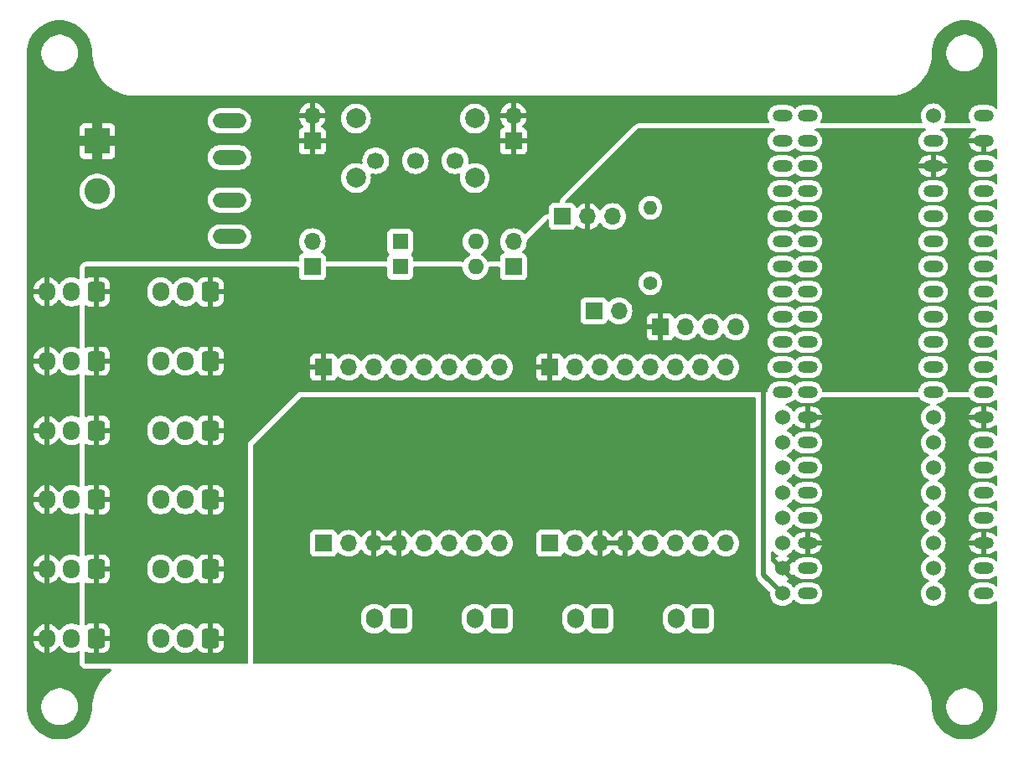
<source format=gbr>
%TF.GenerationSoftware,KiCad,Pcbnew,8.0.8*%
%TF.CreationDate,2025-02-03T16:07:29-03:00*%
%TF.ProjectId,BoxTurtle_DC_motors_RPiPico,426f7854-7572-4746-9c65-5f44435f6d6f,rev?*%
%TF.SameCoordinates,Original*%
%TF.FileFunction,Copper,L2,Inr*%
%TF.FilePolarity,Positive*%
%FSLAX46Y46*%
G04 Gerber Fmt 4.6, Leading zero omitted, Abs format (unit mm)*
G04 Created by KiCad (PCBNEW 8.0.8) date 2025-02-03 16:07:29*
%MOMM*%
%LPD*%
G01*
G04 APERTURE LIST*
G04 Aperture macros list*
%AMRoundRect*
0 Rectangle with rounded corners*
0 $1 Rounding radius*
0 $2 $3 $4 $5 $6 $7 $8 $9 X,Y pos of 4 corners*
0 Add a 4 corners polygon primitive as box body*
4,1,4,$2,$3,$4,$5,$6,$7,$8,$9,$2,$3,0*
0 Add four circle primitives for the rounded corners*
1,1,$1+$1,$2,$3*
1,1,$1+$1,$4,$5*
1,1,$1+$1,$6,$7*
1,1,$1+$1,$8,$9*
0 Add four rect primitives between the rounded corners*
20,1,$1+$1,$2,$3,$4,$5,0*
20,1,$1+$1,$4,$5,$6,$7,0*
20,1,$1+$1,$6,$7,$8,$9,0*
20,1,$1+$1,$8,$9,$2,$3,0*%
G04 Aperture macros list end*
%TA.AperFunction,ComponentPad*%
%ADD10O,3.400000X1.500000*%
%TD*%
%TA.AperFunction,ComponentPad*%
%ADD11R,1.700000X1.700000*%
%TD*%
%TA.AperFunction,ComponentPad*%
%ADD12O,1.700000X1.700000*%
%TD*%
%TA.AperFunction,ComponentPad*%
%ADD13RoundRect,0.250000X0.600000X0.725000X-0.600000X0.725000X-0.600000X-0.725000X0.600000X-0.725000X0*%
%TD*%
%TA.AperFunction,ComponentPad*%
%ADD14O,1.700000X1.950000*%
%TD*%
%TA.AperFunction,ComponentPad*%
%ADD15C,1.400000*%
%TD*%
%TA.AperFunction,ComponentPad*%
%ADD16O,1.400000X1.400000*%
%TD*%
%TA.AperFunction,ComponentPad*%
%ADD17RoundRect,0.250000X0.600000X0.750000X-0.600000X0.750000X-0.600000X-0.750000X0.600000X-0.750000X0*%
%TD*%
%TA.AperFunction,ComponentPad*%
%ADD18O,1.700000X2.000000*%
%TD*%
%TA.AperFunction,ComponentPad*%
%ADD19R,1.600000X1.600000*%
%TD*%
%TA.AperFunction,ComponentPad*%
%ADD20O,1.600000X1.600000*%
%TD*%
%TA.AperFunction,ComponentPad*%
%ADD21O,2.000000X1.200000*%
%TD*%
%TA.AperFunction,ComponentPad*%
%ADD22C,1.524000*%
%TD*%
%TA.AperFunction,ComponentPad*%
%ADD23C,2.000000*%
%TD*%
%TA.AperFunction,ComponentPad*%
%ADD24C,1.700000*%
%TD*%
%TA.AperFunction,ComponentPad*%
%ADD25R,2.600000X2.600000*%
%TD*%
%TA.AperFunction,ComponentPad*%
%ADD26C,2.600000*%
%TD*%
%TA.AperFunction,ViaPad*%
%ADD27C,0.600000*%
%TD*%
%TA.AperFunction,Conductor*%
%ADD28C,0.500000*%
%TD*%
G04 APERTURE END LIST*
D10*
%TO.N,VCC*%
%TO.C,F1*%
X114935000Y-46220000D03*
X114935000Y-49920000D03*
%TO.N,VCCQ*%
X114935000Y-54220000D03*
X114935000Y-57920000D03*
%TD*%
D11*
%TO.N,+3.3V*%
%TO.C,J7*%
X124460000Y-71120000D03*
D12*
%TO.N,GND*%
X127000000Y-71120000D03*
%TO.N,SLP_1*%
X129540000Y-71120000D03*
%TO.N,DC1_1*%
X132080000Y-71120000D03*
%TO.N,DC2_1*%
X134620000Y-71120000D03*
%TO.N,SLP_2*%
X137160000Y-71120000D03*
%TO.N,DC1_2*%
X139700000Y-71120000D03*
%TO.N,DC2_2*%
X142240000Y-71120000D03*
%TD*%
D13*
%TO.N,+3.3V*%
%TO.C,SW7*%
X113000000Y-63500000D03*
D14*
%TO.N,SW7*%
X110500000Y-63500000D03*
%TO.N,GND*%
X108000000Y-63500000D03*
%TD*%
D11*
%TO.N,+5V*%
%TO.C,J5*%
X148590000Y-55880000D03*
D12*
%TO.N,+3.3V*%
X151130000Y-55880000D03*
%TO.N,GND*%
X153670000Y-55880000D03*
%TD*%
D13*
%TO.N,+3.3V*%
%TO.C,SW2*%
X101500000Y-70500000D03*
D14*
%TO.N,SW2*%
X99000000Y-70500000D03*
%TO.N,GND*%
X96500000Y-70500000D03*
%TD*%
D13*
%TO.N,+3.3V*%
%TO.C,SW8*%
X113000000Y-70500000D03*
D14*
%TO.N,SW8*%
X110500000Y-70500000D03*
%TO.N,GND*%
X108000000Y-70500000D03*
%TD*%
D15*
%TO.N,CAN-RX*%
%TO.C,R1*%
X157480000Y-62611000D03*
D16*
%TO.N,Net-(JP1-A)*%
X157480000Y-54991000D03*
%TD*%
D17*
%TO.N,Net-(J10-Pin_1)*%
%TO.C,J10*%
X132080000Y-96520000D03*
D18*
%TO.N,Net-(J10-Pin_2)*%
X129580000Y-96520000D03*
%TD*%
D13*
%TO.N,+3.3V*%
%TO.C,SW1*%
X101500000Y-63500000D03*
D14*
%TO.N,SW1*%
X99000000Y-63500000D03*
%TO.N,GND*%
X96500000Y-63500000D03*
%TD*%
D19*
%TO.N,+5V*%
%TO.C,D1*%
X132207000Y-58420000D03*
D20*
%TO.N,Net-(D1-A)*%
X139827000Y-58420000D03*
%TD*%
D17*
%TO.N,Net-(J11-Pin_1)*%
%TO.C,J11*%
X142240000Y-96520000D03*
D18*
%TO.N,Net-(J11-Pin_2)*%
X139740000Y-96520000D03*
%TD*%
D11*
%TO.N,+3.3V*%
%TO.C,J9*%
X147320000Y-71120000D03*
D12*
%TO.N,GND*%
X149860000Y-71120000D03*
%TO.N,SLP_3*%
X152400000Y-71120000D03*
%TO.N,DC1_3*%
X154940000Y-71120000D03*
%TO.N,DC2_3*%
X157480000Y-71120000D03*
%TO.N,SLP_4*%
X160020000Y-71120000D03*
%TO.N,DC1_4*%
X162560000Y-71120000D03*
%TO.N,DC2_4*%
X165100000Y-71120000D03*
%TD*%
D13*
%TO.N,+3.3V*%
%TO.C,SW6*%
X101500000Y-98500000D03*
D14*
%TO.N,SW6*%
X99000000Y-98500000D03*
%TO.N,GND*%
X96500000Y-98500000D03*
%TD*%
D11*
%TO.N,GND*%
%TO.C,J2*%
X123317000Y-48260000D03*
D12*
X123317000Y-45720000D03*
%TD*%
D13*
%TO.N,+3.3V*%
%TO.C,SW4*%
X101500000Y-84500000D03*
D14*
%TO.N,SW4*%
X99000000Y-84500000D03*
%TO.N,GND*%
X96500000Y-84500000D03*
%TD*%
D13*
%TO.N,+3.3V*%
%TO.C,SW5*%
X101500000Y-91500000D03*
D14*
%TO.N,SW5*%
X99000000Y-91500000D03*
%TO.N,GND*%
X96500000Y-91500000D03*
%TD*%
D11*
%TO.N,+5VBUCK*%
%TO.C,J3*%
X143637000Y-60960000D03*
D12*
X143637000Y-58420000D03*
%TD*%
D11*
%TO.N,+5V*%
%TO.C,J6*%
X124460000Y-88900000D03*
D12*
X127000000Y-88900000D03*
%TO.N,GND*%
X129540000Y-88900000D03*
X132080000Y-88900000D03*
%TO.N,Net-(J10-Pin_2)*%
X134620000Y-88900000D03*
%TO.N,Net-(J10-Pin_1)*%
X137160000Y-88900000D03*
%TO.N,Net-(J11-Pin_2)*%
X139700000Y-88900000D03*
%TO.N,Net-(J11-Pin_1)*%
X142240000Y-88900000D03*
%TD*%
D19*
%TO.N,+5V*%
%TO.C,D2*%
X132207000Y-60960000D03*
D20*
%TO.N,+5VBUCK*%
X139827000Y-60960000D03*
%TD*%
D11*
%TO.N,Net-(JP1-A)*%
%TO.C,JP1*%
X151765000Y-65405000D03*
D12*
%TO.N,CAN-TX*%
X154305000Y-65405000D03*
%TD*%
D11*
%TO.N,+5V*%
%TO.C,J8*%
X147320000Y-88900000D03*
D12*
X149860000Y-88900000D03*
%TO.N,GND*%
X152400000Y-88900000D03*
X154940000Y-88900000D03*
%TO.N,Net-(J12-Pin_2)*%
X157480000Y-88900000D03*
%TO.N,Net-(J12-Pin_1)*%
X160020000Y-88900000D03*
%TO.N,Net-(J13-Pin_2)*%
X162560000Y-88900000D03*
%TO.N,Net-(J13-Pin_1)*%
X165100000Y-88900000D03*
%TD*%
D21*
%TO.N,SLP_1*%
%TO.C,U1*%
X173355000Y-45720000D03*
%TO.N,DC1_1*%
X173355000Y-48260000D03*
%TO.N,GND*%
X173355000Y-50800000D03*
%TO.N,DC2_1*%
X173355000Y-53340000D03*
%TO.N,SLP_2*%
X173355000Y-55880000D03*
%TO.N,DC1_2*%
X173355000Y-58420000D03*
%TO.N,DC2_2*%
X173355000Y-60960000D03*
%TO.N,GND*%
X173355000Y-63500000D03*
%TO.N,DC2_4*%
X173355000Y-66040000D03*
%TO.N,DC1_4*%
X173355000Y-68580000D03*
%TO.N,SLP_4*%
X173355000Y-71120000D03*
%TO.N,DC2_3*%
X173355000Y-73660000D03*
%TO.N,GND*%
X173355000Y-76200000D03*
%TO.N,DC1_3*%
X173355000Y-78740000D03*
%TO.N,SLP_3*%
X173355000Y-81280000D03*
%TO.N,SW11*%
X173355000Y-83820000D03*
%TO.N,SW5*%
X173355000Y-86360000D03*
%TO.N,GND*%
X173355000Y-88900000D03*
%TO.N,SW12*%
X173355000Y-91440000D03*
%TO.N,SW6*%
X173355000Y-93980000D03*
%TO.N,SW4*%
X191135000Y-93980000D03*
%TO.N,SW10*%
X191135000Y-91440000D03*
%TO.N,GND*%
X191135000Y-88900000D03*
%TO.N,SW3*%
X191135000Y-86360000D03*
%TO.N,SW9*%
X191135000Y-83820000D03*
%TO.N,SW2*%
X191135000Y-81280000D03*
%TO.N,SW8*%
X191135000Y-78740000D03*
%TO.N,GND*%
X191135000Y-76200000D03*
%TO.N,SW1*%
X191135000Y-73660000D03*
%TO.N,unconnected-(U1-RUN-Pad30)*%
X191135000Y-71120000D03*
%TO.N,SW7*%
X191135000Y-68580000D03*
%TO.N,CAN-TX*%
X191135000Y-66040000D03*
%TO.N,GND*%
X191135000Y-63500000D03*
%TO.N,CAN-RX*%
X191135000Y-60960000D03*
%TO.N,unconnected-(U1-ADC_VREF-Pad35)*%
X191135000Y-58420000D03*
%TO.N,unconnected-(U1-3V3-Pad36)*%
X191135000Y-55880000D03*
%TO.N,unconnected-(U1-3V3_EN-Pad37)*%
X191135000Y-53340000D03*
%TO.N,GND*%
X191135000Y-50800000D03*
%TO.N,+3.3V*%
X191135000Y-48260000D03*
%TO.N,VBUS*%
X191135000Y-45720000D03*
%TD*%
D13*
%TO.N,+3.3V*%
%TO.C,SW11*%
X113000000Y-91500000D03*
D14*
%TO.N,SW11*%
X110500000Y-91500000D03*
%TO.N,GND*%
X108000000Y-91500000D03*
%TD*%
D17*
%TO.N,Net-(J13-Pin_1)*%
%TO.C,J13*%
X162560000Y-96520000D03*
D18*
%TO.N,Net-(J13-Pin_2)*%
X160060000Y-96520000D03*
%TD*%
D17*
%TO.N,Net-(J12-Pin_1)*%
%TO.C,J12*%
X152400000Y-96520000D03*
D18*
%TO.N,Net-(J12-Pin_2)*%
X149900000Y-96520000D03*
%TD*%
D13*
%TO.N,+3.3V*%
%TO.C,SW10*%
X113000000Y-84500000D03*
D14*
%TO.N,SW10*%
X110500000Y-84500000D03*
%TO.N,GND*%
X108000000Y-84500000D03*
%TD*%
D21*
%TO.N,SLP_1*%
%TO.C,U2*%
X170815000Y-45720000D03*
%TO.N,DC1_1*%
X170815000Y-48260000D03*
%TO.N,unconnected-(U2-PB14-Pad3)*%
X170815000Y-50800000D03*
%TO.N,DC2_1*%
X170815000Y-53340000D03*
%TO.N,SLP_2*%
X170815000Y-55880000D03*
%TO.N,DC1_2*%
X170815000Y-58420000D03*
%TO.N,DC2_2*%
X170815000Y-60960000D03*
%TO.N,unconnected-(U2-PA11-Pad8)*%
X170815000Y-63500000D03*
%TO.N,unconnected-(U2-PA12-Pad9)*%
X170815000Y-66040000D03*
%TO.N,DC2_4*%
X170815000Y-68580000D03*
%TO.N,DC1_4*%
X170815000Y-71120000D03*
%TO.N,SLP_4*%
X170815000Y-73660000D03*
D22*
%TO.N,DC2_3*%
X170815000Y-76200000D03*
%TO.N,DC1_3*%
X170815000Y-78740000D03*
%TO.N,SLP_3*%
X170815000Y-81280000D03*
%TO.N,SW11*%
X170815000Y-83820000D03*
%TO.N,SW5*%
X170815000Y-86360000D03*
%TO.N,VBUS*%
X170815000Y-88900000D03*
%TO.N,GND*%
X170815000Y-91440000D03*
%TO.N,+3.3V*%
X170815000Y-93980000D03*
%TO.N,unconnected-(U2-VBAT-Pad21)*%
X186055000Y-93980000D03*
%TO.N,SW6*%
X186055000Y-91440000D03*
%TO.N,SW12*%
X186055000Y-88900000D03*
%TO.N,SW4*%
X186055000Y-86360000D03*
%TO.N,unconnected-(U2-nRST-Pad25)*%
X186055000Y-83820000D03*
%TO.N,SW10*%
X186055000Y-81280000D03*
%TO.N,SW3*%
X186055000Y-78740000D03*
%TO.N,SW9*%
X186055000Y-76200000D03*
D21*
%TO.N,SW2*%
X186055000Y-73660000D03*
%TO.N,SW8*%
X186055000Y-71120000D03*
%TO.N,SW1*%
X186055000Y-68580000D03*
%TO.N,SW7*%
X186055000Y-66040000D03*
%TO.N,CAN-TX*%
X186055000Y-63500000D03*
%TO.N,CAN-RX*%
X186055000Y-60960000D03*
%TO.N,unconnected-(U2-PB1-Pad35)*%
X186055000Y-58420000D03*
%TO.N,unconnected-(U2-PB2-Pad36)*%
X186055000Y-55880000D03*
%TO.N,unconnected-(U2-PB10-Pad37)*%
X186055000Y-53340000D03*
%TO.N,+3.3V*%
X186055000Y-50800000D03*
%TO.N,GND*%
X186055000Y-48260000D03*
D22*
%TO.N,VBUS*%
X186055000Y-45720000D03*
%TD*%
D11*
%TO.N,VCC*%
%TO.C,J1*%
X123317000Y-60960000D03*
D12*
X123317000Y-58420000D03*
%TD*%
D13*
%TO.N,+3.3V*%
%TO.C,SW9*%
X113000000Y-77500000D03*
D14*
%TO.N,SW9*%
X110500000Y-77500000D03*
%TO.N,GND*%
X108000000Y-77500000D03*
%TD*%
D13*
%TO.N,+3.3V*%
%TO.C,SW12*%
X113000000Y-98500000D03*
D14*
%TO.N,SW12*%
X110500000Y-98500000D03*
%TO.N,GND*%
X108000000Y-98500000D03*
%TD*%
D13*
%TO.N,+3.3V*%
%TO.C,SW3*%
X101500000Y-77500000D03*
D14*
%TO.N,SW3*%
X99000000Y-77500000D03*
%TO.N,GND*%
X96500000Y-77500000D03*
%TD*%
D11*
%TO.N,GND*%
%TO.C,J4*%
X143637000Y-48260000D03*
D12*
X143637000Y-45720000D03*
%TD*%
D23*
%TO.N,*%
%TO.C,SW13*%
X139737000Y-51980000D03*
X139737000Y-45980000D03*
X127737000Y-51980000D03*
X127737000Y-45980000D03*
D24*
%TO.N,unconnected-(SW13-A-Pad1)*%
X137737000Y-50230000D03*
%TO.N,Net-(D1-A)*%
X133737000Y-50230000D03*
%TO.N,VBUS*%
X129737000Y-50230000D03*
%TD*%
D11*
%TO.N,+3.3V*%
%TO.C,J15*%
X158496000Y-67056000D03*
D12*
%TO.N,GND*%
X161036000Y-67056000D03*
%TO.N,CAN-RX*%
X163576000Y-67056000D03*
%TO.N,CAN-TX*%
X166116000Y-67056000D03*
%TD*%
D25*
%TO.N,GND*%
%TO.C,J14*%
X101600000Y-48260000D03*
D26*
%TO.N,VCCQ*%
X101600000Y-53340000D03*
%TD*%
D27*
%TO.N,GND*%
X156845000Y-95885000D03*
X151765000Y-50165000D03*
X161925000Y-83185000D03*
X118745000Y-88265000D03*
X136525000Y-95885000D03*
X98425000Y-80645000D03*
X161925000Y-75565000D03*
X108585000Y-50165000D03*
X100965000Y-42545000D03*
X179705000Y-98425000D03*
X95885000Y-100965000D03*
X95885000Y-42545000D03*
X159385000Y-83185000D03*
X98425000Y-67945000D03*
X164465000Y-83185000D03*
X167005000Y-75565000D03*
X154305000Y-75565000D03*
X98425000Y-93345000D03*
X136525000Y-98425000D03*
X154305000Y-98425000D03*
X106045000Y-50165000D03*
X121285000Y-75565000D03*
X133985000Y-98425000D03*
X182245000Y-98425000D03*
X149225000Y-98425000D03*
X98425000Y-57785000D03*
X95885000Y-52705000D03*
X98425000Y-50165000D03*
X95885000Y-55245000D03*
X156845000Y-98425000D03*
X189865000Y-100965000D03*
X161925000Y-98425000D03*
X98425000Y-60325000D03*
X95885000Y-88265000D03*
X98425000Y-73025000D03*
X144145000Y-98425000D03*
X95885000Y-80645000D03*
X95885000Y-50165000D03*
X151765000Y-98425000D03*
X95885000Y-57785000D03*
X95885000Y-75565000D03*
X149225000Y-45085000D03*
X95885000Y-95885000D03*
X154305000Y-83185000D03*
X189865000Y-42545000D03*
X106045000Y-47625000D03*
X187325000Y-98425000D03*
X167005000Y-83185000D03*
X95885000Y-65405000D03*
X141605000Y-98425000D03*
X108585000Y-47625000D03*
X156845000Y-83185000D03*
X98425000Y-88265000D03*
X131445000Y-98425000D03*
X118745000Y-98425000D03*
X128905000Y-98425000D03*
X98425000Y-100965000D03*
X108585000Y-45085000D03*
X146685000Y-95885000D03*
X164465000Y-75565000D03*
X159385000Y-98425000D03*
X174625000Y-95885000D03*
X144145000Y-95885000D03*
X184785000Y-95885000D03*
X187325000Y-100965000D03*
X100965000Y-57785000D03*
X139065000Y-98425000D03*
X121285000Y-88265000D03*
X126365000Y-95885000D03*
X121285000Y-90805000D03*
X179705000Y-95885000D03*
X95885000Y-47625000D03*
X95885000Y-60325000D03*
X106045000Y-45085000D03*
X189865000Y-95885000D03*
X98425000Y-47625000D03*
X172085000Y-98425000D03*
X189865000Y-98425000D03*
X123825000Y-98425000D03*
X123825000Y-95885000D03*
X118745000Y-95885000D03*
X149098000Y-47244000D03*
X95885000Y-73025000D03*
X187325000Y-95885000D03*
X95885000Y-93345000D03*
X121285000Y-95885000D03*
X98425000Y-65405000D03*
X103505000Y-45085000D03*
X111125000Y-45085000D03*
X111125000Y-47625000D03*
X184785000Y-100965000D03*
X154305000Y-78105000D03*
X95885000Y-67945000D03*
X121285000Y-98425000D03*
X98425000Y-42545000D03*
X95885000Y-45085000D03*
X121285000Y-83185000D03*
X98425000Y-75565000D03*
X177165000Y-98425000D03*
X184785000Y-98425000D03*
X182245000Y-95885000D03*
X111125000Y-50165000D03*
X100965000Y-45085000D03*
X187325000Y-42545000D03*
X174625000Y-98425000D03*
X177165000Y-95885000D03*
X121285000Y-78105000D03*
X98425000Y-45085000D03*
X146685000Y-98425000D03*
X126365000Y-98425000D03*
X146685000Y-45085000D03*
X98425000Y-95885000D03*
X156845000Y-78105000D03*
%TD*%
D28*
%TO.N,+3.3V*%
X170815000Y-93980000D02*
X168910000Y-92075000D01*
X168910000Y-92075000D02*
X168910000Y-71120000D01*
%TD*%
%TA.AperFunction,Conductor*%
%TO.N,GND*%
G36*
X123567000Y-47826988D02*
G01*
X123509993Y-47794075D01*
X123382826Y-47760000D01*
X123251174Y-47760000D01*
X123124007Y-47794075D01*
X123067000Y-47826988D01*
X123067000Y-46153012D01*
X123124007Y-46185925D01*
X123251174Y-46220000D01*
X123382826Y-46220000D01*
X123509993Y-46185925D01*
X123567000Y-46153012D01*
X123567000Y-47826988D01*
G37*
%TD.AperFunction*%
%TA.AperFunction,Conductor*%
G36*
X143887000Y-47826988D02*
G01*
X143829993Y-47794075D01*
X143702826Y-47760000D01*
X143571174Y-47760000D01*
X143444007Y-47794075D01*
X143387000Y-47826988D01*
X143387000Y-46153012D01*
X143444007Y-46185925D01*
X143571174Y-46220000D01*
X143702826Y-46220000D01*
X143829993Y-46185925D01*
X143887000Y-46153012D01*
X143887000Y-47826988D01*
G37*
%TD.AperFunction*%
%TA.AperFunction,Conductor*%
G36*
X98129450Y-36078290D02*
G01*
X98142358Y-36079647D01*
X98471677Y-36131806D01*
X98484342Y-36134497D01*
X98806422Y-36220798D01*
X98818749Y-36224803D01*
X99130038Y-36344296D01*
X99141873Y-36349565D01*
X99438976Y-36500947D01*
X99450191Y-36507423D01*
X99729832Y-36689023D01*
X99740313Y-36696638D01*
X99999441Y-36906475D01*
X100009086Y-36915160D01*
X100244839Y-37150913D01*
X100253524Y-37160558D01*
X100463359Y-37419683D01*
X100470978Y-37430171D01*
X100652573Y-37709802D01*
X100659055Y-37721029D01*
X100788834Y-37975733D01*
X100810429Y-38018115D01*
X100815708Y-38029972D01*
X100935193Y-38341241D01*
X100939204Y-38353586D01*
X101025498Y-38675642D01*
X101028196Y-38688337D01*
X101080352Y-39017641D01*
X101081709Y-39030549D01*
X101099330Y-39366756D01*
X101099500Y-39373246D01*
X101099500Y-39569283D01*
X101136274Y-39966150D01*
X101136274Y-39966151D01*
X101209515Y-40357952D01*
X101276319Y-40592743D01*
X101318588Y-40741303D01*
X101462569Y-41112961D01*
X101640229Y-41469749D01*
X101850050Y-41808622D01*
X101850051Y-41808623D01*
X102030398Y-42047442D01*
X102090244Y-42126690D01*
X102358761Y-42421239D01*
X102653310Y-42689756D01*
X102971378Y-42929950D01*
X103310251Y-43139771D01*
X103667039Y-43317431D01*
X104038697Y-43461412D01*
X104422047Y-43570483D01*
X104422047Y-43570484D01*
X104422049Y-43570484D01*
X104422055Y-43570486D01*
X104813841Y-43643724D01*
X104813846Y-43643724D01*
X104813849Y-43643725D01*
X105005143Y-43661450D01*
X105210714Y-43680500D01*
X105210717Y-43680500D01*
X181809283Y-43680500D01*
X181809286Y-43680500D01*
X182057758Y-43657475D01*
X182206150Y-43643725D01*
X182206151Y-43643725D01*
X182206153Y-43643724D01*
X182206159Y-43643724D01*
X182597945Y-43570486D01*
X182981303Y-43461412D01*
X183352961Y-43317431D01*
X183709749Y-43139771D01*
X184048622Y-42929950D01*
X184366690Y-42689756D01*
X184661239Y-42421239D01*
X184929756Y-42126690D01*
X185169950Y-41808622D01*
X185379771Y-41469749D01*
X185557431Y-41112961D01*
X185701412Y-40741303D01*
X185810486Y-40357945D01*
X185883724Y-39966159D01*
X185883730Y-39966100D01*
X185920500Y-39569283D01*
X185920500Y-39373246D01*
X185920670Y-39366756D01*
X185923953Y-39304108D01*
X185926856Y-39248711D01*
X187379500Y-39248711D01*
X187379500Y-39491288D01*
X187411161Y-39731785D01*
X187473947Y-39966104D01*
X187566773Y-40190205D01*
X187566776Y-40190212D01*
X187688064Y-40400289D01*
X187688066Y-40400292D01*
X187688067Y-40400293D01*
X187835733Y-40592736D01*
X187835739Y-40592743D01*
X188007256Y-40764260D01*
X188007262Y-40764265D01*
X188199711Y-40911936D01*
X188409788Y-41033224D01*
X188633900Y-41126054D01*
X188868211Y-41188838D01*
X189048586Y-41212584D01*
X189108711Y-41220500D01*
X189108712Y-41220500D01*
X189351289Y-41220500D01*
X189399388Y-41214167D01*
X189591789Y-41188838D01*
X189826100Y-41126054D01*
X190050212Y-41033224D01*
X190260289Y-40911936D01*
X190452738Y-40764265D01*
X190624265Y-40592738D01*
X190771936Y-40400289D01*
X190893224Y-40190212D01*
X190986054Y-39966100D01*
X191048838Y-39731789D01*
X191080500Y-39491288D01*
X191080500Y-39248712D01*
X191048838Y-39008211D01*
X190986054Y-38773900D01*
X190893224Y-38549788D01*
X190771936Y-38339711D01*
X190624265Y-38147262D01*
X190624260Y-38147256D01*
X190452743Y-37975739D01*
X190452736Y-37975733D01*
X190260293Y-37828067D01*
X190260292Y-37828066D01*
X190260289Y-37828064D01*
X190074909Y-37721035D01*
X190050214Y-37706777D01*
X190050205Y-37706773D01*
X189826104Y-37613947D01*
X189591785Y-37551161D01*
X189351289Y-37519500D01*
X189351288Y-37519500D01*
X189108712Y-37519500D01*
X189108711Y-37519500D01*
X188868214Y-37551161D01*
X188633895Y-37613947D01*
X188409794Y-37706773D01*
X188409785Y-37706777D01*
X188199706Y-37828067D01*
X188007263Y-37975733D01*
X188007256Y-37975739D01*
X187835739Y-38147256D01*
X187835733Y-38147263D01*
X187688067Y-38339706D01*
X187566777Y-38549785D01*
X187566773Y-38549794D01*
X187473947Y-38773895D01*
X187411161Y-39008214D01*
X187379500Y-39248711D01*
X185926856Y-39248711D01*
X185938290Y-39030547D01*
X185939647Y-39017641D01*
X185941141Y-39008211D01*
X185991806Y-38688318D01*
X185994496Y-38675661D01*
X186080799Y-38353571D01*
X186084801Y-38341256D01*
X186204298Y-38029954D01*
X186209561Y-38018133D01*
X186360951Y-37721014D01*
X186367417Y-37709816D01*
X186549029Y-37430158D01*
X186556631Y-37419695D01*
X186766483Y-37160548D01*
X186775150Y-37150923D01*
X187010923Y-36915150D01*
X187020548Y-36906483D01*
X187279695Y-36696631D01*
X187290158Y-36689029D01*
X187569816Y-36507417D01*
X187581014Y-36500951D01*
X187878133Y-36349561D01*
X187889954Y-36344298D01*
X188201256Y-36224801D01*
X188213571Y-36220799D01*
X188535661Y-36134496D01*
X188548318Y-36131806D01*
X188877643Y-36079646D01*
X188890547Y-36078290D01*
X189223512Y-36060840D01*
X189236488Y-36060840D01*
X189569450Y-36078290D01*
X189582358Y-36079647D01*
X189911677Y-36131806D01*
X189924342Y-36134497D01*
X190246422Y-36220798D01*
X190258749Y-36224803D01*
X190570038Y-36344296D01*
X190581873Y-36349565D01*
X190878976Y-36500947D01*
X190890191Y-36507423D01*
X191169832Y-36689023D01*
X191180313Y-36696638D01*
X191439441Y-36906475D01*
X191449086Y-36915160D01*
X191684839Y-37150913D01*
X191693524Y-37160558D01*
X191903359Y-37419683D01*
X191910978Y-37430171D01*
X192092573Y-37709802D01*
X192099055Y-37721029D01*
X192228834Y-37975733D01*
X192250429Y-38018115D01*
X192255708Y-38029972D01*
X192375193Y-38341241D01*
X192379204Y-38353586D01*
X192465498Y-38675642D01*
X192468196Y-38688337D01*
X192520352Y-39017641D01*
X192521709Y-39030549D01*
X192539330Y-39366756D01*
X192539500Y-39373246D01*
X192539500Y-44868796D01*
X192519815Y-44935835D01*
X192467011Y-44981590D01*
X192397853Y-44991534D01*
X192334297Y-44962509D01*
X192327819Y-44956477D01*
X192251930Y-44880588D01*
X192251928Y-44880586D01*
X192111788Y-44778768D01*
X191957445Y-44700127D01*
X191792701Y-44646598D01*
X191792699Y-44646597D01*
X191792698Y-44646597D01*
X191640350Y-44622468D01*
X191621611Y-44619500D01*
X190648389Y-44619500D01*
X190629650Y-44622468D01*
X190477302Y-44646597D01*
X190312552Y-44700128D01*
X190158211Y-44778768D01*
X190078256Y-44836859D01*
X190018072Y-44880586D01*
X190018070Y-44880588D01*
X190018069Y-44880588D01*
X189895588Y-45003069D01*
X189895588Y-45003070D01*
X189895586Y-45003072D01*
X189865001Y-45045169D01*
X189793768Y-45143211D01*
X189715128Y-45297552D01*
X189661597Y-45462302D01*
X189634500Y-45633389D01*
X189634500Y-45806610D01*
X189655637Y-45940068D01*
X189661598Y-45977701D01*
X189708348Y-46121583D01*
X189715128Y-46142447D01*
X189795980Y-46301129D01*
X189794743Y-46301759D01*
X189811352Y-46363155D01*
X189790236Y-46429758D01*
X189736464Y-46474371D01*
X189687380Y-46484500D01*
X187286164Y-46484500D01*
X187219125Y-46464815D01*
X187173370Y-46412011D01*
X187163426Y-46342853D01*
X187173782Y-46308096D01*
X187245891Y-46153456D01*
X187245894Y-46153450D01*
X187303070Y-45940068D01*
X187317509Y-45775017D01*
X187322323Y-45720002D01*
X187322323Y-45719997D01*
X187308727Y-45564594D01*
X187303070Y-45499932D01*
X187245894Y-45286550D01*
X187152534Y-45086339D01*
X187086151Y-44991534D01*
X187025827Y-44905381D01*
X186969366Y-44848920D01*
X186869620Y-44749174D01*
X186869616Y-44749171D01*
X186869615Y-44749170D01*
X186688666Y-44622468D01*
X186688662Y-44622466D01*
X186682301Y-44619500D01*
X186488450Y-44529106D01*
X186488447Y-44529105D01*
X186488445Y-44529104D01*
X186275070Y-44471930D01*
X186275062Y-44471929D01*
X186055002Y-44452677D01*
X186054998Y-44452677D01*
X185834937Y-44471929D01*
X185834929Y-44471930D01*
X185621554Y-44529104D01*
X185621548Y-44529107D01*
X185421340Y-44622465D01*
X185421338Y-44622466D01*
X185240377Y-44749175D01*
X185084175Y-44905377D01*
X184957466Y-45086338D01*
X184957465Y-45086340D01*
X184864107Y-45286548D01*
X184864104Y-45286554D01*
X184806930Y-45499929D01*
X184806929Y-45499937D01*
X184787677Y-45719997D01*
X184787677Y-45720002D01*
X184806929Y-45940062D01*
X184806930Y-45940070D01*
X184864104Y-46153445D01*
X184864108Y-46153456D01*
X184936218Y-46308096D01*
X184946710Y-46377173D01*
X184918190Y-46440957D01*
X184859713Y-46479196D01*
X184823836Y-46484500D01*
X174802620Y-46484500D01*
X174735581Y-46464815D01*
X174689826Y-46412011D01*
X174679882Y-46342853D01*
X174694795Y-46301523D01*
X174694020Y-46301129D01*
X174696232Y-46296788D01*
X174774873Y-46142445D01*
X174828402Y-45977701D01*
X174855500Y-45806611D01*
X174855500Y-45633389D01*
X174828402Y-45462299D01*
X174774873Y-45297555D01*
X174696232Y-45143212D01*
X174594414Y-45003072D01*
X174471928Y-44880586D01*
X174331788Y-44778768D01*
X174177445Y-44700127D01*
X174012701Y-44646598D01*
X174012699Y-44646597D01*
X174012698Y-44646597D01*
X173860350Y-44622468D01*
X173841611Y-44619500D01*
X172868389Y-44619500D01*
X172849650Y-44622468D01*
X172697302Y-44646597D01*
X172532552Y-44700128D01*
X172378211Y-44778768D01*
X172298256Y-44836859D01*
X172238072Y-44880586D01*
X172238070Y-44880588D01*
X172238069Y-44880588D01*
X172172681Y-44945977D01*
X172111358Y-44979462D01*
X172041666Y-44974478D01*
X171997319Y-44945977D01*
X171931930Y-44880588D01*
X171931928Y-44880586D01*
X171791788Y-44778768D01*
X171637445Y-44700127D01*
X171472701Y-44646598D01*
X171472699Y-44646597D01*
X171472698Y-44646597D01*
X171320350Y-44622468D01*
X171301611Y-44619500D01*
X170328389Y-44619500D01*
X170309650Y-44622468D01*
X170157302Y-44646597D01*
X169992552Y-44700128D01*
X169838211Y-44778768D01*
X169758256Y-44836859D01*
X169698072Y-44880586D01*
X169698070Y-44880588D01*
X169698069Y-44880588D01*
X169575588Y-45003069D01*
X169575588Y-45003070D01*
X169575586Y-45003072D01*
X169545001Y-45045169D01*
X169473768Y-45143211D01*
X169395128Y-45297552D01*
X169341597Y-45462302D01*
X169314500Y-45633389D01*
X169314500Y-45806610D01*
X169335637Y-45940068D01*
X169341598Y-45977701D01*
X169388348Y-46121583D01*
X169395128Y-46142447D01*
X169475980Y-46301129D01*
X169474743Y-46301759D01*
X169491352Y-46363155D01*
X169470236Y-46429758D01*
X169416464Y-46474371D01*
X169367380Y-46484500D01*
X156261360Y-46484500D01*
X156207311Y-46487397D01*
X156207310Y-46487397D01*
X156180977Y-46490229D01*
X156180950Y-46490232D01*
X156127554Y-46498885D01*
X156127552Y-46498885D01*
X155992747Y-46549166D01*
X155931419Y-46582653D01*
X155931417Y-46582654D01*
X155816246Y-46668869D01*
X155816228Y-46668885D01*
X152111726Y-50373388D01*
X151731942Y-50753173D01*
X149191942Y-53293173D01*
X148524752Y-53960361D01*
X148516568Y-53968842D01*
X148512188Y-53973382D01*
X148512175Y-53973396D01*
X148506181Y-53979833D01*
X148494119Y-53993260D01*
X148416329Y-54114304D01*
X148416319Y-54114322D01*
X148387561Y-54177296D01*
X148387308Y-54177845D01*
X148346768Y-54315918D01*
X148346768Y-54405500D01*
X148327083Y-54472539D01*
X148274279Y-54518294D01*
X148222768Y-54529500D01*
X147692129Y-54529500D01*
X147692123Y-54529501D01*
X147632516Y-54535908D01*
X147497671Y-54586202D01*
X147497664Y-54586206D01*
X147382455Y-54672452D01*
X147382452Y-54672455D01*
X147296206Y-54787664D01*
X147296202Y-54787671D01*
X147245908Y-54922517D01*
X147239501Y-54982116D01*
X147239500Y-54982135D01*
X147239500Y-55510859D01*
X147219815Y-55577898D01*
X147167011Y-55623653D01*
X147124346Y-55634543D01*
X147055510Y-55639466D01*
X146981695Y-55644745D01*
X146981692Y-55644745D01*
X146981692Y-55644746D01*
X146846884Y-55695025D01*
X146846878Y-55695028D01*
X146787521Y-55727439D01*
X146786047Y-55728209D01*
X146785564Y-55728507D01*
X146670382Y-55814732D01*
X146670370Y-55814743D01*
X144887486Y-57597627D01*
X144826163Y-57631112D01*
X144756471Y-57626128D01*
X144700538Y-57584256D01*
X144698229Y-57581067D01*
X144691969Y-57572127D01*
X144675495Y-57548599D01*
X144508401Y-57381505D01*
X144469521Y-57354281D01*
X144314834Y-57245967D01*
X144314830Y-57245965D01*
X144201806Y-57193261D01*
X144100663Y-57146097D01*
X144100659Y-57146096D01*
X144100655Y-57146094D01*
X143872413Y-57084938D01*
X143872403Y-57084936D01*
X143637001Y-57064341D01*
X143636999Y-57064341D01*
X143401596Y-57084936D01*
X143401586Y-57084938D01*
X143173344Y-57146094D01*
X143173335Y-57146098D01*
X142959171Y-57245964D01*
X142959169Y-57245965D01*
X142765597Y-57381505D01*
X142598505Y-57548597D01*
X142462965Y-57742169D01*
X142462964Y-57742171D01*
X142363098Y-57956335D01*
X142363094Y-57956344D01*
X142301938Y-58184586D01*
X142301936Y-58184596D01*
X142281341Y-58419999D01*
X142281341Y-58420000D01*
X142301936Y-58655403D01*
X142301938Y-58655413D01*
X142363094Y-58883655D01*
X142363096Y-58883659D01*
X142363097Y-58883663D01*
X142412461Y-58989524D01*
X142462965Y-59097830D01*
X142462967Y-59097834D01*
X142513849Y-59170500D01*
X142598501Y-59291396D01*
X142598506Y-59291402D01*
X142720430Y-59413326D01*
X142753915Y-59474649D01*
X142748931Y-59544341D01*
X142707059Y-59600274D01*
X142676083Y-59617189D01*
X142544669Y-59666203D01*
X142544664Y-59666206D01*
X142429455Y-59752452D01*
X142429452Y-59752455D01*
X142343206Y-59867664D01*
X142343202Y-59867671D01*
X142292908Y-60002517D01*
X142287533Y-60052516D01*
X142286501Y-60062123D01*
X142286500Y-60062135D01*
X142286500Y-60330500D01*
X142266815Y-60397539D01*
X142214011Y-60443294D01*
X142162500Y-60454500D01*
X141246075Y-60454500D01*
X141160289Y-60461835D01*
X141132738Y-60466580D01*
X141063330Y-60458559D01*
X141009277Y-60414286D01*
X140999311Y-60396784D01*
X140957568Y-60307267D01*
X140957567Y-60307265D01*
X140827045Y-60120858D01*
X140666141Y-59959954D01*
X140479734Y-59829432D01*
X140479728Y-59829429D01*
X140421882Y-59802455D01*
X140421724Y-59802381D01*
X140369285Y-59756210D01*
X140350133Y-59689017D01*
X140370348Y-59622135D01*
X140421725Y-59577618D01*
X140479734Y-59550568D01*
X140666139Y-59420047D01*
X140827047Y-59259139D01*
X140957568Y-59072734D01*
X141053739Y-58866496D01*
X141112635Y-58646692D01*
X141132468Y-58420000D01*
X141130720Y-58400025D01*
X141126801Y-58355230D01*
X141112635Y-58193308D01*
X141053739Y-57973504D01*
X140957568Y-57767266D01*
X140827047Y-57580861D01*
X140827045Y-57580858D01*
X140666141Y-57419954D01*
X140479734Y-57289432D01*
X140479732Y-57289431D01*
X140273497Y-57193261D01*
X140273488Y-57193258D01*
X140053697Y-57134366D01*
X140053693Y-57134365D01*
X140053692Y-57134365D01*
X140053691Y-57134364D01*
X140053686Y-57134364D01*
X139827002Y-57114532D01*
X139826998Y-57114532D01*
X139600313Y-57134364D01*
X139600302Y-57134366D01*
X139380511Y-57193258D01*
X139380502Y-57193261D01*
X139174267Y-57289431D01*
X139174265Y-57289432D01*
X138987858Y-57419954D01*
X138826954Y-57580858D01*
X138696432Y-57767265D01*
X138696431Y-57767267D01*
X138600261Y-57973502D01*
X138600258Y-57973511D01*
X138541366Y-58193302D01*
X138541364Y-58193313D01*
X138521532Y-58419998D01*
X138521532Y-58420001D01*
X138541364Y-58646686D01*
X138541366Y-58646697D01*
X138600258Y-58866488D01*
X138600261Y-58866497D01*
X138696431Y-59072732D01*
X138696432Y-59072734D01*
X138826954Y-59259141D01*
X138987858Y-59420045D01*
X138987861Y-59420047D01*
X139174266Y-59550568D01*
X139232275Y-59577618D01*
X139284714Y-59623791D01*
X139303866Y-59690984D01*
X139283650Y-59757865D01*
X139232275Y-59802381D01*
X139232118Y-59802455D01*
X139174267Y-59829431D01*
X139174265Y-59829432D01*
X138987858Y-59959954D01*
X138826954Y-60120858D01*
X138696431Y-60307266D01*
X138652866Y-60400692D01*
X138606693Y-60453131D01*
X138539499Y-60472282D01*
X138522838Y-60471024D01*
X138407907Y-60454500D01*
X133631499Y-60454500D01*
X133564460Y-60434815D01*
X133518705Y-60382011D01*
X133507499Y-60330500D01*
X133507499Y-60112129D01*
X133507498Y-60112123D01*
X133507497Y-60112116D01*
X133501091Y-60052517D01*
X133482442Y-60002517D01*
X133450797Y-59917671D01*
X133450793Y-59917664D01*
X133364547Y-59802455D01*
X133364546Y-59802454D01*
X133346930Y-59789267D01*
X133305058Y-59733334D01*
X133300074Y-59663642D01*
X133333558Y-59602319D01*
X133346930Y-59590733D01*
X133364546Y-59577546D01*
X133450796Y-59462331D01*
X133501091Y-59327483D01*
X133507500Y-59267873D01*
X133507499Y-57572128D01*
X133501091Y-57512517D01*
X133466567Y-57419954D01*
X133450797Y-57377671D01*
X133450793Y-57377664D01*
X133364547Y-57262455D01*
X133364544Y-57262452D01*
X133249335Y-57176206D01*
X133249328Y-57176202D01*
X133114482Y-57125908D01*
X133114483Y-57125908D01*
X133054883Y-57119501D01*
X133054881Y-57119500D01*
X133054873Y-57119500D01*
X133054864Y-57119500D01*
X131359129Y-57119500D01*
X131359123Y-57119501D01*
X131299516Y-57125908D01*
X131164671Y-57176202D01*
X131164664Y-57176206D01*
X131049455Y-57262452D01*
X131049452Y-57262455D01*
X130963206Y-57377664D01*
X130963202Y-57377671D01*
X130912908Y-57512517D01*
X130906501Y-57572116D01*
X130906501Y-57572123D01*
X130906500Y-57572135D01*
X130906500Y-59267870D01*
X130906501Y-59267876D01*
X130912908Y-59327483D01*
X130963202Y-59462328D01*
X130963206Y-59462335D01*
X131049452Y-59577544D01*
X131049453Y-59577544D01*
X131049454Y-59577546D01*
X131067070Y-59590733D01*
X131067071Y-59590734D01*
X131108941Y-59646668D01*
X131113925Y-59716360D01*
X131080439Y-59777683D01*
X131067071Y-59789266D01*
X131049452Y-59802455D01*
X130963206Y-59917664D01*
X130963202Y-59917671D01*
X130912908Y-60052517D01*
X130906501Y-60112116D01*
X130906501Y-60112123D01*
X130906500Y-60112135D01*
X130906500Y-60330500D01*
X130886815Y-60397539D01*
X130834011Y-60443294D01*
X130782500Y-60454500D01*
X124791499Y-60454500D01*
X124724460Y-60434815D01*
X124678705Y-60382011D01*
X124667499Y-60330500D01*
X124667499Y-60062129D01*
X124667498Y-60062123D01*
X124667497Y-60062116D01*
X124661091Y-60002517D01*
X124610796Y-59867669D01*
X124610795Y-59867668D01*
X124610793Y-59867664D01*
X124524547Y-59752455D01*
X124524544Y-59752452D01*
X124409335Y-59666206D01*
X124409328Y-59666202D01*
X124277917Y-59617189D01*
X124221983Y-59575318D01*
X124197566Y-59509853D01*
X124212418Y-59441580D01*
X124233563Y-59413332D01*
X124355495Y-59291401D01*
X124491035Y-59097830D01*
X124590903Y-58883663D01*
X124652063Y-58655408D01*
X124672659Y-58420000D01*
X124652063Y-58184592D01*
X124590903Y-57956337D01*
X124491035Y-57742171D01*
X124409782Y-57626128D01*
X124355494Y-57548597D01*
X124188402Y-57381506D01*
X124188395Y-57381501D01*
X124182922Y-57377669D01*
X124149521Y-57354281D01*
X123994834Y-57245967D01*
X123994830Y-57245965D01*
X123881806Y-57193261D01*
X123780663Y-57146097D01*
X123780659Y-57146096D01*
X123780655Y-57146094D01*
X123552413Y-57084938D01*
X123552403Y-57084936D01*
X123317001Y-57064341D01*
X123316999Y-57064341D01*
X123081596Y-57084936D01*
X123081586Y-57084938D01*
X122853344Y-57146094D01*
X122853335Y-57146098D01*
X122639171Y-57245964D01*
X122639169Y-57245965D01*
X122445597Y-57381505D01*
X122278505Y-57548597D01*
X122142965Y-57742169D01*
X122142964Y-57742171D01*
X122043098Y-57956335D01*
X122043094Y-57956344D01*
X121981938Y-58184586D01*
X121981936Y-58184596D01*
X121961341Y-58419999D01*
X121961341Y-58420000D01*
X121981936Y-58655403D01*
X121981938Y-58655413D01*
X122043094Y-58883655D01*
X122043096Y-58883659D01*
X122043097Y-58883663D01*
X122092461Y-58989524D01*
X122142965Y-59097830D01*
X122142967Y-59097834D01*
X122193849Y-59170500D01*
X122278501Y-59291396D01*
X122278506Y-59291402D01*
X122400430Y-59413326D01*
X122433915Y-59474649D01*
X122428931Y-59544341D01*
X122387059Y-59600274D01*
X122356083Y-59617189D01*
X122224669Y-59666203D01*
X122224664Y-59666206D01*
X122109455Y-59752452D01*
X122109452Y-59752455D01*
X122023206Y-59867664D01*
X122023202Y-59867671D01*
X121972908Y-60002517D01*
X121967533Y-60052516D01*
X121966501Y-60062123D01*
X121966500Y-60062135D01*
X121966500Y-60330500D01*
X121946815Y-60397539D01*
X121894011Y-60443294D01*
X121842500Y-60454500D01*
X100454000Y-60454500D01*
X100453991Y-60454500D01*
X100453990Y-60454501D01*
X100346549Y-60466052D01*
X100346537Y-60466054D01*
X100295027Y-60477260D01*
X100192502Y-60511383D01*
X100192496Y-60511386D01*
X100071462Y-60589171D01*
X100071451Y-60589179D01*
X100018659Y-60634923D01*
X99924433Y-60743664D01*
X99924430Y-60743668D01*
X99864664Y-60874534D01*
X99844976Y-60941582D01*
X99824500Y-61084001D01*
X99824500Y-62023213D01*
X99829002Y-62066994D01*
X99816277Y-62135695D01*
X99768430Y-62186611D01*
X99700652Y-62203576D01*
X99649358Y-62190162D01*
X99518417Y-62123445D01*
X99518414Y-62123444D01*
X99518412Y-62123443D01*
X99316243Y-62057754D01*
X99316241Y-62057753D01*
X99316240Y-62057753D01*
X99154957Y-62032208D01*
X99106287Y-62024500D01*
X98893713Y-62024500D01*
X98845042Y-62032208D01*
X98683760Y-62057753D01*
X98481585Y-62123444D01*
X98292179Y-62219951D01*
X98120213Y-62344890D01*
X97969894Y-62495209D01*
X97969890Y-62495214D01*
X97850008Y-62660218D01*
X97794678Y-62702884D01*
X97725065Y-62708863D01*
X97663270Y-62676257D01*
X97649372Y-62660218D01*
X97529727Y-62495540D01*
X97529723Y-62495535D01*
X97379464Y-62345276D01*
X97379459Y-62345272D01*
X97207557Y-62220379D01*
X97018215Y-62123903D01*
X96816124Y-62058241D01*
X96750000Y-62047768D01*
X96750000Y-63095854D01*
X96683343Y-63057370D01*
X96562535Y-63025000D01*
X96437465Y-63025000D01*
X96316657Y-63057370D01*
X96250000Y-63095854D01*
X96250000Y-62047768D01*
X96249999Y-62047768D01*
X96183875Y-62058241D01*
X95981784Y-62123903D01*
X95792442Y-62220379D01*
X95620540Y-62345272D01*
X95620535Y-62345276D01*
X95470276Y-62495535D01*
X95470272Y-62495540D01*
X95345379Y-62667442D01*
X95248904Y-62856782D01*
X95183242Y-63058869D01*
X95183242Y-63058872D01*
X95152970Y-63250000D01*
X96095854Y-63250000D01*
X96057370Y-63316657D01*
X96025000Y-63437465D01*
X96025000Y-63562535D01*
X96057370Y-63683343D01*
X96095854Y-63750000D01*
X95152970Y-63750000D01*
X95183242Y-63941127D01*
X95183242Y-63941130D01*
X95248904Y-64143217D01*
X95345379Y-64332557D01*
X95470272Y-64504459D01*
X95470276Y-64504464D01*
X95620535Y-64654723D01*
X95620540Y-64654727D01*
X95792442Y-64779620D01*
X95981782Y-64876095D01*
X96183871Y-64941757D01*
X96250000Y-64952231D01*
X96250000Y-63904145D01*
X96316657Y-63942630D01*
X96437465Y-63975000D01*
X96562535Y-63975000D01*
X96683343Y-63942630D01*
X96750000Y-63904145D01*
X96750000Y-64952230D01*
X96816126Y-64941757D01*
X96816129Y-64941757D01*
X97018217Y-64876095D01*
X97207557Y-64779620D01*
X97379459Y-64654727D01*
X97379464Y-64654723D01*
X97529721Y-64504466D01*
X97649371Y-64339781D01*
X97704701Y-64297115D01*
X97774314Y-64291136D01*
X97836110Y-64323741D01*
X97850008Y-64339781D01*
X97969890Y-64504785D01*
X97969894Y-64504790D01*
X98120213Y-64655109D01*
X98292179Y-64780048D01*
X98292181Y-64780049D01*
X98292184Y-64780051D01*
X98481588Y-64876557D01*
X98683757Y-64942246D01*
X98893713Y-64975500D01*
X98893714Y-64975500D01*
X99106286Y-64975500D01*
X99106287Y-64975500D01*
X99316243Y-64942246D01*
X99518412Y-64876557D01*
X99651183Y-64808906D01*
X99719851Y-64796011D01*
X99784592Y-64822287D01*
X99824849Y-64879393D01*
X99830215Y-64937038D01*
X99824500Y-64976787D01*
X99824500Y-69023213D01*
X99829002Y-69066994D01*
X99816277Y-69135695D01*
X99768430Y-69186611D01*
X99700652Y-69203576D01*
X99649358Y-69190162D01*
X99518417Y-69123445D01*
X99518414Y-69123444D01*
X99518412Y-69123443D01*
X99316243Y-69057754D01*
X99316241Y-69057753D01*
X99316240Y-69057753D01*
X99154957Y-69032208D01*
X99106287Y-69024500D01*
X98893713Y-69024500D01*
X98845042Y-69032208D01*
X98683760Y-69057753D01*
X98481585Y-69123444D01*
X98292179Y-69219951D01*
X98120213Y-69344890D01*
X97969894Y-69495209D01*
X97969890Y-69495214D01*
X97850008Y-69660218D01*
X97794678Y-69702884D01*
X97725065Y-69708863D01*
X97663270Y-69676257D01*
X97649372Y-69660218D01*
X97529727Y-69495540D01*
X97529723Y-69495535D01*
X97379464Y-69345276D01*
X97379459Y-69345272D01*
X97207557Y-69220379D01*
X97018215Y-69123903D01*
X96816124Y-69058241D01*
X96750000Y-69047768D01*
X96750000Y-70095854D01*
X96683343Y-70057370D01*
X96562535Y-70025000D01*
X96437465Y-70025000D01*
X96316657Y-70057370D01*
X96250000Y-70095854D01*
X96250000Y-69047768D01*
X96249999Y-69047768D01*
X96183875Y-69058241D01*
X95981784Y-69123903D01*
X95792442Y-69220379D01*
X95620540Y-69345272D01*
X95620535Y-69345276D01*
X95470276Y-69495535D01*
X95470272Y-69495540D01*
X95345379Y-69667442D01*
X95248904Y-69856782D01*
X95183242Y-70058869D01*
X95183242Y-70058872D01*
X95152970Y-70250000D01*
X96095854Y-70250000D01*
X96057370Y-70316657D01*
X96025000Y-70437465D01*
X96025000Y-70562535D01*
X96057370Y-70683343D01*
X96095854Y-70750000D01*
X95152970Y-70750000D01*
X95183242Y-70941127D01*
X95183242Y-70941130D01*
X95248904Y-71143217D01*
X95345379Y-71332557D01*
X95470272Y-71504459D01*
X95470276Y-71504464D01*
X95620535Y-71654723D01*
X95620540Y-71654727D01*
X95792442Y-71779620D01*
X95981782Y-71876095D01*
X96183871Y-71941757D01*
X96250000Y-71952231D01*
X96250000Y-70904145D01*
X96316657Y-70942630D01*
X96437465Y-70975000D01*
X96562535Y-70975000D01*
X96683343Y-70942630D01*
X96750000Y-70904145D01*
X96750000Y-71952230D01*
X96816126Y-71941757D01*
X96816129Y-71941757D01*
X97018217Y-71876095D01*
X97207557Y-71779620D01*
X97379459Y-71654727D01*
X97379464Y-71654723D01*
X97529721Y-71504466D01*
X97649371Y-71339781D01*
X97704701Y-71297115D01*
X97774314Y-71291136D01*
X97836110Y-71323741D01*
X97850008Y-71339781D01*
X97969890Y-71504785D01*
X97969894Y-71504790D01*
X98120213Y-71655109D01*
X98292179Y-71780048D01*
X98292181Y-71780049D01*
X98292184Y-71780051D01*
X98481588Y-71876557D01*
X98683757Y-71942246D01*
X98893713Y-71975500D01*
X98893714Y-71975500D01*
X99106286Y-71975500D01*
X99106287Y-71975500D01*
X99316243Y-71942246D01*
X99518412Y-71876557D01*
X99651183Y-71808906D01*
X99719851Y-71796011D01*
X99784592Y-71822287D01*
X99824849Y-71879393D01*
X99830215Y-71937038D01*
X99826267Y-71964498D01*
X99824500Y-71976785D01*
X99824500Y-76023213D01*
X99829002Y-76066994D01*
X99816277Y-76135695D01*
X99768430Y-76186611D01*
X99700652Y-76203576D01*
X99649358Y-76190162D01*
X99518417Y-76123445D01*
X99518414Y-76123444D01*
X99518412Y-76123443D01*
X99316243Y-76057754D01*
X99316241Y-76057753D01*
X99316240Y-76057753D01*
X99154957Y-76032208D01*
X99106287Y-76024500D01*
X98893713Y-76024500D01*
X98845042Y-76032208D01*
X98683760Y-76057753D01*
X98481585Y-76123444D01*
X98292179Y-76219951D01*
X98120213Y-76344890D01*
X97969894Y-76495209D01*
X97969890Y-76495214D01*
X97850008Y-76660218D01*
X97794678Y-76702884D01*
X97725065Y-76708863D01*
X97663270Y-76676257D01*
X97649372Y-76660218D01*
X97529727Y-76495540D01*
X97529723Y-76495535D01*
X97379464Y-76345276D01*
X97379459Y-76345272D01*
X97207557Y-76220379D01*
X97018215Y-76123903D01*
X96816124Y-76058241D01*
X96750000Y-76047768D01*
X96750000Y-77095854D01*
X96683343Y-77057370D01*
X96562535Y-77025000D01*
X96437465Y-77025000D01*
X96316657Y-77057370D01*
X96250000Y-77095854D01*
X96250000Y-76047768D01*
X96249999Y-76047768D01*
X96183875Y-76058241D01*
X95981784Y-76123903D01*
X95792442Y-76220379D01*
X95620540Y-76345272D01*
X95620535Y-76345276D01*
X95470276Y-76495535D01*
X95470272Y-76495540D01*
X95345379Y-76667442D01*
X95248904Y-76856782D01*
X95183242Y-77058869D01*
X95183242Y-77058872D01*
X95152970Y-77250000D01*
X96095854Y-77250000D01*
X96057370Y-77316657D01*
X96025000Y-77437465D01*
X96025000Y-77562535D01*
X96057370Y-77683343D01*
X96095854Y-77750000D01*
X95152970Y-77750000D01*
X95183242Y-77941127D01*
X95183242Y-77941130D01*
X95248904Y-78143217D01*
X95345379Y-78332557D01*
X95470272Y-78504459D01*
X95470276Y-78504464D01*
X95620535Y-78654723D01*
X95620540Y-78654727D01*
X95792442Y-78779620D01*
X95981782Y-78876095D01*
X96183871Y-78941757D01*
X96250000Y-78952231D01*
X96250000Y-77904145D01*
X96316657Y-77942630D01*
X96437465Y-77975000D01*
X96562535Y-77975000D01*
X96683343Y-77942630D01*
X96750000Y-77904145D01*
X96750000Y-78952230D01*
X96816126Y-78941757D01*
X96816129Y-78941757D01*
X97018217Y-78876095D01*
X97207557Y-78779620D01*
X97379459Y-78654727D01*
X97379464Y-78654723D01*
X97529721Y-78504466D01*
X97649371Y-78339781D01*
X97704701Y-78297115D01*
X97774314Y-78291136D01*
X97836110Y-78323741D01*
X97850008Y-78339781D01*
X97969890Y-78504785D01*
X97969894Y-78504790D01*
X98120213Y-78655109D01*
X98292179Y-78780048D01*
X98292181Y-78780049D01*
X98292184Y-78780051D01*
X98481588Y-78876557D01*
X98683757Y-78942246D01*
X98893713Y-78975500D01*
X98893714Y-78975500D01*
X99106286Y-78975500D01*
X99106287Y-78975500D01*
X99316243Y-78942246D01*
X99518412Y-78876557D01*
X99651183Y-78808906D01*
X99719851Y-78796011D01*
X99784592Y-78822287D01*
X99824849Y-78879393D01*
X99830215Y-78937038D01*
X99824500Y-78976787D01*
X99824500Y-83023213D01*
X99829002Y-83066994D01*
X99816277Y-83135695D01*
X99768430Y-83186611D01*
X99700652Y-83203576D01*
X99649358Y-83190162D01*
X99518417Y-83123445D01*
X99518414Y-83123444D01*
X99518412Y-83123443D01*
X99316243Y-83057754D01*
X99316241Y-83057753D01*
X99316240Y-83057753D01*
X99154957Y-83032208D01*
X99106287Y-83024500D01*
X98893713Y-83024500D01*
X98845042Y-83032208D01*
X98683760Y-83057753D01*
X98481585Y-83123444D01*
X98292179Y-83219951D01*
X98120213Y-83344890D01*
X97969894Y-83495209D01*
X97969890Y-83495214D01*
X97850008Y-83660218D01*
X97794678Y-83702884D01*
X97725065Y-83708863D01*
X97663270Y-83676257D01*
X97649372Y-83660218D01*
X97529727Y-83495540D01*
X97529723Y-83495535D01*
X97379464Y-83345276D01*
X97379459Y-83345272D01*
X97207557Y-83220379D01*
X97018215Y-83123903D01*
X96816124Y-83058241D01*
X96750000Y-83047768D01*
X96750000Y-84095854D01*
X96683343Y-84057370D01*
X96562535Y-84025000D01*
X96437465Y-84025000D01*
X96316657Y-84057370D01*
X96250000Y-84095854D01*
X96250000Y-83047768D01*
X96249999Y-83047768D01*
X96183875Y-83058241D01*
X95981784Y-83123903D01*
X95792442Y-83220379D01*
X95620540Y-83345272D01*
X95620535Y-83345276D01*
X95470276Y-83495535D01*
X95470272Y-83495540D01*
X95345379Y-83667442D01*
X95248904Y-83856782D01*
X95183242Y-84058869D01*
X95183242Y-84058872D01*
X95152970Y-84250000D01*
X96095854Y-84250000D01*
X96057370Y-84316657D01*
X96025000Y-84437465D01*
X96025000Y-84562535D01*
X96057370Y-84683343D01*
X96095854Y-84750000D01*
X95152970Y-84750000D01*
X95183242Y-84941127D01*
X95183242Y-84941130D01*
X95248904Y-85143217D01*
X95345379Y-85332557D01*
X95470272Y-85504459D01*
X95470276Y-85504464D01*
X95620535Y-85654723D01*
X95620540Y-85654727D01*
X95792442Y-85779620D01*
X95981782Y-85876095D01*
X96183871Y-85941757D01*
X96250000Y-85952231D01*
X96250000Y-84904145D01*
X96316657Y-84942630D01*
X96437465Y-84975000D01*
X96562535Y-84975000D01*
X96683343Y-84942630D01*
X96750000Y-84904145D01*
X96750000Y-85952230D01*
X96816126Y-85941757D01*
X96816129Y-85941757D01*
X97018217Y-85876095D01*
X97207557Y-85779620D01*
X97379459Y-85654727D01*
X97379464Y-85654723D01*
X97529721Y-85504466D01*
X97649371Y-85339781D01*
X97704701Y-85297115D01*
X97774314Y-85291136D01*
X97836110Y-85323741D01*
X97850008Y-85339781D01*
X97969890Y-85504785D01*
X97969894Y-85504790D01*
X98120213Y-85655109D01*
X98292179Y-85780048D01*
X98292181Y-85780049D01*
X98292184Y-85780051D01*
X98481588Y-85876557D01*
X98683757Y-85942246D01*
X98893713Y-85975500D01*
X98893714Y-85975500D01*
X99106286Y-85975500D01*
X99106287Y-85975500D01*
X99316243Y-85942246D01*
X99518412Y-85876557D01*
X99651183Y-85808906D01*
X99719851Y-85796011D01*
X99784592Y-85822287D01*
X99824849Y-85879393D01*
X99830215Y-85937038D01*
X99824500Y-85976787D01*
X99824500Y-90023213D01*
X99829002Y-90066994D01*
X99816277Y-90135695D01*
X99768430Y-90186611D01*
X99700652Y-90203576D01*
X99649358Y-90190162D01*
X99518417Y-90123445D01*
X99518414Y-90123444D01*
X99518412Y-90123443D01*
X99316243Y-90057754D01*
X99316241Y-90057753D01*
X99316240Y-90057753D01*
X99154957Y-90032208D01*
X99106287Y-90024500D01*
X98893713Y-90024500D01*
X98845042Y-90032208D01*
X98683760Y-90057753D01*
X98481585Y-90123444D01*
X98292179Y-90219951D01*
X98120213Y-90344890D01*
X97969894Y-90495209D01*
X97969890Y-90495214D01*
X97850008Y-90660218D01*
X97794678Y-90702884D01*
X97725065Y-90708863D01*
X97663270Y-90676257D01*
X97649372Y-90660218D01*
X97529727Y-90495540D01*
X97529723Y-90495535D01*
X97379464Y-90345276D01*
X97379459Y-90345272D01*
X97207557Y-90220379D01*
X97018215Y-90123903D01*
X96816124Y-90058241D01*
X96750000Y-90047768D01*
X96750000Y-91095854D01*
X96683343Y-91057370D01*
X96562535Y-91025000D01*
X96437465Y-91025000D01*
X96316657Y-91057370D01*
X96250000Y-91095854D01*
X96250000Y-90047768D01*
X96249999Y-90047768D01*
X96183875Y-90058241D01*
X95981784Y-90123903D01*
X95792442Y-90220379D01*
X95620540Y-90345272D01*
X95620535Y-90345276D01*
X95470276Y-90495535D01*
X95470272Y-90495540D01*
X95345379Y-90667442D01*
X95248904Y-90856782D01*
X95183242Y-91058869D01*
X95183242Y-91058872D01*
X95152970Y-91250000D01*
X96095854Y-91250000D01*
X96057370Y-91316657D01*
X96025000Y-91437465D01*
X96025000Y-91562535D01*
X96057370Y-91683343D01*
X96095854Y-91750000D01*
X95152970Y-91750000D01*
X95183242Y-91941127D01*
X95183242Y-91941130D01*
X95248904Y-92143217D01*
X95345379Y-92332557D01*
X95470272Y-92504459D01*
X95470276Y-92504464D01*
X95620535Y-92654723D01*
X95620540Y-92654727D01*
X95792442Y-92779620D01*
X95981782Y-92876095D01*
X96183871Y-92941757D01*
X96250000Y-92952231D01*
X96250000Y-91904145D01*
X96316657Y-91942630D01*
X96437465Y-91975000D01*
X96562535Y-91975000D01*
X96683343Y-91942630D01*
X96750000Y-91904145D01*
X96750000Y-92952230D01*
X96816126Y-92941757D01*
X96816129Y-92941757D01*
X97018217Y-92876095D01*
X97207557Y-92779620D01*
X97379459Y-92654727D01*
X97379464Y-92654723D01*
X97529721Y-92504466D01*
X97649371Y-92339781D01*
X97704701Y-92297115D01*
X97774314Y-92291136D01*
X97836110Y-92323741D01*
X97850008Y-92339781D01*
X97969890Y-92504785D01*
X97969894Y-92504790D01*
X98120213Y-92655109D01*
X98292179Y-92780048D01*
X98292181Y-92780049D01*
X98292184Y-92780051D01*
X98481588Y-92876557D01*
X98683757Y-92942246D01*
X98893713Y-92975500D01*
X98893714Y-92975500D01*
X99106286Y-92975500D01*
X99106287Y-92975500D01*
X99316243Y-92942246D01*
X99518412Y-92876557D01*
X99651183Y-92808906D01*
X99719851Y-92796011D01*
X99784592Y-92822287D01*
X99824849Y-92879393D01*
X99830215Y-92937038D01*
X99824500Y-92976787D01*
X99824500Y-97023213D01*
X99829002Y-97066994D01*
X99816277Y-97135695D01*
X99768430Y-97186611D01*
X99700652Y-97203576D01*
X99649358Y-97190162D01*
X99518417Y-97123445D01*
X99518414Y-97123444D01*
X99518412Y-97123443D01*
X99316243Y-97057754D01*
X99316241Y-97057753D01*
X99316240Y-97057753D01*
X99154957Y-97032208D01*
X99106287Y-97024500D01*
X98893713Y-97024500D01*
X98845042Y-97032208D01*
X98683760Y-97057753D01*
X98481585Y-97123444D01*
X98292179Y-97219951D01*
X98120213Y-97344890D01*
X97969894Y-97495209D01*
X97969890Y-97495214D01*
X97850008Y-97660218D01*
X97794678Y-97702884D01*
X97725065Y-97708863D01*
X97663270Y-97676257D01*
X97649372Y-97660218D01*
X97529727Y-97495540D01*
X97529723Y-97495535D01*
X97379464Y-97345276D01*
X97379459Y-97345272D01*
X97207557Y-97220379D01*
X97018215Y-97123903D01*
X96816124Y-97058241D01*
X96750000Y-97047768D01*
X96750000Y-98095854D01*
X96683343Y-98057370D01*
X96562535Y-98025000D01*
X96437465Y-98025000D01*
X96316657Y-98057370D01*
X96250000Y-98095854D01*
X96250000Y-97047768D01*
X96249999Y-97047768D01*
X96183875Y-97058241D01*
X95981784Y-97123903D01*
X95792442Y-97220379D01*
X95620540Y-97345272D01*
X95620535Y-97345276D01*
X95470276Y-97495535D01*
X95470272Y-97495540D01*
X95345379Y-97667442D01*
X95248904Y-97856782D01*
X95183242Y-98058869D01*
X95183242Y-98058872D01*
X95152970Y-98250000D01*
X96095854Y-98250000D01*
X96057370Y-98316657D01*
X96025000Y-98437465D01*
X96025000Y-98562535D01*
X96057370Y-98683343D01*
X96095854Y-98750000D01*
X95152970Y-98750000D01*
X95183242Y-98941127D01*
X95183242Y-98941130D01*
X95248904Y-99143217D01*
X95345379Y-99332557D01*
X95470272Y-99504459D01*
X95470276Y-99504464D01*
X95620535Y-99654723D01*
X95620540Y-99654727D01*
X95792442Y-99779620D01*
X95981782Y-99876095D01*
X96183871Y-99941757D01*
X96250000Y-99952231D01*
X96250000Y-98904145D01*
X96316657Y-98942630D01*
X96437465Y-98975000D01*
X96562535Y-98975000D01*
X96683343Y-98942630D01*
X96750000Y-98904145D01*
X96750000Y-99952230D01*
X96816126Y-99941757D01*
X96816129Y-99941757D01*
X97018217Y-99876095D01*
X97207557Y-99779620D01*
X97379459Y-99654727D01*
X97379464Y-99654723D01*
X97529721Y-99504466D01*
X97649371Y-99339781D01*
X97704701Y-99297115D01*
X97774314Y-99291136D01*
X97836110Y-99323741D01*
X97850008Y-99339781D01*
X97969890Y-99504785D01*
X97969894Y-99504790D01*
X98120213Y-99655109D01*
X98292179Y-99780048D01*
X98292181Y-99780049D01*
X98292184Y-99780051D01*
X98481588Y-99876557D01*
X98683757Y-99942246D01*
X98893713Y-99975500D01*
X98893714Y-99975500D01*
X99106286Y-99975500D01*
X99106287Y-99975500D01*
X99316243Y-99942246D01*
X99518412Y-99876557D01*
X99651183Y-99808906D01*
X99719851Y-99796011D01*
X99784592Y-99822287D01*
X99824849Y-99879393D01*
X99830215Y-99937038D01*
X99824500Y-99976789D01*
X99824500Y-100976000D01*
X99824501Y-100976009D01*
X99836052Y-101083450D01*
X99836054Y-101083462D01*
X99847260Y-101134972D01*
X99881383Y-101237497D01*
X99881386Y-101237503D01*
X99959171Y-101358537D01*
X99959179Y-101358548D01*
X100004923Y-101411340D01*
X100004926Y-101411343D01*
X100004930Y-101411347D01*
X100113664Y-101505567D01*
X100244541Y-101565338D01*
X100311580Y-101585023D01*
X100311584Y-101585024D01*
X100454000Y-101605500D01*
X102930525Y-101605500D01*
X102997564Y-101625185D01*
X103043319Y-101677989D01*
X103053263Y-101747147D01*
X103024238Y-101810703D01*
X102995803Y-101834927D01*
X102971376Y-101850051D01*
X102653315Y-102090239D01*
X102653307Y-102090246D01*
X102358761Y-102358761D01*
X102090246Y-102653307D01*
X102090239Y-102653315D01*
X101850051Y-102971376D01*
X101640229Y-103310251D01*
X101462569Y-103667038D01*
X101318587Y-104038699D01*
X101209516Y-104422047D01*
X101209515Y-104422047D01*
X101136274Y-104813848D01*
X101136274Y-104813849D01*
X101099500Y-105210716D01*
X101099500Y-105406753D01*
X101099330Y-105413243D01*
X101081709Y-105749450D01*
X101080352Y-105762358D01*
X101028196Y-106091662D01*
X101025498Y-106104357D01*
X100939204Y-106426413D01*
X100935193Y-106438758D01*
X100815708Y-106750027D01*
X100810429Y-106761884D01*
X100659059Y-107058964D01*
X100652569Y-107070204D01*
X100470983Y-107349822D01*
X100463354Y-107360323D01*
X100253524Y-107619441D01*
X100244839Y-107629086D01*
X100009086Y-107864839D01*
X99999441Y-107873524D01*
X99740323Y-108083354D01*
X99729822Y-108090983D01*
X99450204Y-108272569D01*
X99438964Y-108279059D01*
X99141884Y-108430429D01*
X99130027Y-108435708D01*
X98818758Y-108555193D01*
X98806413Y-108559204D01*
X98484357Y-108645498D01*
X98471662Y-108648196D01*
X98142358Y-108700352D01*
X98129450Y-108701709D01*
X97796490Y-108719159D01*
X97783510Y-108719159D01*
X97450549Y-108701709D01*
X97437641Y-108700352D01*
X97108337Y-108648196D01*
X97095642Y-108645498D01*
X96773586Y-108559204D01*
X96761241Y-108555193D01*
X96449972Y-108435708D01*
X96438115Y-108430429D01*
X96141029Y-108279055D01*
X96129802Y-108272573D01*
X95850171Y-108090978D01*
X95839683Y-108083359D01*
X95580558Y-107873524D01*
X95570913Y-107864839D01*
X95335160Y-107629086D01*
X95326475Y-107619441D01*
X95237648Y-107509749D01*
X95116638Y-107360313D01*
X95109023Y-107349832D01*
X94927423Y-107070191D01*
X94920947Y-107058976D01*
X94769565Y-106761873D01*
X94764296Y-106750038D01*
X94644803Y-106438749D01*
X94640798Y-106426422D01*
X94554497Y-106104342D01*
X94551806Y-106091677D01*
X94499647Y-105762358D01*
X94498290Y-105749450D01*
X94480670Y-105413243D01*
X94480500Y-105406753D01*
X94480500Y-105288711D01*
X95939500Y-105288711D01*
X95939500Y-105531288D01*
X95971161Y-105771785D01*
X96033947Y-106006104D01*
X96074645Y-106104357D01*
X96126776Y-106230212D01*
X96248064Y-106440289D01*
X96248066Y-106440292D01*
X96248067Y-106440293D01*
X96395733Y-106632736D01*
X96395739Y-106632743D01*
X96567256Y-106804260D01*
X96567262Y-106804265D01*
X96759711Y-106951936D01*
X96969788Y-107073224D01*
X97193900Y-107166054D01*
X97428211Y-107228838D01*
X97608586Y-107252584D01*
X97668711Y-107260500D01*
X97668712Y-107260500D01*
X97911289Y-107260500D01*
X97959388Y-107254167D01*
X98151789Y-107228838D01*
X98386100Y-107166054D01*
X98610212Y-107073224D01*
X98820289Y-106951936D01*
X99012738Y-106804265D01*
X99184265Y-106632738D01*
X99331936Y-106440289D01*
X99453224Y-106230212D01*
X99546054Y-106006100D01*
X99608838Y-105771789D01*
X99640500Y-105531288D01*
X99640500Y-105288712D01*
X99608838Y-105048211D01*
X99546054Y-104813900D01*
X99546032Y-104813848D01*
X99453226Y-104589794D01*
X99453224Y-104589788D01*
X99331936Y-104379711D01*
X99184265Y-104187262D01*
X99184260Y-104187256D01*
X99012743Y-104015739D01*
X99012736Y-104015733D01*
X98820293Y-103868067D01*
X98820292Y-103868066D01*
X98820289Y-103868064D01*
X98648661Y-103768974D01*
X98610214Y-103746777D01*
X98610205Y-103746773D01*
X98386104Y-103653947D01*
X98151785Y-103591161D01*
X97911289Y-103559500D01*
X97911288Y-103559500D01*
X97668712Y-103559500D01*
X97668711Y-103559500D01*
X97428214Y-103591161D01*
X97193895Y-103653947D01*
X96969794Y-103746773D01*
X96969785Y-103746777D01*
X96759706Y-103868067D01*
X96567263Y-104015733D01*
X96567256Y-104015739D01*
X96395739Y-104187256D01*
X96395733Y-104187263D01*
X96248067Y-104379706D01*
X96126777Y-104589785D01*
X96126773Y-104589794D01*
X96033947Y-104813895D01*
X95971161Y-105048214D01*
X95939500Y-105288711D01*
X94480500Y-105288711D01*
X94480500Y-57821577D01*
X112734500Y-57821577D01*
X112734500Y-58018422D01*
X112765290Y-58212826D01*
X112826117Y-58400029D01*
X112915476Y-58575405D01*
X113031172Y-58734646D01*
X113170354Y-58873828D01*
X113329595Y-58989524D01*
X113412455Y-59031743D01*
X113504970Y-59078882D01*
X113504972Y-59078882D01*
X113504975Y-59078884D01*
X113563297Y-59097834D01*
X113692173Y-59139709D01*
X113886578Y-59170500D01*
X113886583Y-59170500D01*
X115983422Y-59170500D01*
X116177826Y-59139709D01*
X116365025Y-59078884D01*
X116540405Y-58989524D01*
X116699646Y-58873828D01*
X116838828Y-58734646D01*
X116954524Y-58575405D01*
X117043884Y-58400025D01*
X117104709Y-58212826D01*
X117109182Y-58184586D01*
X117135500Y-58018422D01*
X117135500Y-57821577D01*
X117104709Y-57627173D01*
X117043882Y-57439970D01*
X116954523Y-57264594D01*
X116952967Y-57262452D01*
X116838828Y-57105354D01*
X116699646Y-56966172D01*
X116540405Y-56850476D01*
X116365029Y-56761117D01*
X116177826Y-56700290D01*
X115983422Y-56669500D01*
X115983417Y-56669500D01*
X113886583Y-56669500D01*
X113886578Y-56669500D01*
X113692173Y-56700290D01*
X113504970Y-56761117D01*
X113329594Y-56850476D01*
X113238741Y-56916485D01*
X113170354Y-56966172D01*
X113170352Y-56966174D01*
X113170351Y-56966174D01*
X113031174Y-57105351D01*
X113031174Y-57105352D01*
X113031172Y-57105354D01*
X113001570Y-57146098D01*
X112915476Y-57264594D01*
X112826117Y-57439970D01*
X112765290Y-57627173D01*
X112734500Y-57821577D01*
X94480500Y-57821577D01*
X94480500Y-53339995D01*
X99794451Y-53339995D01*
X99794451Y-53340004D01*
X99814616Y-53609101D01*
X99874664Y-53872188D01*
X99874666Y-53872195D01*
X99972544Y-54121583D01*
X99973257Y-54123398D01*
X100108185Y-54357102D01*
X100232371Y-54512826D01*
X100276442Y-54568089D01*
X100418641Y-54700029D01*
X100474259Y-54751635D01*
X100697226Y-54903651D01*
X100940359Y-55020738D01*
X101198228Y-55100280D01*
X101198229Y-55100280D01*
X101198232Y-55100281D01*
X101465063Y-55140499D01*
X101465068Y-55140499D01*
X101465071Y-55140500D01*
X101465072Y-55140500D01*
X101734928Y-55140500D01*
X101734929Y-55140500D01*
X101734936Y-55140499D01*
X102001767Y-55100281D01*
X102001768Y-55100280D01*
X102001772Y-55100280D01*
X102259641Y-55020738D01*
X102502775Y-54903651D01*
X102725741Y-54751635D01*
X102904031Y-54586206D01*
X102923557Y-54568089D01*
X102923557Y-54568087D01*
X102923561Y-54568085D01*
X103091815Y-54357102D01*
X103226743Y-54123398D01*
X103227458Y-54121577D01*
X112734500Y-54121577D01*
X112734500Y-54318422D01*
X112765290Y-54512826D01*
X112826117Y-54700029D01*
X112915476Y-54875405D01*
X113031172Y-55034646D01*
X113170354Y-55173828D01*
X113329595Y-55289524D01*
X113412455Y-55331743D01*
X113504970Y-55378882D01*
X113504972Y-55378882D01*
X113504975Y-55378884D01*
X113605317Y-55411487D01*
X113692173Y-55439709D01*
X113886578Y-55470500D01*
X113886583Y-55470500D01*
X115983422Y-55470500D01*
X116177826Y-55439709D01*
X116365025Y-55378884D01*
X116540405Y-55289524D01*
X116699646Y-55173828D01*
X116838828Y-55034646D01*
X116954524Y-54875405D01*
X117043884Y-54700025D01*
X117104709Y-54512826D01*
X117121708Y-54405500D01*
X117135500Y-54318422D01*
X117135500Y-54121577D01*
X117104709Y-53927173D01*
X117043882Y-53739970D01*
X116954523Y-53564594D01*
X116838828Y-53405354D01*
X116699646Y-53266172D01*
X116540405Y-53150476D01*
X116365029Y-53061117D01*
X116177826Y-53000290D01*
X115983422Y-52969500D01*
X115983417Y-52969500D01*
X113886583Y-52969500D01*
X113886578Y-52969500D01*
X113692173Y-53000290D01*
X113504970Y-53061117D01*
X113329594Y-53150476D01*
X113238741Y-53216485D01*
X113170354Y-53266172D01*
X113170352Y-53266174D01*
X113170351Y-53266174D01*
X113031174Y-53405351D01*
X113031174Y-53405352D01*
X113031172Y-53405354D01*
X113006312Y-53439571D01*
X112915476Y-53564594D01*
X112826117Y-53739970D01*
X112765290Y-53927173D01*
X112734500Y-54121577D01*
X103227458Y-54121577D01*
X103325334Y-53872195D01*
X103385383Y-53609103D01*
X103398087Y-53439571D01*
X103405549Y-53340004D01*
X103405549Y-53339995D01*
X103385383Y-53070898D01*
X103383151Y-53061117D01*
X103325334Y-52807805D01*
X103226743Y-52556602D01*
X103091815Y-52322898D01*
X102923561Y-52111915D01*
X102923560Y-52111914D01*
X102923557Y-52111910D01*
X102781384Y-51979994D01*
X126231357Y-51979994D01*
X126231357Y-51980005D01*
X126251890Y-52227812D01*
X126251892Y-52227824D01*
X126312936Y-52468881D01*
X126412826Y-52696606D01*
X126548833Y-52904782D01*
X126548836Y-52904785D01*
X126717256Y-53087738D01*
X126913491Y-53240474D01*
X127132190Y-53358828D01*
X127367386Y-53439571D01*
X127612665Y-53480500D01*
X127861335Y-53480500D01*
X128106614Y-53439571D01*
X128341810Y-53358828D01*
X128560509Y-53240474D01*
X128756744Y-53087738D01*
X128925164Y-52904785D01*
X129061173Y-52696607D01*
X129161063Y-52468881D01*
X129222108Y-52227821D01*
X129222109Y-52227812D01*
X129242643Y-51980005D01*
X129242643Y-51979994D01*
X129222109Y-51732187D01*
X129222108Y-51732183D01*
X129222108Y-51732179D01*
X129208259Y-51677489D01*
X129210883Y-51607669D01*
X129250839Y-51550351D01*
X129315440Y-51523734D01*
X129360555Y-51527272D01*
X129501592Y-51565063D01*
X129689918Y-51581539D01*
X129736999Y-51585659D01*
X129737000Y-51585659D01*
X129737001Y-51585659D01*
X129776234Y-51582226D01*
X129972408Y-51565063D01*
X130200663Y-51503903D01*
X130414830Y-51404035D01*
X130608401Y-51268495D01*
X130775495Y-51101401D01*
X130911035Y-50907830D01*
X131010903Y-50693663D01*
X131072063Y-50465408D01*
X131092659Y-50230000D01*
X131092659Y-50229999D01*
X132381341Y-50229999D01*
X132381341Y-50230000D01*
X132401936Y-50465403D01*
X132401938Y-50465413D01*
X132463094Y-50693655D01*
X132463096Y-50693659D01*
X132463097Y-50693663D01*
X132482209Y-50734648D01*
X132562965Y-50907830D01*
X132562967Y-50907834D01*
X132652774Y-51036090D01*
X132698505Y-51101401D01*
X132865599Y-51268495D01*
X132923286Y-51308888D01*
X133059165Y-51404032D01*
X133059167Y-51404033D01*
X133059170Y-51404035D01*
X133273337Y-51503903D01*
X133501592Y-51565063D01*
X133689918Y-51581539D01*
X133736999Y-51585659D01*
X133737000Y-51585659D01*
X133737001Y-51585659D01*
X133776234Y-51582226D01*
X133972408Y-51565063D01*
X134200663Y-51503903D01*
X134414830Y-51404035D01*
X134608401Y-51268495D01*
X134775495Y-51101401D01*
X134911035Y-50907830D01*
X135010903Y-50693663D01*
X135072063Y-50465408D01*
X135092659Y-50230000D01*
X135092659Y-50229999D01*
X136381341Y-50229999D01*
X136381341Y-50230000D01*
X136401936Y-50465403D01*
X136401938Y-50465413D01*
X136463094Y-50693655D01*
X136463096Y-50693659D01*
X136463097Y-50693663D01*
X136482209Y-50734648D01*
X136562965Y-50907830D01*
X136562967Y-50907834D01*
X136652774Y-51036090D01*
X136698505Y-51101401D01*
X136865599Y-51268495D01*
X136923286Y-51308888D01*
X137059165Y-51404032D01*
X137059167Y-51404033D01*
X137059170Y-51404035D01*
X137273337Y-51503903D01*
X137501592Y-51565063D01*
X137689918Y-51581539D01*
X137736999Y-51585659D01*
X137737000Y-51585659D01*
X137737001Y-51585659D01*
X137776234Y-51582226D01*
X137972408Y-51565063D01*
X138113443Y-51527273D01*
X138183291Y-51528936D01*
X138241154Y-51568098D01*
X138268658Y-51632327D01*
X138265741Y-51677487D01*
X138251893Y-51732171D01*
X138251890Y-51732187D01*
X138231357Y-51979994D01*
X138231357Y-51980005D01*
X138251890Y-52227812D01*
X138251892Y-52227824D01*
X138312936Y-52468881D01*
X138412826Y-52696606D01*
X138548833Y-52904782D01*
X138548836Y-52904785D01*
X138717256Y-53087738D01*
X138913491Y-53240474D01*
X139132190Y-53358828D01*
X139367386Y-53439571D01*
X139612665Y-53480500D01*
X139861335Y-53480500D01*
X140106614Y-53439571D01*
X140341810Y-53358828D01*
X140560509Y-53240474D01*
X140756744Y-53087738D01*
X140925164Y-52904785D01*
X141061173Y-52696607D01*
X141161063Y-52468881D01*
X141222108Y-52227821D01*
X141222109Y-52227812D01*
X141242643Y-51980005D01*
X141242643Y-51979994D01*
X141222109Y-51732187D01*
X141222107Y-51732175D01*
X141161063Y-51491118D01*
X141061173Y-51263393D01*
X140925166Y-51055217D01*
X140900477Y-51028398D01*
X140756744Y-50872262D01*
X140560509Y-50719526D01*
X140560507Y-50719525D01*
X140560506Y-50719524D01*
X140341811Y-50601172D01*
X140341802Y-50601169D01*
X140106616Y-50520429D01*
X139861335Y-50479500D01*
X139612665Y-50479500D01*
X139367383Y-50520429D01*
X139238371Y-50564719D01*
X139168572Y-50567869D01*
X139108151Y-50532783D01*
X139076290Y-50470600D01*
X139074580Y-50436635D01*
X139092659Y-50230000D01*
X139072063Y-49994592D01*
X139010903Y-49766337D01*
X138911035Y-49552171D01*
X138832472Y-49439970D01*
X138775494Y-49358597D01*
X138608402Y-49191506D01*
X138608395Y-49191501D01*
X138414834Y-49055967D01*
X138414830Y-49055965D01*
X138414828Y-49055964D01*
X138200663Y-48956097D01*
X138200659Y-48956096D01*
X138200655Y-48956094D01*
X137972413Y-48894938D01*
X137972403Y-48894936D01*
X137737001Y-48874341D01*
X137736999Y-48874341D01*
X137501596Y-48894936D01*
X137501586Y-48894938D01*
X137273344Y-48956094D01*
X137273335Y-48956098D01*
X137059171Y-49055964D01*
X137059169Y-49055965D01*
X136865597Y-49191505D01*
X136698505Y-49358597D01*
X136562965Y-49552169D01*
X136562964Y-49552171D01*
X136463098Y-49766335D01*
X136463094Y-49766344D01*
X136401938Y-49994586D01*
X136401936Y-49994596D01*
X136381341Y-50229999D01*
X135092659Y-50229999D01*
X135072063Y-49994592D01*
X135010903Y-49766337D01*
X134911035Y-49552171D01*
X134832472Y-49439970D01*
X134775494Y-49358597D01*
X134608402Y-49191506D01*
X134608395Y-49191501D01*
X134414834Y-49055967D01*
X134414830Y-49055965D01*
X134414828Y-49055964D01*
X134200663Y-48956097D01*
X134200659Y-48956096D01*
X134200655Y-48956094D01*
X133972413Y-48894938D01*
X133972403Y-48894936D01*
X133737001Y-48874341D01*
X133736999Y-48874341D01*
X133501596Y-48894936D01*
X133501586Y-48894938D01*
X133273344Y-48956094D01*
X133273335Y-48956098D01*
X133059171Y-49055964D01*
X133059169Y-49055965D01*
X132865597Y-49191505D01*
X132698505Y-49358597D01*
X132562965Y-49552169D01*
X132562964Y-49552171D01*
X132463098Y-49766335D01*
X132463094Y-49766344D01*
X132401938Y-49994586D01*
X132401936Y-49994596D01*
X132381341Y-50229999D01*
X131092659Y-50229999D01*
X131072063Y-49994592D01*
X131010903Y-49766337D01*
X130911035Y-49552171D01*
X130832472Y-49439970D01*
X130775494Y-49358597D01*
X130608402Y-49191506D01*
X130608395Y-49191501D01*
X130414834Y-49055967D01*
X130414830Y-49055965D01*
X130414828Y-49055964D01*
X130200663Y-48956097D01*
X130200659Y-48956096D01*
X130200655Y-48956094D01*
X129972413Y-48894938D01*
X129972403Y-48894936D01*
X129737001Y-48874341D01*
X129736999Y-48874341D01*
X129501596Y-48894936D01*
X129501586Y-48894938D01*
X129273344Y-48956094D01*
X129273335Y-48956098D01*
X129059171Y-49055964D01*
X129059169Y-49055965D01*
X128865597Y-49191505D01*
X128698505Y-49358597D01*
X128562965Y-49552169D01*
X128562964Y-49552171D01*
X128463098Y-49766335D01*
X128463094Y-49766344D01*
X128401938Y-49994586D01*
X128401936Y-49994596D01*
X128381341Y-50229999D01*
X128381341Y-50230001D01*
X128399419Y-50436631D01*
X128385652Y-50505131D01*
X128337037Y-50555314D01*
X128269009Y-50571247D01*
X128235628Y-50564719D01*
X128106616Y-50520429D01*
X127861335Y-50479500D01*
X127612665Y-50479500D01*
X127367383Y-50520429D01*
X127132197Y-50601169D01*
X127132188Y-50601172D01*
X126913493Y-50719524D01*
X126717257Y-50872261D01*
X126548833Y-51055217D01*
X126412826Y-51263393D01*
X126312936Y-51491118D01*
X126251892Y-51732175D01*
X126251890Y-51732187D01*
X126231357Y-51979994D01*
X102781384Y-51979994D01*
X102725741Y-51928365D01*
X102502775Y-51776349D01*
X102502769Y-51776346D01*
X102502768Y-51776345D01*
X102502767Y-51776344D01*
X102259643Y-51659263D01*
X102259645Y-51659263D01*
X102001773Y-51579720D01*
X102001767Y-51579718D01*
X101734936Y-51539500D01*
X101734929Y-51539500D01*
X101465071Y-51539500D01*
X101465063Y-51539500D01*
X101198232Y-51579718D01*
X101198226Y-51579720D01*
X100940358Y-51659262D01*
X100697230Y-51776346D01*
X100474258Y-51928365D01*
X100276442Y-52111910D01*
X100108185Y-52322898D01*
X99973258Y-52556599D01*
X99973256Y-52556603D01*
X99874666Y-52807804D01*
X99874664Y-52807811D01*
X99814616Y-53070898D01*
X99794451Y-53339995D01*
X94480500Y-53339995D01*
X94480500Y-49607844D01*
X99800000Y-49607844D01*
X99806401Y-49667372D01*
X99806403Y-49667379D01*
X99856645Y-49802086D01*
X99856649Y-49802093D01*
X99942809Y-49917187D01*
X99942812Y-49917190D01*
X100057906Y-50003350D01*
X100057913Y-50003354D01*
X100192620Y-50053596D01*
X100192627Y-50053598D01*
X100252155Y-50059999D01*
X100252172Y-50060000D01*
X101100000Y-50060000D01*
X102100000Y-50060000D01*
X102947828Y-50060000D01*
X102947844Y-50059999D01*
X103007372Y-50053598D01*
X103007379Y-50053596D01*
X103142086Y-50003354D01*
X103142093Y-50003350D01*
X103257187Y-49917190D01*
X103257190Y-49917187D01*
X103328764Y-49821577D01*
X112734500Y-49821577D01*
X112734500Y-50018422D01*
X112765290Y-50212826D01*
X112826117Y-50400029D01*
X112915476Y-50575405D01*
X113031172Y-50734646D01*
X113170354Y-50873828D01*
X113329595Y-50989524D01*
X113400842Y-51025826D01*
X113504970Y-51078882D01*
X113504972Y-51078882D01*
X113504975Y-51078884D01*
X113574275Y-51101401D01*
X113692173Y-51139709D01*
X113886578Y-51170500D01*
X113886583Y-51170500D01*
X115983422Y-51170500D01*
X116177826Y-51139709D01*
X116365025Y-51078884D01*
X116540405Y-50989524D01*
X116699646Y-50873828D01*
X116838828Y-50734646D01*
X116954524Y-50575405D01*
X117043884Y-50400025D01*
X117104709Y-50212826D01*
X117105939Y-50205058D01*
X117135500Y-50018422D01*
X117135500Y-49821577D01*
X117104709Y-49627173D01*
X117076487Y-49540317D01*
X117043884Y-49439975D01*
X117043882Y-49439972D01*
X117043882Y-49439970D01*
X116954523Y-49264594D01*
X116901421Y-49191506D01*
X116838828Y-49105354D01*
X116699646Y-48966172D01*
X116540405Y-48850476D01*
X116365029Y-48761117D01*
X116177826Y-48700290D01*
X115983422Y-48669500D01*
X115983417Y-48669500D01*
X113886583Y-48669500D01*
X113886578Y-48669500D01*
X113692173Y-48700290D01*
X113504970Y-48761117D01*
X113329594Y-48850476D01*
X113247668Y-48910000D01*
X113170354Y-48966172D01*
X113170352Y-48966174D01*
X113170351Y-48966174D01*
X113031174Y-49105351D01*
X113031174Y-49105352D01*
X113031172Y-49105354D01*
X112993048Y-49157827D01*
X112915476Y-49264594D01*
X112826117Y-49439970D01*
X112765290Y-49627173D01*
X112734500Y-49821577D01*
X103328764Y-49821577D01*
X103343350Y-49802093D01*
X103343354Y-49802086D01*
X103393596Y-49667379D01*
X103393598Y-49667372D01*
X103399999Y-49607844D01*
X103400000Y-49607827D01*
X103400000Y-48760000D01*
X102100000Y-48760000D01*
X102100000Y-50060000D01*
X101100000Y-50060000D01*
X101100000Y-48760000D01*
X99800000Y-48760000D01*
X99800000Y-49607844D01*
X94480500Y-49607844D01*
X94480500Y-48195981D01*
X100950000Y-48195981D01*
X100950000Y-48324019D01*
X100974979Y-48449598D01*
X101023978Y-48567890D01*
X101095112Y-48674351D01*
X101185649Y-48764888D01*
X101292110Y-48836022D01*
X101410402Y-48885021D01*
X101535981Y-48910000D01*
X101664019Y-48910000D01*
X101789598Y-48885021D01*
X101907890Y-48836022D01*
X102014351Y-48764888D01*
X102104888Y-48674351D01*
X102176022Y-48567890D01*
X102225021Y-48449598D01*
X102250000Y-48324019D01*
X102250000Y-48195981D01*
X102225021Y-48070402D01*
X102176022Y-47952110D01*
X102104888Y-47845649D01*
X102019239Y-47760000D01*
X102100000Y-47760000D01*
X103400000Y-47760000D01*
X103400000Y-46912172D01*
X103399999Y-46912155D01*
X103393598Y-46852627D01*
X103393596Y-46852620D01*
X103343354Y-46717913D01*
X103343350Y-46717906D01*
X103257190Y-46602812D01*
X103257187Y-46602809D01*
X103142093Y-46516649D01*
X103142086Y-46516645D01*
X103007379Y-46466403D01*
X103007372Y-46466401D01*
X102947844Y-46460000D01*
X102100000Y-46460000D01*
X102100000Y-47760000D01*
X102019239Y-47760000D01*
X102014351Y-47755112D01*
X101907890Y-47683978D01*
X101789598Y-47634979D01*
X101664019Y-47610000D01*
X101535981Y-47610000D01*
X101410402Y-47634979D01*
X101292110Y-47683978D01*
X101185649Y-47755112D01*
X101095112Y-47845649D01*
X101023978Y-47952110D01*
X100974979Y-48070402D01*
X100950000Y-48195981D01*
X94480500Y-48195981D01*
X94480500Y-46912155D01*
X99800000Y-46912155D01*
X99800000Y-47760000D01*
X101100000Y-47760000D01*
X101100000Y-46460000D01*
X100252155Y-46460000D01*
X100192627Y-46466401D01*
X100192620Y-46466403D01*
X100057913Y-46516645D01*
X100057906Y-46516649D01*
X99942812Y-46602809D01*
X99942809Y-46602812D01*
X99856649Y-46717906D01*
X99856645Y-46717913D01*
X99806403Y-46852620D01*
X99806401Y-46852627D01*
X99800000Y-46912155D01*
X94480500Y-46912155D01*
X94480500Y-46121577D01*
X112734500Y-46121577D01*
X112734500Y-46318422D01*
X112765290Y-46512826D01*
X112826117Y-46700029D01*
X112903870Y-46852627D01*
X112915476Y-46875405D01*
X113031172Y-47034646D01*
X113170354Y-47173828D01*
X113329595Y-47289524D01*
X113412455Y-47331743D01*
X113504970Y-47378882D01*
X113504972Y-47378882D01*
X113504975Y-47378884D01*
X113605317Y-47411487D01*
X113692173Y-47439709D01*
X113886578Y-47470500D01*
X113886583Y-47470500D01*
X115983422Y-47470500D01*
X116177826Y-47439709D01*
X116178254Y-47439570D01*
X116365025Y-47378884D01*
X116397858Y-47362155D01*
X121967000Y-47362155D01*
X121967000Y-48010000D01*
X122883988Y-48010000D01*
X122851075Y-48067007D01*
X122817000Y-48194174D01*
X122817000Y-48325826D01*
X122851075Y-48452993D01*
X122883988Y-48510000D01*
X121967000Y-48510000D01*
X121967000Y-49157844D01*
X121973401Y-49217372D01*
X121973403Y-49217379D01*
X122023645Y-49352086D01*
X122023649Y-49352093D01*
X122109809Y-49467187D01*
X122109812Y-49467190D01*
X122224906Y-49553350D01*
X122224913Y-49553354D01*
X122359620Y-49603596D01*
X122359627Y-49603598D01*
X122419155Y-49609999D01*
X122419172Y-49610000D01*
X123067000Y-49610000D01*
X123067000Y-48693012D01*
X123124007Y-48725925D01*
X123251174Y-48760000D01*
X123382826Y-48760000D01*
X123509993Y-48725925D01*
X123567000Y-48693012D01*
X123567000Y-49610000D01*
X124214828Y-49610000D01*
X124214844Y-49609999D01*
X124274372Y-49603598D01*
X124274379Y-49603596D01*
X124409086Y-49553354D01*
X124409093Y-49553350D01*
X124524187Y-49467190D01*
X124524190Y-49467187D01*
X124610350Y-49352093D01*
X124610354Y-49352086D01*
X124660596Y-49217379D01*
X124660598Y-49217372D01*
X124666999Y-49157844D01*
X124667000Y-49157827D01*
X124667000Y-48510000D01*
X123750012Y-48510000D01*
X123782925Y-48452993D01*
X123817000Y-48325826D01*
X123817000Y-48194174D01*
X123782925Y-48067007D01*
X123750012Y-48010000D01*
X124667000Y-48010000D01*
X124667000Y-47362172D01*
X124666999Y-47362155D01*
X124660598Y-47302627D01*
X124660596Y-47302620D01*
X124610354Y-47167913D01*
X124610350Y-47167906D01*
X124524190Y-47052812D01*
X124524187Y-47052809D01*
X124409093Y-46966649D01*
X124409086Y-46966645D01*
X124277013Y-46917385D01*
X124221079Y-46875514D01*
X124196662Y-46810049D01*
X124211514Y-46741776D01*
X124232665Y-46713521D01*
X124355108Y-46591078D01*
X124490600Y-46397578D01*
X124590429Y-46183492D01*
X124590432Y-46183486D01*
X124644958Y-45979994D01*
X126231357Y-45979994D01*
X126231357Y-45980005D01*
X126251890Y-46227812D01*
X126251892Y-46227824D01*
X126312936Y-46468881D01*
X126412826Y-46696606D01*
X126548833Y-46904782D01*
X126555636Y-46912172D01*
X126717256Y-47087738D01*
X126913491Y-47240474D01*
X126913493Y-47240475D01*
X127100427Y-47341639D01*
X127132190Y-47358828D01*
X127367386Y-47439571D01*
X127612665Y-47480500D01*
X127861335Y-47480500D01*
X128106614Y-47439571D01*
X128341810Y-47358828D01*
X128560509Y-47240474D01*
X128756744Y-47087738D01*
X128925164Y-46904785D01*
X129061173Y-46696607D01*
X129161063Y-46468881D01*
X129222108Y-46227821D01*
X129225782Y-46183486D01*
X129242643Y-45980005D01*
X129242643Y-45979994D01*
X138231357Y-45979994D01*
X138231357Y-45980005D01*
X138251890Y-46227812D01*
X138251892Y-46227824D01*
X138312936Y-46468881D01*
X138412826Y-46696606D01*
X138548833Y-46904782D01*
X138555636Y-46912172D01*
X138717256Y-47087738D01*
X138913491Y-47240474D01*
X138913493Y-47240475D01*
X139100427Y-47341639D01*
X139132190Y-47358828D01*
X139367386Y-47439571D01*
X139612665Y-47480500D01*
X139861335Y-47480500D01*
X140106614Y-47439571D01*
X140332119Y-47362155D01*
X142287000Y-47362155D01*
X142287000Y-48010000D01*
X143203988Y-48010000D01*
X143171075Y-48067007D01*
X143137000Y-48194174D01*
X143137000Y-48325826D01*
X143171075Y-48452993D01*
X143203988Y-48510000D01*
X142287000Y-48510000D01*
X142287000Y-49157844D01*
X142293401Y-49217372D01*
X142293403Y-49217379D01*
X142343645Y-49352086D01*
X142343649Y-49352093D01*
X142429809Y-49467187D01*
X142429812Y-49467190D01*
X142544906Y-49553350D01*
X142544913Y-49553354D01*
X142679620Y-49603596D01*
X142679627Y-49603598D01*
X142739155Y-49609999D01*
X142739172Y-49610000D01*
X143387000Y-49610000D01*
X143387000Y-48693012D01*
X143444007Y-48725925D01*
X143571174Y-48760000D01*
X143702826Y-48760000D01*
X143829993Y-48725925D01*
X143887000Y-48693012D01*
X143887000Y-49610000D01*
X144534828Y-49610000D01*
X144534844Y-49609999D01*
X144594372Y-49603598D01*
X144594379Y-49603596D01*
X144729086Y-49553354D01*
X144729093Y-49553350D01*
X144844187Y-49467190D01*
X144844190Y-49467187D01*
X144930350Y-49352093D01*
X144930354Y-49352086D01*
X144980596Y-49217379D01*
X144980598Y-49217372D01*
X144986999Y-49157844D01*
X144987000Y-49157827D01*
X144987000Y-48510000D01*
X144070012Y-48510000D01*
X144102925Y-48452993D01*
X144137000Y-48325826D01*
X144137000Y-48194174D01*
X144102925Y-48067007D01*
X144070012Y-48010000D01*
X144987000Y-48010000D01*
X144987000Y-47362172D01*
X144986999Y-47362155D01*
X144980598Y-47302627D01*
X144980596Y-47302620D01*
X144930354Y-47167913D01*
X144930350Y-47167906D01*
X144844190Y-47052812D01*
X144844187Y-47052809D01*
X144729093Y-46966649D01*
X144729086Y-46966645D01*
X144597013Y-46917385D01*
X144541079Y-46875514D01*
X144516662Y-46810049D01*
X144531514Y-46741776D01*
X144552665Y-46713521D01*
X144675108Y-46591078D01*
X144810600Y-46397578D01*
X144910429Y-46183492D01*
X144910432Y-46183486D01*
X144967636Y-45970000D01*
X144070012Y-45970000D01*
X144102925Y-45912993D01*
X144137000Y-45785826D01*
X144137000Y-45654174D01*
X144102925Y-45527007D01*
X144070012Y-45470000D01*
X144967636Y-45470000D01*
X144967635Y-45469999D01*
X144910432Y-45256513D01*
X144910429Y-45256507D01*
X144810600Y-45042422D01*
X144810599Y-45042420D01*
X144675113Y-44848926D01*
X144675108Y-44848920D01*
X144508082Y-44681894D01*
X144314578Y-44546399D01*
X144100492Y-44446570D01*
X144100486Y-44446567D01*
X143887000Y-44389364D01*
X143887000Y-45286988D01*
X143829993Y-45254075D01*
X143702826Y-45220000D01*
X143571174Y-45220000D01*
X143444007Y-45254075D01*
X143387000Y-45286988D01*
X143387000Y-44389364D01*
X143386999Y-44389364D01*
X143173513Y-44446567D01*
X143173507Y-44446570D01*
X142959422Y-44546399D01*
X142959420Y-44546400D01*
X142765926Y-44681886D01*
X142765920Y-44681891D01*
X142598891Y-44848920D01*
X142598886Y-44848926D01*
X142463400Y-45042420D01*
X142463399Y-45042422D01*
X142363570Y-45256507D01*
X142363567Y-45256513D01*
X142306364Y-45469999D01*
X142306364Y-45470000D01*
X143203988Y-45470000D01*
X143171075Y-45527007D01*
X143137000Y-45654174D01*
X143137000Y-45785826D01*
X143171075Y-45912993D01*
X143203988Y-45970000D01*
X142306364Y-45970000D01*
X142363567Y-46183486D01*
X142363570Y-46183492D01*
X142463399Y-46397578D01*
X142598894Y-46591082D01*
X142721334Y-46713522D01*
X142754819Y-46774845D01*
X142749835Y-46844537D01*
X142707963Y-46900470D01*
X142676987Y-46917385D01*
X142544911Y-46966646D01*
X142544906Y-46966649D01*
X142429812Y-47052809D01*
X142429809Y-47052812D01*
X142343649Y-47167906D01*
X142343645Y-47167913D01*
X142293403Y-47302620D01*
X142293401Y-47302627D01*
X142287000Y-47362155D01*
X140332119Y-47362155D01*
X140341810Y-47358828D01*
X140560509Y-47240474D01*
X140756744Y-47087738D01*
X140925164Y-46904785D01*
X141061173Y-46696607D01*
X141161063Y-46468881D01*
X141222108Y-46227821D01*
X141225782Y-46183486D01*
X141242643Y-45980005D01*
X141242643Y-45979994D01*
X141222109Y-45732187D01*
X141222107Y-45732175D01*
X141161063Y-45491118D01*
X141061173Y-45263393D01*
X140925166Y-45055217D01*
X140874602Y-45000290D01*
X140756744Y-44872262D01*
X140560509Y-44719526D01*
X140560507Y-44719525D01*
X140560506Y-44719524D01*
X140341811Y-44601172D01*
X140341802Y-44601169D01*
X140106616Y-44520429D01*
X139861335Y-44479500D01*
X139612665Y-44479500D01*
X139367383Y-44520429D01*
X139132197Y-44601169D01*
X139132188Y-44601172D01*
X138913493Y-44719524D01*
X138717257Y-44872261D01*
X138548833Y-45055217D01*
X138412826Y-45263393D01*
X138312936Y-45491118D01*
X138251892Y-45732175D01*
X138251890Y-45732187D01*
X138231357Y-45979994D01*
X129242643Y-45979994D01*
X129222109Y-45732187D01*
X129222107Y-45732175D01*
X129161063Y-45491118D01*
X129061173Y-45263393D01*
X128925166Y-45055217D01*
X128874602Y-45000290D01*
X128756744Y-44872262D01*
X128560509Y-44719526D01*
X128560507Y-44719525D01*
X128560506Y-44719524D01*
X128341811Y-44601172D01*
X128341802Y-44601169D01*
X128106616Y-44520429D01*
X127861335Y-44479500D01*
X127612665Y-44479500D01*
X127367383Y-44520429D01*
X127132197Y-44601169D01*
X127132188Y-44601172D01*
X126913493Y-44719524D01*
X126717257Y-44872261D01*
X126548833Y-45055217D01*
X126412826Y-45263393D01*
X126312936Y-45491118D01*
X126251892Y-45732175D01*
X126251890Y-45732187D01*
X126231357Y-45979994D01*
X124644958Y-45979994D01*
X124647636Y-45970000D01*
X123750012Y-45970000D01*
X123782925Y-45912993D01*
X123817000Y-45785826D01*
X123817000Y-45654174D01*
X123782925Y-45527007D01*
X123750012Y-45470000D01*
X124647636Y-45470000D01*
X124647635Y-45469999D01*
X124590432Y-45256513D01*
X124590429Y-45256507D01*
X124490600Y-45042422D01*
X124490599Y-45042420D01*
X124355113Y-44848926D01*
X124355108Y-44848920D01*
X124188082Y-44681894D01*
X123994578Y-44546399D01*
X123780492Y-44446570D01*
X123780486Y-44446567D01*
X123567000Y-44389364D01*
X123567000Y-45286988D01*
X123509993Y-45254075D01*
X123382826Y-45220000D01*
X123251174Y-45220000D01*
X123124007Y-45254075D01*
X123067000Y-45286988D01*
X123067000Y-44389364D01*
X123066999Y-44389364D01*
X122853513Y-44446567D01*
X122853507Y-44446570D01*
X122639422Y-44546399D01*
X122639420Y-44546400D01*
X122445926Y-44681886D01*
X122445920Y-44681891D01*
X122278891Y-44848920D01*
X122278886Y-44848926D01*
X122143400Y-45042420D01*
X122143399Y-45042422D01*
X122043570Y-45256507D01*
X122043567Y-45256513D01*
X121986364Y-45469999D01*
X121986364Y-45470000D01*
X122883988Y-45470000D01*
X122851075Y-45527007D01*
X122817000Y-45654174D01*
X122817000Y-45785826D01*
X122851075Y-45912993D01*
X122883988Y-45970000D01*
X121986364Y-45970000D01*
X122043567Y-46183486D01*
X122043570Y-46183492D01*
X122143399Y-46397578D01*
X122278894Y-46591082D01*
X122401334Y-46713522D01*
X122434819Y-46774845D01*
X122429835Y-46844537D01*
X122387963Y-46900470D01*
X122356987Y-46917385D01*
X122224911Y-46966646D01*
X122224906Y-46966649D01*
X122109812Y-47052809D01*
X122109809Y-47052812D01*
X122023649Y-47167906D01*
X122023645Y-47167913D01*
X121973403Y-47302620D01*
X121973401Y-47302627D01*
X121967000Y-47362155D01*
X116397858Y-47362155D01*
X116540405Y-47289524D01*
X116699646Y-47173828D01*
X116838828Y-47034646D01*
X116954524Y-46875405D01*
X117043884Y-46700025D01*
X117104709Y-46512826D01*
X117106917Y-46498885D01*
X117135500Y-46318422D01*
X117135500Y-46121577D01*
X117104709Y-45927173D01*
X117043882Y-45739970D01*
X116954523Y-45564594D01*
X116838828Y-45405354D01*
X116699646Y-45266172D01*
X116540405Y-45150476D01*
X116526147Y-45143211D01*
X116365029Y-45061117D01*
X116177826Y-45000290D01*
X115983422Y-44969500D01*
X115983417Y-44969500D01*
X113886583Y-44969500D01*
X113886578Y-44969500D01*
X113692173Y-45000290D01*
X113504970Y-45061117D01*
X113329594Y-45150476D01*
X113238741Y-45216485D01*
X113170354Y-45266172D01*
X113170352Y-45266174D01*
X113170351Y-45266174D01*
X113031174Y-45405351D01*
X113031174Y-45405352D01*
X113031172Y-45405354D01*
X113025622Y-45412993D01*
X112915476Y-45564594D01*
X112826117Y-45739970D01*
X112765290Y-45927173D01*
X112734500Y-46121577D01*
X94480500Y-46121577D01*
X94480500Y-39373246D01*
X94480670Y-39366756D01*
X94483953Y-39304108D01*
X94486856Y-39248711D01*
X95939500Y-39248711D01*
X95939500Y-39491288D01*
X95971161Y-39731785D01*
X96033947Y-39966104D01*
X96126773Y-40190205D01*
X96126776Y-40190212D01*
X96248064Y-40400289D01*
X96248066Y-40400292D01*
X96248067Y-40400293D01*
X96395733Y-40592736D01*
X96395739Y-40592743D01*
X96567256Y-40764260D01*
X96567262Y-40764265D01*
X96759711Y-40911936D01*
X96969788Y-41033224D01*
X97193900Y-41126054D01*
X97428211Y-41188838D01*
X97608586Y-41212584D01*
X97668711Y-41220500D01*
X97668712Y-41220500D01*
X97911289Y-41220500D01*
X97959388Y-41214167D01*
X98151789Y-41188838D01*
X98386100Y-41126054D01*
X98610212Y-41033224D01*
X98820289Y-40911936D01*
X99012738Y-40764265D01*
X99184265Y-40592738D01*
X99331936Y-40400289D01*
X99453224Y-40190212D01*
X99546054Y-39966100D01*
X99608838Y-39731789D01*
X99640500Y-39491288D01*
X99640500Y-39248712D01*
X99608838Y-39008211D01*
X99546054Y-38773900D01*
X99453224Y-38549788D01*
X99331936Y-38339711D01*
X99184265Y-38147262D01*
X99184260Y-38147256D01*
X99012743Y-37975739D01*
X99012736Y-37975733D01*
X98820293Y-37828067D01*
X98820292Y-37828066D01*
X98820289Y-37828064D01*
X98634909Y-37721035D01*
X98610214Y-37706777D01*
X98610205Y-37706773D01*
X98386104Y-37613947D01*
X98151785Y-37551161D01*
X97911289Y-37519500D01*
X97911288Y-37519500D01*
X97668712Y-37519500D01*
X97668711Y-37519500D01*
X97428214Y-37551161D01*
X97193895Y-37613947D01*
X96969794Y-37706773D01*
X96969785Y-37706777D01*
X96759706Y-37828067D01*
X96567263Y-37975733D01*
X96567256Y-37975739D01*
X96395739Y-38147256D01*
X96395733Y-38147263D01*
X96248067Y-38339706D01*
X96126777Y-38549785D01*
X96126773Y-38549794D01*
X96033947Y-38773895D01*
X95971161Y-39008214D01*
X95939500Y-39248711D01*
X94486856Y-39248711D01*
X94498290Y-39030547D01*
X94499647Y-39017641D01*
X94501141Y-39008211D01*
X94551806Y-38688318D01*
X94554496Y-38675661D01*
X94640799Y-38353571D01*
X94644801Y-38341256D01*
X94764298Y-38029954D01*
X94769561Y-38018133D01*
X94920951Y-37721014D01*
X94927417Y-37709816D01*
X95109029Y-37430158D01*
X95116631Y-37419695D01*
X95326483Y-37160548D01*
X95335150Y-37150923D01*
X95570923Y-36915150D01*
X95580548Y-36906483D01*
X95839695Y-36696631D01*
X95850158Y-36689029D01*
X96129816Y-36507417D01*
X96141014Y-36500951D01*
X96438133Y-36349561D01*
X96449954Y-36344298D01*
X96761256Y-36224801D01*
X96773571Y-36220799D01*
X97095661Y-36134496D01*
X97108318Y-36131806D01*
X97437643Y-36079646D01*
X97450547Y-36078290D01*
X97783512Y-36060840D01*
X97796488Y-36060840D01*
X98129450Y-36078290D01*
G37*
%TD.AperFunction*%
%TA.AperFunction,Conductor*%
G36*
X131614075Y-88707007D02*
G01*
X131580000Y-88834174D01*
X131580000Y-88965826D01*
X131614075Y-89092993D01*
X131646988Y-89150000D01*
X129973012Y-89150000D01*
X130005925Y-89092993D01*
X130040000Y-88965826D01*
X130040000Y-88834174D01*
X130005925Y-88707007D01*
X129973012Y-88650000D01*
X131646988Y-88650000D01*
X131614075Y-88707007D01*
G37*
%TD.AperFunction*%
%TA.AperFunction,Conductor*%
G36*
X154474075Y-88707007D02*
G01*
X154440000Y-88834174D01*
X154440000Y-88965826D01*
X154474075Y-89092993D01*
X154506988Y-89150000D01*
X152833012Y-89150000D01*
X152865925Y-89092993D01*
X152900000Y-88965826D01*
X152900000Y-88834174D01*
X152865925Y-88707007D01*
X152833012Y-88650000D01*
X154506988Y-88650000D01*
X154474075Y-88707007D01*
G37*
%TD.AperFunction*%
%TA.AperFunction,Conductor*%
G36*
X187536943Y-74145633D02*
G01*
X187675123Y-74165500D01*
X187675126Y-74165500D01*
X189514869Y-74165500D01*
X189514877Y-74165500D01*
X189583239Y-74160856D01*
X189616472Y-74156320D01*
X189647186Y-74149982D01*
X189716820Y-74155711D01*
X189772303Y-74198178D01*
X189782732Y-74215129D01*
X189793766Y-74236786D01*
X189824357Y-74278890D01*
X189895586Y-74376928D01*
X190018072Y-74499414D01*
X190158212Y-74601232D01*
X190312555Y-74679873D01*
X190477299Y-74733402D01*
X190648389Y-74760500D01*
X190648390Y-74760500D01*
X191621610Y-74760500D01*
X191621611Y-74760500D01*
X191792701Y-74733402D01*
X191957445Y-74679873D01*
X192111788Y-74601232D01*
X192251928Y-74499414D01*
X192327819Y-74423523D01*
X192389142Y-74390038D01*
X192458834Y-74395022D01*
X192514767Y-74436894D01*
X192539184Y-74502358D01*
X192539500Y-74511204D01*
X192539500Y-75349503D01*
X192519815Y-75416542D01*
X192467011Y-75462297D01*
X192397853Y-75472241D01*
X192334297Y-75443216D01*
X192327819Y-75437184D01*
X192251602Y-75360967D01*
X192111524Y-75259195D01*
X191957257Y-75180591D01*
X191792584Y-75127085D01*
X191621571Y-75100000D01*
X191385000Y-75100000D01*
X191385000Y-75884314D01*
X191380606Y-75879920D01*
X191289394Y-75827259D01*
X191187661Y-75800000D01*
X191082339Y-75800000D01*
X190980606Y-75827259D01*
X190889394Y-75879920D01*
X190885000Y-75884314D01*
X190885000Y-75100000D01*
X190648429Y-75100000D01*
X190477415Y-75127085D01*
X190312742Y-75180591D01*
X190158475Y-75259195D01*
X190018397Y-75360967D01*
X189895967Y-75483397D01*
X189794195Y-75623475D01*
X189715591Y-75777744D01*
X189662085Y-75942415D01*
X189660884Y-75949999D01*
X189660885Y-75950000D01*
X190819314Y-75950000D01*
X190814920Y-75954394D01*
X190762259Y-76045606D01*
X190735000Y-76147339D01*
X190735000Y-76252661D01*
X190762259Y-76354394D01*
X190814920Y-76445606D01*
X190819314Y-76450000D01*
X189660885Y-76450000D01*
X189662085Y-76457584D01*
X189715591Y-76622255D01*
X189794195Y-76776524D01*
X189895967Y-76916602D01*
X190018397Y-77039032D01*
X190158475Y-77140804D01*
X190312742Y-77219408D01*
X190477415Y-77272914D01*
X190648429Y-77300000D01*
X190885000Y-77300000D01*
X190885000Y-76515686D01*
X190889394Y-76520080D01*
X190980606Y-76572741D01*
X191082339Y-76600000D01*
X191187661Y-76600000D01*
X191289394Y-76572741D01*
X191380606Y-76520080D01*
X191385000Y-76515686D01*
X191385000Y-77300000D01*
X191621571Y-77300000D01*
X191792584Y-77272914D01*
X191957257Y-77219408D01*
X192111524Y-77140804D01*
X192251602Y-77039032D01*
X192327819Y-76962816D01*
X192389142Y-76929331D01*
X192458834Y-76934315D01*
X192514767Y-76976187D01*
X192539184Y-77041651D01*
X192539500Y-77050497D01*
X192539500Y-77888796D01*
X192519815Y-77955835D01*
X192467011Y-78001590D01*
X192397853Y-78011534D01*
X192334297Y-77982509D01*
X192327819Y-77976477D01*
X192251930Y-77900588D01*
X192251928Y-77900586D01*
X192111788Y-77798768D01*
X191957445Y-77720127D01*
X191792701Y-77666598D01*
X191792699Y-77666597D01*
X191792698Y-77666597D01*
X191640350Y-77642468D01*
X191621611Y-77639500D01*
X190648389Y-77639500D01*
X190629650Y-77642468D01*
X190477302Y-77666597D01*
X190312552Y-77720128D01*
X190158211Y-77798768D01*
X190120067Y-77826482D01*
X190018072Y-77900586D01*
X190018070Y-77900588D01*
X190018069Y-77900588D01*
X189895588Y-78023069D01*
X189895588Y-78023070D01*
X189895586Y-78023072D01*
X189865958Y-78063851D01*
X189793768Y-78163211D01*
X189715128Y-78317552D01*
X189715127Y-78317554D01*
X189715127Y-78317555D01*
X189710357Y-78332235D01*
X189661597Y-78482302D01*
X189654404Y-78527719D01*
X189634500Y-78653389D01*
X189634500Y-78826611D01*
X189642410Y-78876555D01*
X189658285Y-78976787D01*
X189661598Y-78997701D01*
X189715127Y-79162445D01*
X189793768Y-79316788D01*
X189895586Y-79456928D01*
X190018072Y-79579414D01*
X190158212Y-79681232D01*
X190312555Y-79759873D01*
X190477299Y-79813402D01*
X190648389Y-79840500D01*
X190648390Y-79840500D01*
X191621610Y-79840500D01*
X191621611Y-79840500D01*
X191792701Y-79813402D01*
X191957445Y-79759873D01*
X192111788Y-79681232D01*
X192251928Y-79579414D01*
X192327819Y-79503523D01*
X192389142Y-79470038D01*
X192458834Y-79475022D01*
X192514767Y-79516894D01*
X192539184Y-79582358D01*
X192539500Y-79591204D01*
X192539500Y-80428796D01*
X192519815Y-80495835D01*
X192467011Y-80541590D01*
X192397853Y-80551534D01*
X192334297Y-80522509D01*
X192327819Y-80516477D01*
X192251930Y-80440588D01*
X192251928Y-80440586D01*
X192111788Y-80338768D01*
X191957445Y-80260127D01*
X191792701Y-80206598D01*
X191792699Y-80206597D01*
X191792698Y-80206597D01*
X191640350Y-80182468D01*
X191621611Y-80179500D01*
X190648389Y-80179500D01*
X190629650Y-80182468D01*
X190477302Y-80206597D01*
X190312552Y-80260128D01*
X190158211Y-80338768D01*
X190131002Y-80358537D01*
X190018072Y-80440586D01*
X190018070Y-80440588D01*
X190018069Y-80440588D01*
X189895588Y-80563069D01*
X189895588Y-80563070D01*
X189895586Y-80563072D01*
X189865958Y-80603851D01*
X189793768Y-80703211D01*
X189715128Y-80857552D01*
X189661597Y-81022302D01*
X189634500Y-81193389D01*
X189634500Y-81366610D01*
X189655637Y-81500068D01*
X189661598Y-81537701D01*
X189715127Y-81702445D01*
X189793768Y-81856788D01*
X189895586Y-81996928D01*
X190018072Y-82119414D01*
X190158212Y-82221232D01*
X190312555Y-82299873D01*
X190477299Y-82353402D01*
X190648389Y-82380500D01*
X190648390Y-82380500D01*
X191621610Y-82380500D01*
X191621611Y-82380500D01*
X191792701Y-82353402D01*
X191957445Y-82299873D01*
X192111788Y-82221232D01*
X192251928Y-82119414D01*
X192327819Y-82043523D01*
X192389142Y-82010038D01*
X192458834Y-82015022D01*
X192514767Y-82056894D01*
X192539184Y-82122358D01*
X192539500Y-82131204D01*
X192539500Y-82968796D01*
X192519815Y-83035835D01*
X192467011Y-83081590D01*
X192397853Y-83091534D01*
X192334297Y-83062509D01*
X192327819Y-83056477D01*
X192251930Y-82980588D01*
X192251928Y-82980586D01*
X192111788Y-82878768D01*
X191957445Y-82800127D01*
X191792701Y-82746598D01*
X191792699Y-82746597D01*
X191792698Y-82746597D01*
X191640350Y-82722468D01*
X191621611Y-82719500D01*
X190648389Y-82719500D01*
X190629650Y-82722468D01*
X190477302Y-82746597D01*
X190312552Y-82800128D01*
X190158211Y-82878768D01*
X190131002Y-82898537D01*
X190018072Y-82980586D01*
X190018070Y-82980588D01*
X190018069Y-82980588D01*
X189895588Y-83103069D01*
X189895588Y-83103070D01*
X189895586Y-83103072D01*
X189871884Y-83135695D01*
X189793768Y-83243211D01*
X189715128Y-83397552D01*
X189661597Y-83562302D01*
X189634500Y-83733389D01*
X189634500Y-83906610D01*
X189658615Y-84058872D01*
X189661598Y-84077701D01*
X189715127Y-84242445D01*
X189793768Y-84396788D01*
X189895586Y-84536928D01*
X190018072Y-84659414D01*
X190158212Y-84761232D01*
X190312555Y-84839873D01*
X190477299Y-84893402D01*
X190648389Y-84920500D01*
X190648390Y-84920500D01*
X191621610Y-84920500D01*
X191621611Y-84920500D01*
X191792701Y-84893402D01*
X191957445Y-84839873D01*
X192111788Y-84761232D01*
X192251928Y-84659414D01*
X192327819Y-84583523D01*
X192389142Y-84550038D01*
X192458834Y-84555022D01*
X192514767Y-84596894D01*
X192539184Y-84662358D01*
X192539500Y-84671204D01*
X192539500Y-85508796D01*
X192519815Y-85575835D01*
X192467011Y-85621590D01*
X192397853Y-85631534D01*
X192334297Y-85602509D01*
X192327819Y-85596477D01*
X192251930Y-85520588D01*
X192251928Y-85520586D01*
X192111788Y-85418768D01*
X191957445Y-85340127D01*
X191792701Y-85286598D01*
X191792699Y-85286597D01*
X191792698Y-85286597D01*
X191640350Y-85262468D01*
X191621611Y-85259500D01*
X190648389Y-85259500D01*
X190629650Y-85262468D01*
X190477302Y-85286597D01*
X190312552Y-85340128D01*
X190158211Y-85418768D01*
X190131002Y-85438537D01*
X190018072Y-85520586D01*
X190018070Y-85520588D01*
X190018069Y-85520588D01*
X189895588Y-85643069D01*
X189895588Y-85643070D01*
X189895586Y-85643072D01*
X189886841Y-85655109D01*
X189793768Y-85783211D01*
X189715128Y-85937552D01*
X189661597Y-86102302D01*
X189634500Y-86273389D01*
X189634500Y-86446610D01*
X189655637Y-86580068D01*
X189661598Y-86617701D01*
X189715127Y-86782445D01*
X189793768Y-86936788D01*
X189895586Y-87076928D01*
X190018072Y-87199414D01*
X190158212Y-87301232D01*
X190312555Y-87379873D01*
X190477299Y-87433402D01*
X190648389Y-87460500D01*
X190648390Y-87460500D01*
X191621610Y-87460500D01*
X191621611Y-87460500D01*
X191792701Y-87433402D01*
X191957445Y-87379873D01*
X192111788Y-87301232D01*
X192251928Y-87199414D01*
X192327819Y-87123523D01*
X192389142Y-87090038D01*
X192458834Y-87095022D01*
X192514767Y-87136894D01*
X192539184Y-87202358D01*
X192539500Y-87211204D01*
X192539500Y-88049503D01*
X192519815Y-88116542D01*
X192467011Y-88162297D01*
X192397853Y-88172241D01*
X192334297Y-88143216D01*
X192327819Y-88137184D01*
X192251602Y-88060967D01*
X192111524Y-87959195D01*
X191957257Y-87880591D01*
X191792584Y-87827085D01*
X191621571Y-87800000D01*
X191385000Y-87800000D01*
X191385000Y-88584314D01*
X191380606Y-88579920D01*
X191289394Y-88527259D01*
X191187661Y-88500000D01*
X191082339Y-88500000D01*
X190980606Y-88527259D01*
X190889394Y-88579920D01*
X190885000Y-88584314D01*
X190885000Y-87800000D01*
X190648429Y-87800000D01*
X190477415Y-87827085D01*
X190312742Y-87880591D01*
X190158475Y-87959195D01*
X190018397Y-88060967D01*
X189895967Y-88183397D01*
X189794195Y-88323475D01*
X189715591Y-88477744D01*
X189662085Y-88642415D01*
X189660884Y-88649999D01*
X189660885Y-88650000D01*
X190819314Y-88650000D01*
X190814920Y-88654394D01*
X190762259Y-88745606D01*
X190735000Y-88847339D01*
X190735000Y-88952661D01*
X190762259Y-89054394D01*
X190814920Y-89145606D01*
X190819314Y-89150000D01*
X189660885Y-89150000D01*
X189662085Y-89157584D01*
X189715591Y-89322255D01*
X189794195Y-89476524D01*
X189895967Y-89616602D01*
X190018397Y-89739032D01*
X190158475Y-89840804D01*
X190312742Y-89919408D01*
X190477415Y-89972914D01*
X190648429Y-90000000D01*
X190885000Y-90000000D01*
X190885000Y-89215686D01*
X190889394Y-89220080D01*
X190980606Y-89272741D01*
X191082339Y-89300000D01*
X191187661Y-89300000D01*
X191289394Y-89272741D01*
X191380606Y-89220080D01*
X191385000Y-89215686D01*
X191385000Y-90000000D01*
X191621571Y-90000000D01*
X191792584Y-89972914D01*
X191957257Y-89919408D01*
X192111524Y-89840804D01*
X192251602Y-89739032D01*
X192327819Y-89662816D01*
X192389142Y-89629331D01*
X192458834Y-89634315D01*
X192514767Y-89676187D01*
X192539184Y-89741651D01*
X192539500Y-89750497D01*
X192539500Y-90588796D01*
X192519815Y-90655835D01*
X192467011Y-90701590D01*
X192397853Y-90711534D01*
X192334297Y-90682509D01*
X192327819Y-90676477D01*
X192251930Y-90600588D01*
X192251928Y-90600586D01*
X192111788Y-90498768D01*
X191957445Y-90420127D01*
X191792701Y-90366598D01*
X191792699Y-90366597D01*
X191792698Y-90366597D01*
X191640350Y-90342468D01*
X191621611Y-90339500D01*
X190648389Y-90339500D01*
X190629650Y-90342468D01*
X190477302Y-90366597D01*
X190312552Y-90420128D01*
X190158211Y-90498768D01*
X190092673Y-90546385D01*
X190018072Y-90600586D01*
X190018070Y-90600588D01*
X190018069Y-90600588D01*
X189895588Y-90723069D01*
X189895588Y-90723070D01*
X189895586Y-90723072D01*
X189865647Y-90764279D01*
X189793768Y-90863211D01*
X189715128Y-91017552D01*
X189661597Y-91182302D01*
X189634500Y-91353389D01*
X189634500Y-91526610D01*
X189657834Y-91673940D01*
X189661598Y-91697701D01*
X189715127Y-91862445D01*
X189793768Y-92016788D01*
X189895586Y-92156928D01*
X190018072Y-92279414D01*
X190158212Y-92381232D01*
X190312555Y-92459873D01*
X190477299Y-92513402D01*
X190648389Y-92540500D01*
X190648390Y-92540500D01*
X191621610Y-92540500D01*
X191621611Y-92540500D01*
X191792701Y-92513402D01*
X191957445Y-92459873D01*
X192111788Y-92381232D01*
X192251928Y-92279414D01*
X192327819Y-92203523D01*
X192389142Y-92170038D01*
X192458834Y-92175022D01*
X192514767Y-92216894D01*
X192539184Y-92282358D01*
X192539500Y-92291204D01*
X192539500Y-93128796D01*
X192519815Y-93195835D01*
X192467011Y-93241590D01*
X192397853Y-93251534D01*
X192334297Y-93222509D01*
X192327819Y-93216477D01*
X192251930Y-93140588D01*
X192251928Y-93140586D01*
X192111788Y-93038768D01*
X191990142Y-92976787D01*
X191957447Y-92960128D01*
X191957446Y-92960127D01*
X191957445Y-92960127D01*
X191792701Y-92906598D01*
X191792699Y-92906597D01*
X191792698Y-92906597D01*
X191640350Y-92882468D01*
X191621611Y-92879500D01*
X190648389Y-92879500D01*
X190629650Y-92882468D01*
X190477302Y-92906597D01*
X190312552Y-92960128D01*
X190158211Y-93038768D01*
X190078256Y-93096859D01*
X190018072Y-93140586D01*
X190018070Y-93140588D01*
X190018069Y-93140588D01*
X189895588Y-93263069D01*
X189895588Y-93263070D01*
X189895586Y-93263072D01*
X189865958Y-93303851D01*
X189793768Y-93403211D01*
X189715128Y-93557552D01*
X189661597Y-93722302D01*
X189634500Y-93893389D01*
X189634500Y-94066610D01*
X189655637Y-94200068D01*
X189661598Y-94237701D01*
X189715127Y-94402445D01*
X189793768Y-94556788D01*
X189895586Y-94696928D01*
X190018072Y-94819414D01*
X190158212Y-94921232D01*
X190312555Y-94999873D01*
X190477299Y-95053402D01*
X190648389Y-95080500D01*
X190648390Y-95080500D01*
X191621610Y-95080500D01*
X191621611Y-95080500D01*
X191792701Y-95053402D01*
X191957445Y-94999873D01*
X192111788Y-94921232D01*
X192251928Y-94819414D01*
X192327819Y-94743523D01*
X192389142Y-94710038D01*
X192458834Y-94715022D01*
X192514767Y-94756894D01*
X192539184Y-94822358D01*
X192539500Y-94831204D01*
X192539500Y-105406753D01*
X192539330Y-105413243D01*
X192521709Y-105749450D01*
X192520352Y-105762358D01*
X192468196Y-106091662D01*
X192465498Y-106104357D01*
X192379204Y-106426413D01*
X192375193Y-106438758D01*
X192255708Y-106750027D01*
X192250429Y-106761884D01*
X192099059Y-107058964D01*
X192092569Y-107070204D01*
X191910983Y-107349822D01*
X191903354Y-107360323D01*
X191693524Y-107619441D01*
X191684839Y-107629086D01*
X191449086Y-107864839D01*
X191439441Y-107873524D01*
X191180323Y-108083354D01*
X191169822Y-108090983D01*
X190890204Y-108272569D01*
X190878964Y-108279059D01*
X190581884Y-108430429D01*
X190570027Y-108435708D01*
X190258758Y-108555193D01*
X190246413Y-108559204D01*
X189924357Y-108645498D01*
X189911662Y-108648196D01*
X189582358Y-108700352D01*
X189569450Y-108701709D01*
X189236490Y-108719159D01*
X189223510Y-108719159D01*
X188890549Y-108701709D01*
X188877641Y-108700352D01*
X188548337Y-108648196D01*
X188535642Y-108645498D01*
X188213586Y-108559204D01*
X188201241Y-108555193D01*
X187889972Y-108435708D01*
X187878115Y-108430429D01*
X187581029Y-108279055D01*
X187569802Y-108272573D01*
X187290171Y-108090978D01*
X187279683Y-108083359D01*
X187020558Y-107873524D01*
X187010913Y-107864839D01*
X186775160Y-107629086D01*
X186766475Y-107619441D01*
X186677648Y-107509749D01*
X186556638Y-107360313D01*
X186549023Y-107349832D01*
X186367423Y-107070191D01*
X186360947Y-107058976D01*
X186209565Y-106761873D01*
X186204296Y-106750038D01*
X186084803Y-106438749D01*
X186080798Y-106426422D01*
X185994497Y-106104342D01*
X185991806Y-106091677D01*
X185939647Y-105762358D01*
X185938290Y-105749450D01*
X185920670Y-105413243D01*
X185920500Y-105406753D01*
X185920500Y-105288711D01*
X187379500Y-105288711D01*
X187379500Y-105531288D01*
X187411161Y-105771785D01*
X187473947Y-106006104D01*
X187514645Y-106104357D01*
X187566776Y-106230212D01*
X187688064Y-106440289D01*
X187688066Y-106440292D01*
X187688067Y-106440293D01*
X187835733Y-106632736D01*
X187835739Y-106632743D01*
X188007256Y-106804260D01*
X188007262Y-106804265D01*
X188199711Y-106951936D01*
X188409788Y-107073224D01*
X188633900Y-107166054D01*
X188868211Y-107228838D01*
X189048586Y-107252584D01*
X189108711Y-107260500D01*
X189108712Y-107260500D01*
X189351289Y-107260500D01*
X189399388Y-107254167D01*
X189591789Y-107228838D01*
X189826100Y-107166054D01*
X190050212Y-107073224D01*
X190260289Y-106951936D01*
X190452738Y-106804265D01*
X190624265Y-106632738D01*
X190771936Y-106440289D01*
X190893224Y-106230212D01*
X190986054Y-106006100D01*
X191048838Y-105771789D01*
X191080500Y-105531288D01*
X191080500Y-105288712D01*
X191048838Y-105048211D01*
X190986054Y-104813900D01*
X190986032Y-104813848D01*
X190893226Y-104589794D01*
X190893224Y-104589788D01*
X190771936Y-104379711D01*
X190624265Y-104187262D01*
X190624260Y-104187256D01*
X190452743Y-104015739D01*
X190452736Y-104015733D01*
X190260293Y-103868067D01*
X190260292Y-103868066D01*
X190260289Y-103868064D01*
X190088661Y-103768974D01*
X190050214Y-103746777D01*
X190050205Y-103746773D01*
X189826104Y-103653947D01*
X189591785Y-103591161D01*
X189351289Y-103559500D01*
X189351288Y-103559500D01*
X189108712Y-103559500D01*
X189108711Y-103559500D01*
X188868214Y-103591161D01*
X188633895Y-103653947D01*
X188409794Y-103746773D01*
X188409785Y-103746777D01*
X188199706Y-103868067D01*
X188007263Y-104015733D01*
X188007256Y-104015739D01*
X187835739Y-104187256D01*
X187835733Y-104187263D01*
X187688067Y-104379706D01*
X187566777Y-104589785D01*
X187566773Y-104589794D01*
X187473947Y-104813895D01*
X187411161Y-105048214D01*
X187379500Y-105288711D01*
X185920500Y-105288711D01*
X185920500Y-105210716D01*
X185883725Y-104813849D01*
X185883725Y-104813848D01*
X185841840Y-104589785D01*
X185810486Y-104422055D01*
X185701412Y-104038697D01*
X185557431Y-103667039D01*
X185379771Y-103310251D01*
X185169950Y-102971378D01*
X184929756Y-102653310D01*
X184661239Y-102358761D01*
X184366690Y-102090244D01*
X184366687Y-102090242D01*
X184366684Y-102090239D01*
X184048623Y-101850051D01*
X184048622Y-101850050D01*
X183709749Y-101640229D01*
X183352961Y-101462569D01*
X182981303Y-101318588D01*
X182981301Y-101318587D01*
X182981300Y-101318587D01*
X182597952Y-101209516D01*
X182597952Y-101209515D01*
X182206150Y-101136274D01*
X181885685Y-101106579D01*
X181809286Y-101099500D01*
X181809283Y-101099500D01*
X117469500Y-101099500D01*
X117402461Y-101079815D01*
X117356706Y-101027011D01*
X117345500Y-100975500D01*
X117345500Y-96263713D01*
X128229500Y-96263713D01*
X128229500Y-96776287D01*
X128262754Y-96986243D01*
X128324246Y-97175496D01*
X128328444Y-97188414D01*
X128424951Y-97377820D01*
X128549890Y-97549786D01*
X128700213Y-97700109D01*
X128872179Y-97825048D01*
X128872181Y-97825049D01*
X128872184Y-97825051D01*
X129061588Y-97921557D01*
X129263757Y-97987246D01*
X129473713Y-98020500D01*
X129473714Y-98020500D01*
X129686286Y-98020500D01*
X129686287Y-98020500D01*
X129896243Y-97987246D01*
X130098412Y-97921557D01*
X130287816Y-97825051D01*
X130459792Y-97700104D01*
X130598604Y-97561291D01*
X130659923Y-97527809D01*
X130729615Y-97532793D01*
X130785549Y-97574664D01*
X130791821Y-97583878D01*
X130795185Y-97589333D01*
X130795186Y-97589334D01*
X130887288Y-97738656D01*
X131011344Y-97862712D01*
X131160666Y-97954814D01*
X131327203Y-98009999D01*
X131429991Y-98020500D01*
X132730008Y-98020499D01*
X132832797Y-98009999D01*
X132999334Y-97954814D01*
X133148656Y-97862712D01*
X133272712Y-97738656D01*
X133364814Y-97589334D01*
X133419999Y-97422797D01*
X133430500Y-97320009D01*
X133430499Y-96263713D01*
X138389500Y-96263713D01*
X138389500Y-96776287D01*
X138422754Y-96986243D01*
X138484246Y-97175496D01*
X138488444Y-97188414D01*
X138584951Y-97377820D01*
X138709890Y-97549786D01*
X138860213Y-97700109D01*
X139032179Y-97825048D01*
X139032181Y-97825049D01*
X139032184Y-97825051D01*
X139221588Y-97921557D01*
X139423757Y-97987246D01*
X139633713Y-98020500D01*
X139633714Y-98020500D01*
X139846286Y-98020500D01*
X139846287Y-98020500D01*
X140056243Y-97987246D01*
X140258412Y-97921557D01*
X140447816Y-97825051D01*
X140619792Y-97700104D01*
X140758604Y-97561291D01*
X140819923Y-97527809D01*
X140889615Y-97532793D01*
X140945549Y-97574664D01*
X140951821Y-97583878D01*
X140955185Y-97589333D01*
X140955186Y-97589334D01*
X141047288Y-97738656D01*
X141171344Y-97862712D01*
X141320666Y-97954814D01*
X141487203Y-98009999D01*
X141589991Y-98020500D01*
X142890008Y-98020499D01*
X142992797Y-98009999D01*
X143159334Y-97954814D01*
X143308656Y-97862712D01*
X143432712Y-97738656D01*
X143524814Y-97589334D01*
X143579999Y-97422797D01*
X143590500Y-97320009D01*
X143590499Y-96263713D01*
X148549500Y-96263713D01*
X148549500Y-96776287D01*
X148582754Y-96986243D01*
X148644246Y-97175496D01*
X148648444Y-97188414D01*
X148744951Y-97377820D01*
X148869890Y-97549786D01*
X149020213Y-97700109D01*
X149192179Y-97825048D01*
X149192181Y-97825049D01*
X149192184Y-97825051D01*
X149381588Y-97921557D01*
X149583757Y-97987246D01*
X149793713Y-98020500D01*
X149793714Y-98020500D01*
X150006286Y-98020500D01*
X150006287Y-98020500D01*
X150216243Y-97987246D01*
X150418412Y-97921557D01*
X150607816Y-97825051D01*
X150779792Y-97700104D01*
X150918604Y-97561291D01*
X150979923Y-97527809D01*
X151049615Y-97532793D01*
X151105549Y-97574664D01*
X151111821Y-97583878D01*
X151115185Y-97589333D01*
X151115186Y-97589334D01*
X151207288Y-97738656D01*
X151331344Y-97862712D01*
X151480666Y-97954814D01*
X151647203Y-98009999D01*
X151749991Y-98020500D01*
X153050008Y-98020499D01*
X153152797Y-98009999D01*
X153319334Y-97954814D01*
X153468656Y-97862712D01*
X153592712Y-97738656D01*
X153684814Y-97589334D01*
X153739999Y-97422797D01*
X153750500Y-97320009D01*
X153750499Y-96263713D01*
X158709500Y-96263713D01*
X158709500Y-96776287D01*
X158742754Y-96986243D01*
X158804246Y-97175496D01*
X158808444Y-97188414D01*
X158904951Y-97377820D01*
X159029890Y-97549786D01*
X159180213Y-97700109D01*
X159352179Y-97825048D01*
X159352181Y-97825049D01*
X159352184Y-97825051D01*
X159541588Y-97921557D01*
X159743757Y-97987246D01*
X159953713Y-98020500D01*
X159953714Y-98020500D01*
X160166286Y-98020500D01*
X160166287Y-98020500D01*
X160376243Y-97987246D01*
X160578412Y-97921557D01*
X160767816Y-97825051D01*
X160939792Y-97700104D01*
X161078604Y-97561291D01*
X161139923Y-97527809D01*
X161209615Y-97532793D01*
X161265549Y-97574664D01*
X161271821Y-97583878D01*
X161275185Y-97589333D01*
X161275186Y-97589334D01*
X161367288Y-97738656D01*
X161491344Y-97862712D01*
X161640666Y-97954814D01*
X161807203Y-98009999D01*
X161909991Y-98020500D01*
X163210008Y-98020499D01*
X163312797Y-98009999D01*
X163479334Y-97954814D01*
X163628656Y-97862712D01*
X163752712Y-97738656D01*
X163844814Y-97589334D01*
X163899999Y-97422797D01*
X163910500Y-97320009D01*
X163910499Y-95719992D01*
X163899999Y-95617203D01*
X163844814Y-95450666D01*
X163752712Y-95301344D01*
X163628656Y-95177288D01*
X163479334Y-95085186D01*
X163312797Y-95030001D01*
X163312795Y-95030000D01*
X163210010Y-95019500D01*
X161909998Y-95019500D01*
X161909981Y-95019501D01*
X161807203Y-95030000D01*
X161807200Y-95030001D01*
X161640668Y-95085185D01*
X161640663Y-95085187D01*
X161491342Y-95177289D01*
X161367289Y-95301342D01*
X161271821Y-95456121D01*
X161219873Y-95502845D01*
X161150910Y-95514068D01*
X161086828Y-95486224D01*
X161078601Y-95478705D01*
X160939786Y-95339890D01*
X160767820Y-95214951D01*
X160578414Y-95118444D01*
X160578413Y-95118443D01*
X160578412Y-95118443D01*
X160376243Y-95052754D01*
X160376241Y-95052753D01*
X160376240Y-95052753D01*
X160214957Y-95027208D01*
X160166287Y-95019500D01*
X159953713Y-95019500D01*
X159905042Y-95027208D01*
X159743760Y-95052753D01*
X159541585Y-95118444D01*
X159352179Y-95214951D01*
X159180213Y-95339890D01*
X159029890Y-95490213D01*
X158904951Y-95662179D01*
X158808444Y-95851585D01*
X158742753Y-96053760D01*
X158709500Y-96263713D01*
X153750499Y-96263713D01*
X153750499Y-95719992D01*
X153739999Y-95617203D01*
X153684814Y-95450666D01*
X153592712Y-95301344D01*
X153468656Y-95177288D01*
X153319334Y-95085186D01*
X153152797Y-95030001D01*
X153152795Y-95030000D01*
X153050010Y-95019500D01*
X151749998Y-95019500D01*
X151749981Y-95019501D01*
X151647203Y-95030000D01*
X151647200Y-95030001D01*
X151480668Y-95085185D01*
X151480663Y-95085187D01*
X151331342Y-95177289D01*
X151207289Y-95301342D01*
X151111821Y-95456121D01*
X151059873Y-95502845D01*
X150990910Y-95514068D01*
X150926828Y-95486224D01*
X150918601Y-95478705D01*
X150779786Y-95339890D01*
X150607820Y-95214951D01*
X150418414Y-95118444D01*
X150418413Y-95118443D01*
X150418412Y-95118443D01*
X150216243Y-95052754D01*
X150216241Y-95052753D01*
X150216240Y-95052753D01*
X150054957Y-95027208D01*
X150006287Y-95019500D01*
X149793713Y-95019500D01*
X149745042Y-95027208D01*
X149583760Y-95052753D01*
X149381585Y-95118444D01*
X149192179Y-95214951D01*
X149020213Y-95339890D01*
X148869890Y-95490213D01*
X148744951Y-95662179D01*
X148648444Y-95851585D01*
X148582753Y-96053760D01*
X148549500Y-96263713D01*
X143590499Y-96263713D01*
X143590499Y-95719992D01*
X143579999Y-95617203D01*
X143524814Y-95450666D01*
X143432712Y-95301344D01*
X143308656Y-95177288D01*
X143159334Y-95085186D01*
X142992797Y-95030001D01*
X142992795Y-95030000D01*
X142890010Y-95019500D01*
X141589998Y-95019500D01*
X141589981Y-95019501D01*
X141487203Y-95030000D01*
X141487200Y-95030001D01*
X141320668Y-95085185D01*
X141320663Y-95085187D01*
X141171342Y-95177289D01*
X141047289Y-95301342D01*
X140951821Y-95456121D01*
X140899873Y-95502845D01*
X140830910Y-95514068D01*
X140766828Y-95486224D01*
X140758601Y-95478705D01*
X140619786Y-95339890D01*
X140447820Y-95214951D01*
X140258414Y-95118444D01*
X140258413Y-95118443D01*
X140258412Y-95118443D01*
X140056243Y-95052754D01*
X140056241Y-95052753D01*
X140056240Y-95052753D01*
X139894957Y-95027208D01*
X139846287Y-95019500D01*
X139633713Y-95019500D01*
X139585042Y-95027208D01*
X139423760Y-95052753D01*
X139221585Y-95118444D01*
X139032179Y-95214951D01*
X138860213Y-95339890D01*
X138709890Y-95490213D01*
X138584951Y-95662179D01*
X138488444Y-95851585D01*
X138422753Y-96053760D01*
X138389500Y-96263713D01*
X133430499Y-96263713D01*
X133430499Y-95719992D01*
X133419999Y-95617203D01*
X133364814Y-95450666D01*
X133272712Y-95301344D01*
X133148656Y-95177288D01*
X132999334Y-95085186D01*
X132832797Y-95030001D01*
X132832795Y-95030000D01*
X132730010Y-95019500D01*
X131429998Y-95019500D01*
X131429981Y-95019501D01*
X131327203Y-95030000D01*
X131327200Y-95030001D01*
X131160668Y-95085185D01*
X131160663Y-95085187D01*
X131011342Y-95177289D01*
X130887289Y-95301342D01*
X130791821Y-95456121D01*
X130739873Y-95502845D01*
X130670910Y-95514068D01*
X130606828Y-95486224D01*
X130598601Y-95478705D01*
X130459786Y-95339890D01*
X130287820Y-95214951D01*
X130098414Y-95118444D01*
X130098413Y-95118443D01*
X130098412Y-95118443D01*
X129896243Y-95052754D01*
X129896241Y-95052753D01*
X129896240Y-95052753D01*
X129734957Y-95027208D01*
X129686287Y-95019500D01*
X129473713Y-95019500D01*
X129425042Y-95027208D01*
X129263760Y-95052753D01*
X129061585Y-95118444D01*
X128872179Y-95214951D01*
X128700213Y-95339890D01*
X128549890Y-95490213D01*
X128424951Y-95662179D01*
X128328444Y-95851585D01*
X128262753Y-96053760D01*
X128229500Y-96263713D01*
X117345500Y-96263713D01*
X117345500Y-88002135D01*
X123109500Y-88002135D01*
X123109500Y-89797870D01*
X123109501Y-89797876D01*
X123115908Y-89857483D01*
X123166202Y-89992328D01*
X123166206Y-89992335D01*
X123252452Y-90107544D01*
X123252455Y-90107547D01*
X123367664Y-90193793D01*
X123367671Y-90193797D01*
X123502517Y-90244091D01*
X123502516Y-90244091D01*
X123509444Y-90244835D01*
X123562127Y-90250500D01*
X125357872Y-90250499D01*
X125417483Y-90244091D01*
X125552331Y-90193796D01*
X125667546Y-90107546D01*
X125753796Y-89992331D01*
X125802810Y-89860916D01*
X125844681Y-89804984D01*
X125910145Y-89780566D01*
X125978418Y-89795417D01*
X126006673Y-89816569D01*
X126128599Y-89938495D01*
X126212911Y-89997531D01*
X126322165Y-90074032D01*
X126322167Y-90074033D01*
X126322170Y-90074035D01*
X126536337Y-90173903D01*
X126764592Y-90235063D01*
X126941034Y-90250500D01*
X126999999Y-90255659D01*
X127000000Y-90255659D01*
X127000001Y-90255659D01*
X127058966Y-90250500D01*
X127235408Y-90235063D01*
X127463663Y-90173903D01*
X127677830Y-90074035D01*
X127871401Y-89938495D01*
X128038495Y-89771401D01*
X128168730Y-89585405D01*
X128223307Y-89541781D01*
X128292805Y-89534587D01*
X128355160Y-89566110D01*
X128371879Y-89585405D01*
X128501890Y-89771078D01*
X128668917Y-89938105D01*
X128862421Y-90073600D01*
X129076507Y-90173429D01*
X129076516Y-90173433D01*
X129290000Y-90230634D01*
X129290000Y-89333012D01*
X129347007Y-89365925D01*
X129474174Y-89400000D01*
X129605826Y-89400000D01*
X129732993Y-89365925D01*
X129790000Y-89333012D01*
X129790000Y-90230633D01*
X130003483Y-90173433D01*
X130003492Y-90173429D01*
X130217578Y-90073600D01*
X130411082Y-89938105D01*
X130578105Y-89771082D01*
X130708425Y-89584968D01*
X130763002Y-89541344D01*
X130832501Y-89534151D01*
X130894855Y-89565673D01*
X130911575Y-89584968D01*
X131041894Y-89771082D01*
X131208917Y-89938105D01*
X131402421Y-90073600D01*
X131616507Y-90173429D01*
X131616516Y-90173433D01*
X131830000Y-90230634D01*
X131830000Y-89333012D01*
X131887007Y-89365925D01*
X132014174Y-89400000D01*
X132145826Y-89400000D01*
X132272993Y-89365925D01*
X132330000Y-89333012D01*
X132330000Y-90230633D01*
X132543483Y-90173433D01*
X132543492Y-90173429D01*
X132757578Y-90073600D01*
X132951082Y-89938105D01*
X133118105Y-89771082D01*
X133248119Y-89585405D01*
X133302696Y-89541781D01*
X133372195Y-89534588D01*
X133434549Y-89566110D01*
X133451269Y-89585405D01*
X133581505Y-89771401D01*
X133748599Y-89938495D01*
X133832911Y-89997531D01*
X133942165Y-90074032D01*
X133942167Y-90074033D01*
X133942170Y-90074035D01*
X134156337Y-90173903D01*
X134384592Y-90235063D01*
X134561034Y-90250500D01*
X134619999Y-90255659D01*
X134620000Y-90255659D01*
X134620001Y-90255659D01*
X134678966Y-90250500D01*
X134855408Y-90235063D01*
X135083663Y-90173903D01*
X135297830Y-90074035D01*
X135491401Y-89938495D01*
X135658495Y-89771401D01*
X135788425Y-89585842D01*
X135843002Y-89542217D01*
X135912500Y-89535023D01*
X135974855Y-89566546D01*
X135991575Y-89585842D01*
X136121500Y-89771395D01*
X136121505Y-89771401D01*
X136288599Y-89938495D01*
X136372911Y-89997531D01*
X136482165Y-90074032D01*
X136482167Y-90074033D01*
X136482170Y-90074035D01*
X136696337Y-90173903D01*
X136924592Y-90235063D01*
X137101034Y-90250500D01*
X137159999Y-90255659D01*
X137160000Y-90255659D01*
X137160001Y-90255659D01*
X137218966Y-90250500D01*
X137395408Y-90235063D01*
X137623663Y-90173903D01*
X137837830Y-90074035D01*
X138031401Y-89938495D01*
X138198495Y-89771401D01*
X138328425Y-89585842D01*
X138383002Y-89542217D01*
X138452500Y-89535023D01*
X138514855Y-89566546D01*
X138531575Y-89585842D01*
X138661500Y-89771395D01*
X138661505Y-89771401D01*
X138828599Y-89938495D01*
X138912911Y-89997531D01*
X139022165Y-90074032D01*
X139022167Y-90074033D01*
X139022170Y-90074035D01*
X139236337Y-90173903D01*
X139464592Y-90235063D01*
X139641034Y-90250500D01*
X139699999Y-90255659D01*
X139700000Y-90255659D01*
X139700001Y-90255659D01*
X139758966Y-90250500D01*
X139935408Y-90235063D01*
X140163663Y-90173903D01*
X140377830Y-90074035D01*
X140571401Y-89938495D01*
X140738495Y-89771401D01*
X140868425Y-89585842D01*
X140923002Y-89542217D01*
X140992500Y-89535023D01*
X141054855Y-89566546D01*
X141071575Y-89585842D01*
X141201500Y-89771395D01*
X141201505Y-89771401D01*
X141368599Y-89938495D01*
X141452911Y-89997531D01*
X141562165Y-90074032D01*
X141562167Y-90074033D01*
X141562170Y-90074035D01*
X141776337Y-90173903D01*
X142004592Y-90235063D01*
X142181034Y-90250500D01*
X142239999Y-90255659D01*
X142240000Y-90255659D01*
X142240001Y-90255659D01*
X142298966Y-90250500D01*
X142475408Y-90235063D01*
X142703663Y-90173903D01*
X142917830Y-90074035D01*
X143111401Y-89938495D01*
X143278495Y-89771401D01*
X143414035Y-89577830D01*
X143513903Y-89363663D01*
X143575063Y-89135408D01*
X143595659Y-88900000D01*
X143575063Y-88664592D01*
X143522000Y-88466554D01*
X143513905Y-88436344D01*
X143513904Y-88436343D01*
X143513903Y-88436337D01*
X143414035Y-88222171D01*
X143408731Y-88214595D01*
X143278494Y-88028597D01*
X143252032Y-88002135D01*
X145969500Y-88002135D01*
X145969500Y-89797870D01*
X145969501Y-89797876D01*
X145975908Y-89857483D01*
X146026202Y-89992328D01*
X146026206Y-89992335D01*
X146112452Y-90107544D01*
X146112455Y-90107547D01*
X146227664Y-90193793D01*
X146227671Y-90193797D01*
X146362517Y-90244091D01*
X146362516Y-90244091D01*
X146369444Y-90244835D01*
X146422127Y-90250500D01*
X148217872Y-90250499D01*
X148277483Y-90244091D01*
X148412331Y-90193796D01*
X148527546Y-90107546D01*
X148613796Y-89992331D01*
X148662810Y-89860916D01*
X148704681Y-89804984D01*
X148770145Y-89780566D01*
X148838418Y-89795417D01*
X148866673Y-89816569D01*
X148988599Y-89938495D01*
X149072911Y-89997531D01*
X149182165Y-90074032D01*
X149182167Y-90074033D01*
X149182170Y-90074035D01*
X149396337Y-90173903D01*
X149624592Y-90235063D01*
X149801034Y-90250500D01*
X149859999Y-90255659D01*
X149860000Y-90255659D01*
X149860001Y-90255659D01*
X149918966Y-90250500D01*
X150095408Y-90235063D01*
X150323663Y-90173903D01*
X150537830Y-90074035D01*
X150731401Y-89938495D01*
X150898495Y-89771401D01*
X151028730Y-89585405D01*
X151083307Y-89541781D01*
X151152805Y-89534587D01*
X151215160Y-89566110D01*
X151231879Y-89585405D01*
X151361890Y-89771078D01*
X151528917Y-89938105D01*
X151722421Y-90073600D01*
X151936507Y-90173429D01*
X151936516Y-90173433D01*
X152150000Y-90230634D01*
X152150000Y-89333012D01*
X152207007Y-89365925D01*
X152334174Y-89400000D01*
X152465826Y-89400000D01*
X152592993Y-89365925D01*
X152650000Y-89333012D01*
X152650000Y-90230633D01*
X152863483Y-90173433D01*
X152863492Y-90173429D01*
X153077578Y-90073600D01*
X153271082Y-89938105D01*
X153438105Y-89771082D01*
X153568425Y-89584968D01*
X153623002Y-89541344D01*
X153692501Y-89534151D01*
X153754855Y-89565673D01*
X153771575Y-89584968D01*
X153901894Y-89771082D01*
X154068917Y-89938105D01*
X154262421Y-90073600D01*
X154476507Y-90173429D01*
X154476516Y-90173433D01*
X154690000Y-90230634D01*
X154690000Y-89333012D01*
X154747007Y-89365925D01*
X154874174Y-89400000D01*
X155005826Y-89400000D01*
X155132993Y-89365925D01*
X155190000Y-89333012D01*
X155190000Y-90230633D01*
X155403483Y-90173433D01*
X155403492Y-90173429D01*
X155617578Y-90073600D01*
X155811082Y-89938105D01*
X155978105Y-89771082D01*
X156108119Y-89585405D01*
X156162696Y-89541781D01*
X156232195Y-89534588D01*
X156294549Y-89566110D01*
X156311269Y-89585405D01*
X156441505Y-89771401D01*
X156608599Y-89938495D01*
X156692911Y-89997531D01*
X156802165Y-90074032D01*
X156802167Y-90074033D01*
X156802170Y-90074035D01*
X157016337Y-90173903D01*
X157244592Y-90235063D01*
X157421034Y-90250500D01*
X157479999Y-90255659D01*
X157480000Y-90255659D01*
X157480001Y-90255659D01*
X157538966Y-90250500D01*
X157715408Y-90235063D01*
X157943663Y-90173903D01*
X158157830Y-90074035D01*
X158351401Y-89938495D01*
X158518495Y-89771401D01*
X158648425Y-89585842D01*
X158703002Y-89542217D01*
X158772500Y-89535023D01*
X158834855Y-89566546D01*
X158851575Y-89585842D01*
X158981500Y-89771395D01*
X158981505Y-89771401D01*
X159148599Y-89938495D01*
X159232911Y-89997531D01*
X159342165Y-90074032D01*
X159342167Y-90074033D01*
X159342170Y-90074035D01*
X159556337Y-90173903D01*
X159784592Y-90235063D01*
X159961034Y-90250500D01*
X160019999Y-90255659D01*
X160020000Y-90255659D01*
X160020001Y-90255659D01*
X160078966Y-90250500D01*
X160255408Y-90235063D01*
X160483663Y-90173903D01*
X160697830Y-90074035D01*
X160891401Y-89938495D01*
X161058495Y-89771401D01*
X161188425Y-89585842D01*
X161243002Y-89542217D01*
X161312500Y-89535023D01*
X161374855Y-89566546D01*
X161391575Y-89585842D01*
X161521500Y-89771395D01*
X161521505Y-89771401D01*
X161688599Y-89938495D01*
X161772911Y-89997531D01*
X161882165Y-90074032D01*
X161882167Y-90074033D01*
X161882170Y-90074035D01*
X162096337Y-90173903D01*
X162324592Y-90235063D01*
X162501034Y-90250500D01*
X162559999Y-90255659D01*
X162560000Y-90255659D01*
X162560001Y-90255659D01*
X162618966Y-90250500D01*
X162795408Y-90235063D01*
X163023663Y-90173903D01*
X163237830Y-90074035D01*
X163431401Y-89938495D01*
X163598495Y-89771401D01*
X163728425Y-89585842D01*
X163783002Y-89542217D01*
X163852500Y-89535023D01*
X163914855Y-89566546D01*
X163931575Y-89585842D01*
X164061500Y-89771395D01*
X164061505Y-89771401D01*
X164228599Y-89938495D01*
X164312911Y-89997531D01*
X164422165Y-90074032D01*
X164422167Y-90074033D01*
X164422170Y-90074035D01*
X164636337Y-90173903D01*
X164864592Y-90235063D01*
X165041034Y-90250500D01*
X165099999Y-90255659D01*
X165100000Y-90255659D01*
X165100001Y-90255659D01*
X165158966Y-90250500D01*
X165335408Y-90235063D01*
X165563663Y-90173903D01*
X165777830Y-90074035D01*
X165971401Y-89938495D01*
X166138495Y-89771401D01*
X166274035Y-89577830D01*
X166373903Y-89363663D01*
X166435063Y-89135408D01*
X166455659Y-88900000D01*
X166435063Y-88664592D01*
X166382000Y-88466554D01*
X166373905Y-88436344D01*
X166373904Y-88436343D01*
X166373903Y-88436337D01*
X166274035Y-88222171D01*
X166268731Y-88214595D01*
X166138494Y-88028597D01*
X165971402Y-87861506D01*
X165971395Y-87861501D01*
X165777834Y-87725967D01*
X165777830Y-87725965D01*
X165741676Y-87709106D01*
X165563663Y-87626097D01*
X165563659Y-87626096D01*
X165563655Y-87626094D01*
X165335413Y-87564938D01*
X165335403Y-87564936D01*
X165100001Y-87544341D01*
X165099999Y-87544341D01*
X164864596Y-87564936D01*
X164864586Y-87564938D01*
X164636344Y-87626094D01*
X164636335Y-87626098D01*
X164422171Y-87725964D01*
X164422169Y-87725965D01*
X164228597Y-87861505D01*
X164061505Y-88028597D01*
X163931575Y-88214158D01*
X163876998Y-88257783D01*
X163807500Y-88264977D01*
X163745145Y-88233454D01*
X163728425Y-88214158D01*
X163598494Y-88028597D01*
X163431402Y-87861506D01*
X163431395Y-87861501D01*
X163237834Y-87725967D01*
X163237830Y-87725965D01*
X163201676Y-87709106D01*
X163023663Y-87626097D01*
X163023659Y-87626096D01*
X163023655Y-87626094D01*
X162795413Y-87564938D01*
X162795403Y-87564936D01*
X162560001Y-87544341D01*
X162559999Y-87544341D01*
X162324596Y-87564936D01*
X162324586Y-87564938D01*
X162096344Y-87626094D01*
X162096335Y-87626098D01*
X161882171Y-87725964D01*
X161882169Y-87725965D01*
X161688597Y-87861505D01*
X161521505Y-88028597D01*
X161391575Y-88214158D01*
X161336998Y-88257783D01*
X161267500Y-88264977D01*
X161205145Y-88233454D01*
X161188425Y-88214158D01*
X161058494Y-88028597D01*
X160891402Y-87861506D01*
X160891395Y-87861501D01*
X160697834Y-87725967D01*
X160697830Y-87725965D01*
X160661676Y-87709106D01*
X160483663Y-87626097D01*
X160483659Y-87626096D01*
X160483655Y-87626094D01*
X160255413Y-87564938D01*
X160255403Y-87564936D01*
X160020001Y-87544341D01*
X160019999Y-87544341D01*
X159784596Y-87564936D01*
X159784586Y-87564938D01*
X159556344Y-87626094D01*
X159556335Y-87626098D01*
X159342171Y-87725964D01*
X159342169Y-87725965D01*
X159148597Y-87861505D01*
X158981505Y-88028597D01*
X158851575Y-88214158D01*
X158796998Y-88257783D01*
X158727500Y-88264977D01*
X158665145Y-88233454D01*
X158648425Y-88214158D01*
X158518494Y-88028597D01*
X158351402Y-87861506D01*
X158351395Y-87861501D01*
X158157834Y-87725967D01*
X158157830Y-87725965D01*
X158121676Y-87709106D01*
X157943663Y-87626097D01*
X157943659Y-87626096D01*
X157943655Y-87626094D01*
X157715413Y-87564938D01*
X157715403Y-87564936D01*
X157480001Y-87544341D01*
X157479999Y-87544341D01*
X157244596Y-87564936D01*
X157244586Y-87564938D01*
X157016344Y-87626094D01*
X157016335Y-87626098D01*
X156802171Y-87725964D01*
X156802169Y-87725965D01*
X156608597Y-87861505D01*
X156441508Y-88028594D01*
X156311269Y-88214595D01*
X156256692Y-88258219D01*
X156187193Y-88265412D01*
X156124839Y-88233890D01*
X156108119Y-88214594D01*
X155978113Y-88028926D01*
X155978108Y-88028920D01*
X155811082Y-87861894D01*
X155617578Y-87726399D01*
X155403492Y-87626570D01*
X155403486Y-87626567D01*
X155190000Y-87569364D01*
X155190000Y-88466988D01*
X155132993Y-88434075D01*
X155005826Y-88400000D01*
X154874174Y-88400000D01*
X154747007Y-88434075D01*
X154690000Y-88466988D01*
X154690000Y-87569364D01*
X154689999Y-87569364D01*
X154476513Y-87626567D01*
X154476507Y-87626570D01*
X154262422Y-87726399D01*
X154262420Y-87726400D01*
X154068926Y-87861886D01*
X154068920Y-87861891D01*
X153901891Y-88028920D01*
X153901890Y-88028922D01*
X153771575Y-88215031D01*
X153716998Y-88258655D01*
X153647499Y-88265848D01*
X153585145Y-88234326D01*
X153568425Y-88215031D01*
X153438109Y-88028922D01*
X153438108Y-88028920D01*
X153271082Y-87861894D01*
X153077578Y-87726399D01*
X152863492Y-87626570D01*
X152863486Y-87626567D01*
X152650000Y-87569364D01*
X152650000Y-88466988D01*
X152592993Y-88434075D01*
X152465826Y-88400000D01*
X152334174Y-88400000D01*
X152207007Y-88434075D01*
X152150000Y-88466988D01*
X152150000Y-87569364D01*
X152149999Y-87569364D01*
X151936513Y-87626567D01*
X151936507Y-87626570D01*
X151722422Y-87726399D01*
X151722420Y-87726400D01*
X151528926Y-87861886D01*
X151528920Y-87861891D01*
X151361891Y-88028920D01*
X151361890Y-88028922D01*
X151231880Y-88214595D01*
X151177303Y-88258219D01*
X151107804Y-88265412D01*
X151045450Y-88233890D01*
X151028730Y-88214594D01*
X150898494Y-88028597D01*
X150731402Y-87861506D01*
X150731395Y-87861501D01*
X150537834Y-87725967D01*
X150537830Y-87725965D01*
X150501676Y-87709106D01*
X150323663Y-87626097D01*
X150323659Y-87626096D01*
X150323655Y-87626094D01*
X150095413Y-87564938D01*
X150095403Y-87564936D01*
X149860001Y-87544341D01*
X149859999Y-87544341D01*
X149624596Y-87564936D01*
X149624586Y-87564938D01*
X149396344Y-87626094D01*
X149396335Y-87626098D01*
X149182171Y-87725964D01*
X149182169Y-87725965D01*
X148988600Y-87861503D01*
X148866673Y-87983430D01*
X148805350Y-88016914D01*
X148735658Y-88011930D01*
X148679725Y-87970058D01*
X148662810Y-87939081D01*
X148613797Y-87807671D01*
X148613793Y-87807664D01*
X148527547Y-87692455D01*
X148527544Y-87692452D01*
X148412335Y-87606206D01*
X148412328Y-87606202D01*
X148277482Y-87555908D01*
X148277483Y-87555908D01*
X148217883Y-87549501D01*
X148217881Y-87549500D01*
X148217873Y-87549500D01*
X148217864Y-87549500D01*
X146422129Y-87549500D01*
X146422123Y-87549501D01*
X146362516Y-87555908D01*
X146227671Y-87606202D01*
X146227664Y-87606206D01*
X146112455Y-87692452D01*
X146112452Y-87692455D01*
X146026206Y-87807664D01*
X146026202Y-87807671D01*
X145975908Y-87942517D01*
X145969501Y-88002116D01*
X145969500Y-88002135D01*
X143252032Y-88002135D01*
X143111402Y-87861506D01*
X143111395Y-87861501D01*
X142917834Y-87725967D01*
X142917830Y-87725965D01*
X142881676Y-87709106D01*
X142703663Y-87626097D01*
X142703659Y-87626096D01*
X142703655Y-87626094D01*
X142475413Y-87564938D01*
X142475403Y-87564936D01*
X142240001Y-87544341D01*
X142239999Y-87544341D01*
X142004596Y-87564936D01*
X142004586Y-87564938D01*
X141776344Y-87626094D01*
X141776335Y-87626098D01*
X141562171Y-87725964D01*
X141562169Y-87725965D01*
X141368597Y-87861505D01*
X141201505Y-88028597D01*
X141071575Y-88214158D01*
X141016998Y-88257783D01*
X140947500Y-88264977D01*
X140885145Y-88233454D01*
X140868425Y-88214158D01*
X140738494Y-88028597D01*
X140571402Y-87861506D01*
X140571395Y-87861501D01*
X140377834Y-87725967D01*
X140377830Y-87725965D01*
X140341676Y-87709106D01*
X140163663Y-87626097D01*
X140163659Y-87626096D01*
X140163655Y-87626094D01*
X139935413Y-87564938D01*
X139935403Y-87564936D01*
X139700001Y-87544341D01*
X139699999Y-87544341D01*
X139464596Y-87564936D01*
X139464586Y-87564938D01*
X139236344Y-87626094D01*
X139236335Y-87626098D01*
X139022171Y-87725964D01*
X139022169Y-87725965D01*
X138828597Y-87861505D01*
X138661505Y-88028597D01*
X138531575Y-88214158D01*
X138476998Y-88257783D01*
X138407500Y-88264977D01*
X138345145Y-88233454D01*
X138328425Y-88214158D01*
X138198494Y-88028597D01*
X138031402Y-87861506D01*
X138031395Y-87861501D01*
X137837834Y-87725967D01*
X137837830Y-87725965D01*
X137801676Y-87709106D01*
X137623663Y-87626097D01*
X137623659Y-87626096D01*
X137623655Y-87626094D01*
X137395413Y-87564938D01*
X137395403Y-87564936D01*
X137160001Y-87544341D01*
X137159999Y-87544341D01*
X136924596Y-87564936D01*
X136924586Y-87564938D01*
X136696344Y-87626094D01*
X136696335Y-87626098D01*
X136482171Y-87725964D01*
X136482169Y-87725965D01*
X136288597Y-87861505D01*
X136121505Y-88028597D01*
X135991575Y-88214158D01*
X135936998Y-88257783D01*
X135867500Y-88264977D01*
X135805145Y-88233454D01*
X135788425Y-88214158D01*
X135658494Y-88028597D01*
X135491402Y-87861506D01*
X135491395Y-87861501D01*
X135297834Y-87725967D01*
X135297830Y-87725965D01*
X135261676Y-87709106D01*
X135083663Y-87626097D01*
X135083659Y-87626096D01*
X135083655Y-87626094D01*
X134855413Y-87564938D01*
X134855403Y-87564936D01*
X134620001Y-87544341D01*
X134619999Y-87544341D01*
X134384596Y-87564936D01*
X134384586Y-87564938D01*
X134156344Y-87626094D01*
X134156335Y-87626098D01*
X133942171Y-87725964D01*
X133942169Y-87725965D01*
X133748597Y-87861505D01*
X133581508Y-88028594D01*
X133451269Y-88214595D01*
X133396692Y-88258219D01*
X133327193Y-88265412D01*
X133264839Y-88233890D01*
X133248119Y-88214594D01*
X133118113Y-88028926D01*
X133118108Y-88028920D01*
X132951082Y-87861894D01*
X132757578Y-87726399D01*
X132543492Y-87626570D01*
X132543486Y-87626567D01*
X132330000Y-87569364D01*
X132330000Y-88466988D01*
X132272993Y-88434075D01*
X132145826Y-88400000D01*
X132014174Y-88400000D01*
X131887007Y-88434075D01*
X131830000Y-88466988D01*
X131830000Y-87569364D01*
X131829999Y-87569364D01*
X131616513Y-87626567D01*
X131616507Y-87626570D01*
X131402422Y-87726399D01*
X131402420Y-87726400D01*
X131208926Y-87861886D01*
X131208920Y-87861891D01*
X131041891Y-88028920D01*
X131041890Y-88028922D01*
X130911575Y-88215031D01*
X130856998Y-88258655D01*
X130787499Y-88265848D01*
X130725145Y-88234326D01*
X130708425Y-88215031D01*
X130578109Y-88028922D01*
X130578108Y-88028920D01*
X130411082Y-87861894D01*
X130217578Y-87726399D01*
X130003492Y-87626570D01*
X130003486Y-87626567D01*
X129790000Y-87569364D01*
X129790000Y-88466988D01*
X129732993Y-88434075D01*
X129605826Y-88400000D01*
X129474174Y-88400000D01*
X129347007Y-88434075D01*
X129290000Y-88466988D01*
X129290000Y-87569364D01*
X129289999Y-87569364D01*
X129076513Y-87626567D01*
X129076507Y-87626570D01*
X128862422Y-87726399D01*
X128862420Y-87726400D01*
X128668926Y-87861886D01*
X128668920Y-87861891D01*
X128501891Y-88028920D01*
X128501890Y-88028922D01*
X128371880Y-88214595D01*
X128317303Y-88258219D01*
X128247804Y-88265412D01*
X128185450Y-88233890D01*
X128168730Y-88214594D01*
X128038494Y-88028597D01*
X127871402Y-87861506D01*
X127871395Y-87861501D01*
X127677834Y-87725967D01*
X127677830Y-87725965D01*
X127641676Y-87709106D01*
X127463663Y-87626097D01*
X127463659Y-87626096D01*
X127463655Y-87626094D01*
X127235413Y-87564938D01*
X127235403Y-87564936D01*
X127000001Y-87544341D01*
X126999999Y-87544341D01*
X126764596Y-87564936D01*
X126764586Y-87564938D01*
X126536344Y-87626094D01*
X126536335Y-87626098D01*
X126322171Y-87725964D01*
X126322169Y-87725965D01*
X126128600Y-87861503D01*
X126006673Y-87983430D01*
X125945350Y-88016914D01*
X125875658Y-88011930D01*
X125819725Y-87970058D01*
X125802810Y-87939081D01*
X125753797Y-87807671D01*
X125753793Y-87807664D01*
X125667547Y-87692455D01*
X125667544Y-87692452D01*
X125552335Y-87606206D01*
X125552328Y-87606202D01*
X125417482Y-87555908D01*
X125417483Y-87555908D01*
X125357883Y-87549501D01*
X125357881Y-87549500D01*
X125357873Y-87549500D01*
X125357864Y-87549500D01*
X123562129Y-87549500D01*
X123562123Y-87549501D01*
X123502516Y-87555908D01*
X123367671Y-87606202D01*
X123367664Y-87606206D01*
X123252455Y-87692452D01*
X123252452Y-87692455D01*
X123166206Y-87807664D01*
X123166202Y-87807671D01*
X123115908Y-87942517D01*
X123109501Y-88002116D01*
X123109500Y-88002135D01*
X117345500Y-88002135D01*
X117345500Y-79000745D01*
X117365185Y-78933706D01*
X117381819Y-78913064D01*
X122093064Y-74201819D01*
X122154387Y-74168334D01*
X122180745Y-74165500D01*
X168035500Y-74165500D01*
X168102539Y-74185185D01*
X168148294Y-74237989D01*
X168159500Y-74289500D01*
X168159500Y-92148918D01*
X168159500Y-92148920D01*
X168159499Y-92148920D01*
X168188340Y-92293907D01*
X168188343Y-92293917D01*
X168244913Y-92430490D01*
X168244914Y-92430491D01*
X168244916Y-92430495D01*
X168264546Y-92459873D01*
X168316436Y-92537534D01*
X168327051Y-92553420D01*
X168327052Y-92553421D01*
X169523358Y-93749726D01*
X169556843Y-93811049D01*
X169559205Y-93848213D01*
X169547677Y-93979997D01*
X169547677Y-93980002D01*
X169566929Y-94200062D01*
X169566930Y-94200070D01*
X169624104Y-94413445D01*
X169624105Y-94413447D01*
X169624106Y-94413450D01*
X169655243Y-94480223D01*
X169717466Y-94613662D01*
X169717468Y-94613666D01*
X169844170Y-94794615D01*
X169844175Y-94794621D01*
X170000378Y-94950824D01*
X170000384Y-94950829D01*
X170181333Y-95077531D01*
X170181335Y-95077532D01*
X170181338Y-95077534D01*
X170381550Y-95170894D01*
X170594932Y-95228070D01*
X170752123Y-95241822D01*
X170814998Y-95247323D01*
X170815000Y-95247323D01*
X170815002Y-95247323D01*
X170870017Y-95242509D01*
X171035068Y-95228070D01*
X171248450Y-95170894D01*
X171448662Y-95077534D01*
X171629620Y-94950826D01*
X171785826Y-94794620D01*
X171882786Y-94656146D01*
X171937360Y-94612523D01*
X172006859Y-94605329D01*
X172069213Y-94636851D01*
X172084674Y-94654382D01*
X172115586Y-94696928D01*
X172238072Y-94819414D01*
X172378212Y-94921232D01*
X172532555Y-94999873D01*
X172697299Y-95053402D01*
X172868389Y-95080500D01*
X172868390Y-95080500D01*
X173841610Y-95080500D01*
X173841611Y-95080500D01*
X174012701Y-95053402D01*
X174177445Y-94999873D01*
X174331788Y-94921232D01*
X174471928Y-94819414D01*
X174594414Y-94696928D01*
X174696232Y-94556788D01*
X174774873Y-94402445D01*
X174828402Y-94237701D01*
X174855500Y-94066611D01*
X174855500Y-93893389D01*
X174828402Y-93722299D01*
X174774873Y-93557555D01*
X174696232Y-93403212D01*
X174594414Y-93263072D01*
X174471928Y-93140586D01*
X174331788Y-93038768D01*
X174210142Y-92976787D01*
X174177447Y-92960128D01*
X174177446Y-92960127D01*
X174177445Y-92960127D01*
X174012701Y-92906598D01*
X174012699Y-92906597D01*
X174012698Y-92906597D01*
X173860350Y-92882468D01*
X173841611Y-92879500D01*
X172868389Y-92879500D01*
X172849650Y-92882468D01*
X172697302Y-92906597D01*
X172532552Y-92960128D01*
X172378211Y-93038768D01*
X172298256Y-93096859D01*
X172238072Y-93140586D01*
X172238070Y-93140588D01*
X172238069Y-93140588D01*
X172115585Y-93263072D01*
X172084676Y-93305615D01*
X172029345Y-93348280D01*
X171959732Y-93354258D01*
X171897937Y-93321651D01*
X171882784Y-93303851D01*
X171785827Y-93165381D01*
X171749242Y-93128796D01*
X171629620Y-93009174D01*
X171629616Y-93009171D01*
X171629615Y-93009170D01*
X171448666Y-92882468D01*
X171448662Y-92882466D01*
X171319218Y-92822105D01*
X171266779Y-92775932D01*
X171247627Y-92708739D01*
X171267843Y-92641858D01*
X171319219Y-92597340D01*
X171448416Y-92537095D01*
X171448417Y-92537094D01*
X171513188Y-92491741D01*
X170842446Y-91821000D01*
X170865160Y-91821000D01*
X170962061Y-91795036D01*
X171048940Y-91744876D01*
X171119876Y-91673940D01*
X171170036Y-91587061D01*
X171196000Y-91490160D01*
X171196000Y-91467447D01*
X171866740Y-92138187D01*
X171882473Y-92115720D01*
X171937050Y-92072095D01*
X172006548Y-92064901D01*
X172068903Y-92096424D01*
X172084363Y-92113954D01*
X172115586Y-92156928D01*
X172238072Y-92279414D01*
X172378212Y-92381232D01*
X172532555Y-92459873D01*
X172697299Y-92513402D01*
X172868389Y-92540500D01*
X172868390Y-92540500D01*
X173841610Y-92540500D01*
X173841611Y-92540500D01*
X174012701Y-92513402D01*
X174177445Y-92459873D01*
X174331788Y-92381232D01*
X174471928Y-92279414D01*
X174594414Y-92156928D01*
X174696232Y-92016788D01*
X174774873Y-91862445D01*
X174828402Y-91697701D01*
X174855500Y-91526611D01*
X174855500Y-91353389D01*
X174828402Y-91182299D01*
X174774873Y-91017555D01*
X174696232Y-90863212D01*
X174594414Y-90723072D01*
X174471928Y-90600586D01*
X174331788Y-90498768D01*
X174177445Y-90420127D01*
X174012701Y-90366598D01*
X174012699Y-90366597D01*
X174012698Y-90366597D01*
X173860350Y-90342468D01*
X173841611Y-90339500D01*
X172868389Y-90339500D01*
X172849650Y-90342468D01*
X172697302Y-90366597D01*
X172532552Y-90420128D01*
X172378211Y-90498768D01*
X172312673Y-90546385D01*
X172238072Y-90600586D01*
X172238070Y-90600588D01*
X172238069Y-90600588D01*
X172115585Y-90723072D01*
X172084365Y-90766043D01*
X172029034Y-90808708D01*
X171959421Y-90814686D01*
X171897626Y-90782079D01*
X171882473Y-90764279D01*
X171866740Y-90741811D01*
X171866740Y-90741810D01*
X171196000Y-91412551D01*
X171196000Y-91389840D01*
X171170036Y-91292939D01*
X171119876Y-91206060D01*
X171048940Y-91135124D01*
X170962061Y-91084964D01*
X170865160Y-91059000D01*
X170842447Y-91059000D01*
X171513188Y-90388258D01*
X171448411Y-90342901D01*
X171448405Y-90342898D01*
X171319219Y-90282658D01*
X171266779Y-90236486D01*
X171247627Y-90169293D01*
X171267843Y-90102411D01*
X171319219Y-90057894D01*
X171340934Y-90047768D01*
X171448662Y-89997534D01*
X171629620Y-89870826D01*
X171785826Y-89714620D01*
X171883089Y-89575712D01*
X171937663Y-89532090D01*
X172007161Y-89524896D01*
X172069516Y-89556418D01*
X172084980Y-89573953D01*
X172115961Y-89616596D01*
X172238397Y-89739032D01*
X172378475Y-89840804D01*
X172532742Y-89919408D01*
X172697415Y-89972914D01*
X172868429Y-90000000D01*
X173105000Y-90000000D01*
X173105000Y-89215686D01*
X173109394Y-89220080D01*
X173200606Y-89272741D01*
X173302339Y-89300000D01*
X173407661Y-89300000D01*
X173509394Y-89272741D01*
X173600606Y-89220080D01*
X173605000Y-89215686D01*
X173605000Y-90000000D01*
X173841571Y-90000000D01*
X174012584Y-89972914D01*
X174177257Y-89919408D01*
X174331524Y-89840804D01*
X174471602Y-89739032D01*
X174594032Y-89616602D01*
X174695804Y-89476524D01*
X174774408Y-89322255D01*
X174827914Y-89157584D01*
X174829115Y-89150000D01*
X173670686Y-89150000D01*
X173675080Y-89145606D01*
X173727741Y-89054394D01*
X173755000Y-88952661D01*
X173755000Y-88847339D01*
X173727741Y-88745606D01*
X173675080Y-88654394D01*
X173670686Y-88650000D01*
X174829115Y-88650000D01*
X174829115Y-88649999D01*
X174827914Y-88642415D01*
X174774408Y-88477744D01*
X174695804Y-88323475D01*
X174594032Y-88183397D01*
X174471602Y-88060967D01*
X174331524Y-87959195D01*
X174177257Y-87880591D01*
X174012584Y-87827085D01*
X173841571Y-87800000D01*
X173605000Y-87800000D01*
X173605000Y-88584314D01*
X173600606Y-88579920D01*
X173509394Y-88527259D01*
X173407661Y-88500000D01*
X173302339Y-88500000D01*
X173200606Y-88527259D01*
X173109394Y-88579920D01*
X173105000Y-88584314D01*
X173105000Y-87800000D01*
X172868429Y-87800000D01*
X172697415Y-87827085D01*
X172532742Y-87880591D01*
X172378475Y-87959195D01*
X172238397Y-88060967D01*
X172115965Y-88183399D01*
X172084980Y-88226047D01*
X172029650Y-88268712D01*
X171960036Y-88274691D01*
X171898241Y-88242085D01*
X171883087Y-88224284D01*
X171785827Y-88085381D01*
X171712376Y-88011930D01*
X171629620Y-87929174D01*
X171629616Y-87929171D01*
X171629615Y-87929170D01*
X171448666Y-87802468D01*
X171448658Y-87802464D01*
X171319811Y-87742382D01*
X171267371Y-87696210D01*
X171248219Y-87629017D01*
X171268435Y-87562135D01*
X171319811Y-87517618D01*
X171325802Y-87514824D01*
X171448662Y-87457534D01*
X171629620Y-87330826D01*
X171785826Y-87174620D01*
X171882786Y-87036146D01*
X171937360Y-86992523D01*
X172006859Y-86985329D01*
X172069213Y-87016851D01*
X172084674Y-87034382D01*
X172115586Y-87076928D01*
X172238072Y-87199414D01*
X172378212Y-87301232D01*
X172532555Y-87379873D01*
X172697299Y-87433402D01*
X172868389Y-87460500D01*
X172868390Y-87460500D01*
X173841610Y-87460500D01*
X173841611Y-87460500D01*
X174012701Y-87433402D01*
X174177445Y-87379873D01*
X174331788Y-87301232D01*
X174471928Y-87199414D01*
X174594414Y-87076928D01*
X174696232Y-86936788D01*
X174774873Y-86782445D01*
X174828402Y-86617701D01*
X174855500Y-86446611D01*
X174855500Y-86273389D01*
X174828402Y-86102299D01*
X174774873Y-85937555D01*
X174696232Y-85783212D01*
X174594414Y-85643072D01*
X174471928Y-85520586D01*
X174331788Y-85418768D01*
X174177445Y-85340127D01*
X174012701Y-85286598D01*
X174012699Y-85286597D01*
X174012698Y-85286597D01*
X173860350Y-85262468D01*
X173841611Y-85259500D01*
X172868389Y-85259500D01*
X172849650Y-85262468D01*
X172697302Y-85286597D01*
X172532552Y-85340128D01*
X172378211Y-85418768D01*
X172351002Y-85438537D01*
X172238072Y-85520586D01*
X172238070Y-85520588D01*
X172238069Y-85520588D01*
X172115585Y-85643072D01*
X172084676Y-85685615D01*
X172029345Y-85728280D01*
X171959732Y-85734258D01*
X171897937Y-85701651D01*
X171882784Y-85683851D01*
X171785827Y-85545381D01*
X171710446Y-85470000D01*
X171629620Y-85389174D01*
X171629616Y-85389171D01*
X171629615Y-85389170D01*
X171448666Y-85262468D01*
X171448658Y-85262464D01*
X171319811Y-85202382D01*
X171267371Y-85156210D01*
X171248219Y-85089017D01*
X171268435Y-85022135D01*
X171319811Y-84977618D01*
X171325802Y-84974824D01*
X171448662Y-84917534D01*
X171629620Y-84790826D01*
X171785826Y-84634620D01*
X171882786Y-84496146D01*
X171937360Y-84452523D01*
X172006859Y-84445329D01*
X172069213Y-84476851D01*
X172084674Y-84494382D01*
X172115586Y-84536928D01*
X172238072Y-84659414D01*
X172378212Y-84761232D01*
X172532555Y-84839873D01*
X172697299Y-84893402D01*
X172868389Y-84920500D01*
X172868390Y-84920500D01*
X173841610Y-84920500D01*
X173841611Y-84920500D01*
X174012701Y-84893402D01*
X174177445Y-84839873D01*
X174331788Y-84761232D01*
X174471928Y-84659414D01*
X174594414Y-84536928D01*
X174696232Y-84396788D01*
X174774873Y-84242445D01*
X174828402Y-84077701D01*
X174855500Y-83906611D01*
X174855500Y-83733389D01*
X174828402Y-83562299D01*
X174774873Y-83397555D01*
X174696232Y-83243212D01*
X174594414Y-83103072D01*
X174471928Y-82980586D01*
X174331788Y-82878768D01*
X174177445Y-82800127D01*
X174012701Y-82746598D01*
X174012699Y-82746597D01*
X174012698Y-82746597D01*
X173860350Y-82722468D01*
X173841611Y-82719500D01*
X172868389Y-82719500D01*
X172849650Y-82722468D01*
X172697302Y-82746597D01*
X172532552Y-82800128D01*
X172378211Y-82878768D01*
X172351002Y-82898537D01*
X172238072Y-82980586D01*
X172238070Y-82980588D01*
X172238069Y-82980588D01*
X172115585Y-83103072D01*
X172084676Y-83145615D01*
X172029345Y-83188280D01*
X171959732Y-83194258D01*
X171897937Y-83161651D01*
X171882784Y-83143851D01*
X171785827Y-83005381D01*
X171744447Y-82964001D01*
X171629620Y-82849174D01*
X171629616Y-82849171D01*
X171629615Y-82849170D01*
X171448666Y-82722468D01*
X171448658Y-82722464D01*
X171319811Y-82662382D01*
X171267371Y-82616210D01*
X171248219Y-82549017D01*
X171268435Y-82482135D01*
X171319811Y-82437618D01*
X171325802Y-82434824D01*
X171448662Y-82377534D01*
X171629620Y-82250826D01*
X171785826Y-82094620D01*
X171882786Y-81956146D01*
X171937360Y-81912523D01*
X172006859Y-81905329D01*
X172069213Y-81936851D01*
X172084674Y-81954382D01*
X172115586Y-81996928D01*
X172238072Y-82119414D01*
X172378212Y-82221232D01*
X172532555Y-82299873D01*
X172697299Y-82353402D01*
X172868389Y-82380500D01*
X172868390Y-82380500D01*
X173841610Y-82380500D01*
X173841611Y-82380500D01*
X174012701Y-82353402D01*
X174177445Y-82299873D01*
X174331788Y-82221232D01*
X174471928Y-82119414D01*
X174594414Y-81996928D01*
X174696232Y-81856788D01*
X174774873Y-81702445D01*
X174828402Y-81537701D01*
X174855500Y-81366611D01*
X174855500Y-81193389D01*
X174828402Y-81022299D01*
X174774873Y-80857555D01*
X174696232Y-80703212D01*
X174594414Y-80563072D01*
X174471928Y-80440586D01*
X174331788Y-80338768D01*
X174177445Y-80260127D01*
X174012701Y-80206598D01*
X174012699Y-80206597D01*
X174012698Y-80206597D01*
X173860350Y-80182468D01*
X173841611Y-80179500D01*
X172868389Y-80179500D01*
X172849650Y-80182468D01*
X172697302Y-80206597D01*
X172532552Y-80260128D01*
X172378211Y-80338768D01*
X172351002Y-80358537D01*
X172238072Y-80440586D01*
X172238070Y-80440588D01*
X172238069Y-80440588D01*
X172115585Y-80563072D01*
X172084676Y-80605615D01*
X172029345Y-80648280D01*
X171959732Y-80654258D01*
X171897937Y-80621651D01*
X171882784Y-80603851D01*
X171785827Y-80465381D01*
X171744447Y-80424001D01*
X171629620Y-80309174D01*
X171629616Y-80309171D01*
X171629615Y-80309170D01*
X171448666Y-80182468D01*
X171448658Y-80182464D01*
X171319811Y-80122382D01*
X171267371Y-80076210D01*
X171248219Y-80009017D01*
X171268435Y-79942135D01*
X171319811Y-79897618D01*
X171325802Y-79894824D01*
X171448662Y-79837534D01*
X171629620Y-79710826D01*
X171785826Y-79554620D01*
X171882786Y-79416146D01*
X171937360Y-79372523D01*
X172006859Y-79365329D01*
X172069213Y-79396851D01*
X172084674Y-79414382D01*
X172115586Y-79456928D01*
X172238072Y-79579414D01*
X172378212Y-79681232D01*
X172532555Y-79759873D01*
X172697299Y-79813402D01*
X172868389Y-79840500D01*
X172868390Y-79840500D01*
X173841610Y-79840500D01*
X173841611Y-79840500D01*
X174012701Y-79813402D01*
X174177445Y-79759873D01*
X174331788Y-79681232D01*
X174471928Y-79579414D01*
X174594414Y-79456928D01*
X174696232Y-79316788D01*
X174774873Y-79162445D01*
X174828402Y-78997701D01*
X174855500Y-78826611D01*
X174855500Y-78653389D01*
X174828402Y-78482299D01*
X174774873Y-78317555D01*
X174696232Y-78163212D01*
X174594414Y-78023072D01*
X174471928Y-77900586D01*
X174331788Y-77798768D01*
X174177445Y-77720127D01*
X174012701Y-77666598D01*
X174012699Y-77666597D01*
X174012698Y-77666597D01*
X173860350Y-77642468D01*
X173841611Y-77639500D01*
X172868389Y-77639500D01*
X172849650Y-77642468D01*
X172697302Y-77666597D01*
X172532552Y-77720128D01*
X172378211Y-77798768D01*
X172340067Y-77826482D01*
X172238072Y-77900586D01*
X172238070Y-77900588D01*
X172238069Y-77900588D01*
X172115585Y-78023072D01*
X172084676Y-78065615D01*
X172029345Y-78108280D01*
X171959732Y-78114258D01*
X171897937Y-78081651D01*
X171882784Y-78063851D01*
X171785827Y-77925381D01*
X171740541Y-77880095D01*
X171629620Y-77769174D01*
X171629616Y-77769171D01*
X171629615Y-77769170D01*
X171448666Y-77642468D01*
X171448658Y-77642464D01*
X171319811Y-77582382D01*
X171267371Y-77536210D01*
X171248219Y-77469017D01*
X171268435Y-77402135D01*
X171319811Y-77357618D01*
X171325802Y-77354824D01*
X171448662Y-77297534D01*
X171629620Y-77170826D01*
X171785826Y-77014620D01*
X171883089Y-76875712D01*
X171937663Y-76832090D01*
X172007161Y-76824896D01*
X172069516Y-76856418D01*
X172084980Y-76873953D01*
X172115961Y-76916596D01*
X172238397Y-77039032D01*
X172378475Y-77140804D01*
X172532742Y-77219408D01*
X172697415Y-77272914D01*
X172868429Y-77300000D01*
X173105000Y-77300000D01*
X173105000Y-76515686D01*
X173109394Y-76520080D01*
X173200606Y-76572741D01*
X173302339Y-76600000D01*
X173407661Y-76600000D01*
X173509394Y-76572741D01*
X173600606Y-76520080D01*
X173605000Y-76515686D01*
X173605000Y-77300000D01*
X173841571Y-77300000D01*
X174012584Y-77272914D01*
X174177257Y-77219408D01*
X174331524Y-77140804D01*
X174471602Y-77039032D01*
X174594032Y-76916602D01*
X174695804Y-76776524D01*
X174774408Y-76622255D01*
X174827914Y-76457584D01*
X174829115Y-76450000D01*
X173670686Y-76450000D01*
X173675080Y-76445606D01*
X173727741Y-76354394D01*
X173755000Y-76252661D01*
X173755000Y-76147339D01*
X173727741Y-76045606D01*
X173675080Y-75954394D01*
X173670686Y-75950000D01*
X174829115Y-75950000D01*
X174829115Y-75949999D01*
X174827914Y-75942415D01*
X174774408Y-75777744D01*
X174695804Y-75623475D01*
X174594032Y-75483397D01*
X174471602Y-75360967D01*
X174331524Y-75259195D01*
X174177257Y-75180591D01*
X174012584Y-75127085D01*
X173841571Y-75100000D01*
X173605000Y-75100000D01*
X173605000Y-75884314D01*
X173600606Y-75879920D01*
X173509394Y-75827259D01*
X173407661Y-75800000D01*
X173302339Y-75800000D01*
X173200606Y-75827259D01*
X173109394Y-75879920D01*
X173105000Y-75884314D01*
X173105000Y-75100000D01*
X172868429Y-75100000D01*
X172697415Y-75127085D01*
X172532742Y-75180591D01*
X172378475Y-75259195D01*
X172238397Y-75360967D01*
X172115965Y-75483399D01*
X172084980Y-75526047D01*
X172029650Y-75568712D01*
X171960036Y-75574691D01*
X171898241Y-75542085D01*
X171883087Y-75524284D01*
X171785827Y-75385381D01*
X171744447Y-75344001D01*
X171629620Y-75229174D01*
X171629616Y-75229171D01*
X171629615Y-75229170D01*
X171448666Y-75102468D01*
X171448662Y-75102466D01*
X171443374Y-75100000D01*
X171248450Y-75009106D01*
X171248446Y-75009105D01*
X171248444Y-75009104D01*
X171230421Y-75004275D01*
X171170761Y-74967910D01*
X171140232Y-74905063D01*
X171148527Y-74835687D01*
X171193012Y-74781809D01*
X171259564Y-74760535D01*
X171262515Y-74760500D01*
X171301610Y-74760500D01*
X171301611Y-74760500D01*
X171472701Y-74733402D01*
X171637445Y-74679873D01*
X171791788Y-74601232D01*
X171931928Y-74499414D01*
X171997319Y-74434023D01*
X172058642Y-74400538D01*
X172128334Y-74405522D01*
X172172681Y-74434023D01*
X172238072Y-74499414D01*
X172378212Y-74601232D01*
X172532555Y-74679873D01*
X172697299Y-74733402D01*
X172868389Y-74760500D01*
X172868390Y-74760500D01*
X173841610Y-74760500D01*
X173841611Y-74760500D01*
X174012701Y-74733402D01*
X174177445Y-74679873D01*
X174331788Y-74601232D01*
X174471928Y-74499414D01*
X174594414Y-74376928D01*
X174696232Y-74236788D01*
X174708822Y-74212077D01*
X174756792Y-74161283D01*
X174824612Y-74144486D01*
X174836943Y-74145633D01*
X174975123Y-74165500D01*
X174975126Y-74165500D01*
X184434869Y-74165500D01*
X184434877Y-74165500D01*
X184503239Y-74160856D01*
X184536472Y-74156320D01*
X184567186Y-74149982D01*
X184636820Y-74155711D01*
X184692303Y-74198178D01*
X184702732Y-74215129D01*
X184713766Y-74236786D01*
X184744357Y-74278890D01*
X184815586Y-74376928D01*
X184938072Y-74499414D01*
X185078212Y-74601232D01*
X185232555Y-74679873D01*
X185397299Y-74733402D01*
X185568389Y-74760500D01*
X185568390Y-74760500D01*
X185607485Y-74760500D01*
X185674524Y-74780185D01*
X185720279Y-74832989D01*
X185730223Y-74902147D01*
X185701198Y-74965703D01*
X185642420Y-75003477D01*
X185639579Y-75004275D01*
X185621555Y-75009104D01*
X185621548Y-75009107D01*
X185421340Y-75102465D01*
X185421338Y-75102466D01*
X185240377Y-75229175D01*
X185084175Y-75385377D01*
X184957466Y-75566338D01*
X184957465Y-75566340D01*
X184864107Y-75766548D01*
X184864104Y-75766554D01*
X184806930Y-75979929D01*
X184806929Y-75979937D01*
X184787677Y-76199997D01*
X184787677Y-76200002D01*
X184806929Y-76420062D01*
X184806930Y-76420070D01*
X184864104Y-76633445D01*
X184864105Y-76633447D01*
X184864106Y-76633450D01*
X184899272Y-76708863D01*
X184957466Y-76833662D01*
X184957468Y-76833666D01*
X185084170Y-77014615D01*
X185084175Y-77014621D01*
X185240378Y-77170824D01*
X185240384Y-77170829D01*
X185421333Y-77297531D01*
X185421335Y-77297532D01*
X185421338Y-77297534D01*
X185462348Y-77316657D01*
X185550189Y-77357618D01*
X185602628Y-77403790D01*
X185621780Y-77470984D01*
X185601564Y-77537865D01*
X185550189Y-77582382D01*
X185421340Y-77642465D01*
X185421338Y-77642466D01*
X185240377Y-77769175D01*
X185084175Y-77925377D01*
X184957466Y-78106338D01*
X184957465Y-78106340D01*
X184864107Y-78306548D01*
X184864104Y-78306554D01*
X184806930Y-78519929D01*
X184806929Y-78519937D01*
X184787677Y-78739997D01*
X184787677Y-78740002D01*
X184806929Y-78960062D01*
X184806930Y-78960070D01*
X184864104Y-79173445D01*
X184864105Y-79173447D01*
X184864106Y-79173450D01*
X184895243Y-79240223D01*
X184957466Y-79373662D01*
X184957468Y-79373666D01*
X185084170Y-79554615D01*
X185084175Y-79554621D01*
X185240378Y-79710824D01*
X185240384Y-79710829D01*
X185421333Y-79837531D01*
X185421335Y-79837532D01*
X185421338Y-79837534D01*
X185540748Y-79893215D01*
X185550189Y-79897618D01*
X185602628Y-79943790D01*
X185621780Y-80010984D01*
X185601564Y-80077865D01*
X185550189Y-80122382D01*
X185421340Y-80182465D01*
X185421338Y-80182466D01*
X185240377Y-80309175D01*
X185084175Y-80465377D01*
X184957466Y-80646338D01*
X184957465Y-80646340D01*
X184864107Y-80846548D01*
X184864104Y-80846554D01*
X184806930Y-81059929D01*
X184806929Y-81059937D01*
X184787677Y-81279997D01*
X184787677Y-81280002D01*
X184806929Y-81500062D01*
X184806930Y-81500070D01*
X184864104Y-81713445D01*
X184864105Y-81713447D01*
X184864106Y-81713450D01*
X184895243Y-81780223D01*
X184957466Y-81913662D01*
X184957468Y-81913666D01*
X185084170Y-82094615D01*
X185084175Y-82094621D01*
X185240378Y-82250824D01*
X185240384Y-82250829D01*
X185421333Y-82377531D01*
X185421335Y-82377532D01*
X185421338Y-82377534D01*
X185540748Y-82433215D01*
X185550189Y-82437618D01*
X185602628Y-82483790D01*
X185621780Y-82550984D01*
X185601564Y-82617865D01*
X185550189Y-82662382D01*
X185421340Y-82722465D01*
X185421338Y-82722466D01*
X185240377Y-82849175D01*
X185084175Y-83005377D01*
X184957466Y-83186338D01*
X184957465Y-83186340D01*
X184864107Y-83386548D01*
X184864104Y-83386554D01*
X184806930Y-83599929D01*
X184806929Y-83599937D01*
X184787677Y-83819997D01*
X184787677Y-83820002D01*
X184806929Y-84040062D01*
X184806930Y-84040070D01*
X184864104Y-84253445D01*
X184864105Y-84253447D01*
X184864106Y-84253450D01*
X184889776Y-84308499D01*
X184957466Y-84453662D01*
X184957468Y-84453666D01*
X185084170Y-84634615D01*
X185084175Y-84634621D01*
X185240378Y-84790824D01*
X185240384Y-84790829D01*
X185421333Y-84917531D01*
X185421335Y-84917532D01*
X185421338Y-84917534D01*
X185540748Y-84973215D01*
X185550189Y-84977618D01*
X185602628Y-85023790D01*
X185621780Y-85090984D01*
X185601564Y-85157865D01*
X185550189Y-85202382D01*
X185421340Y-85262465D01*
X185421338Y-85262466D01*
X185240377Y-85389175D01*
X185084175Y-85545377D01*
X184957466Y-85726338D01*
X184957465Y-85726340D01*
X184864107Y-85926548D01*
X184864104Y-85926554D01*
X184806930Y-86139929D01*
X184806929Y-86139937D01*
X184787677Y-86359997D01*
X184787677Y-86360002D01*
X184806929Y-86580062D01*
X184806930Y-86580070D01*
X184864104Y-86793445D01*
X184864105Y-86793447D01*
X184864106Y-86793450D01*
X184895243Y-86860223D01*
X184957466Y-86993662D01*
X184957468Y-86993666D01*
X185084170Y-87174615D01*
X185084175Y-87174621D01*
X185240378Y-87330824D01*
X185240384Y-87330829D01*
X185421333Y-87457531D01*
X185421335Y-87457532D01*
X185421338Y-87457534D01*
X185540748Y-87513215D01*
X185550189Y-87517618D01*
X185602628Y-87563790D01*
X185621780Y-87630984D01*
X185601564Y-87697865D01*
X185550189Y-87742382D01*
X185421340Y-87802465D01*
X185421338Y-87802466D01*
X185240377Y-87929175D01*
X185084175Y-88085377D01*
X184957466Y-88266338D01*
X184957465Y-88266340D01*
X184864107Y-88466548D01*
X184864104Y-88466554D01*
X184806930Y-88679929D01*
X184806929Y-88679937D01*
X184787677Y-88899997D01*
X184787677Y-88900002D01*
X184806929Y-89120062D01*
X184806930Y-89120070D01*
X184864104Y-89333445D01*
X184864105Y-89333447D01*
X184864106Y-89333450D01*
X184882097Y-89372032D01*
X184957466Y-89533662D01*
X184957468Y-89533666D01*
X185084170Y-89714615D01*
X185084175Y-89714621D01*
X185240378Y-89870824D01*
X185240384Y-89870829D01*
X185421333Y-89997531D01*
X185421335Y-89997532D01*
X185421338Y-89997534D01*
X185529066Y-90047768D01*
X185550189Y-90057618D01*
X185602628Y-90103790D01*
X185621780Y-90170984D01*
X185601564Y-90237865D01*
X185550189Y-90282382D01*
X185421340Y-90342465D01*
X185421338Y-90342466D01*
X185240377Y-90469175D01*
X185084175Y-90625377D01*
X184957466Y-90806338D01*
X184957465Y-90806340D01*
X184864107Y-91006548D01*
X184864104Y-91006554D01*
X184806930Y-91219929D01*
X184806929Y-91219937D01*
X184787677Y-91439997D01*
X184787677Y-91440002D01*
X184806929Y-91660062D01*
X184806930Y-91660070D01*
X184864104Y-91873445D01*
X184864105Y-91873447D01*
X184864106Y-91873450D01*
X184953381Y-92064901D01*
X184957466Y-92073662D01*
X184957468Y-92073666D01*
X185084170Y-92254615D01*
X185084175Y-92254621D01*
X185240378Y-92410824D01*
X185240384Y-92410829D01*
X185421333Y-92537531D01*
X185421335Y-92537532D01*
X185421338Y-92537534D01*
X185540748Y-92593215D01*
X185550189Y-92597618D01*
X185602628Y-92643790D01*
X185621780Y-92710984D01*
X185601564Y-92777865D01*
X185550189Y-92822382D01*
X185421340Y-92882465D01*
X185421338Y-92882466D01*
X185240377Y-93009175D01*
X185084175Y-93165377D01*
X184957466Y-93346338D01*
X184957465Y-93346340D01*
X184864107Y-93546548D01*
X184864104Y-93546554D01*
X184806930Y-93759929D01*
X184806929Y-93759937D01*
X184787677Y-93979997D01*
X184787677Y-93980002D01*
X184806929Y-94200062D01*
X184806930Y-94200070D01*
X184864104Y-94413445D01*
X184864105Y-94413447D01*
X184864106Y-94413450D01*
X184895243Y-94480223D01*
X184957466Y-94613662D01*
X184957468Y-94613666D01*
X185084170Y-94794615D01*
X185084175Y-94794621D01*
X185240378Y-94950824D01*
X185240384Y-94950829D01*
X185421333Y-95077531D01*
X185421335Y-95077532D01*
X185421338Y-95077534D01*
X185621550Y-95170894D01*
X185834932Y-95228070D01*
X185992123Y-95241822D01*
X186054998Y-95247323D01*
X186055000Y-95247323D01*
X186055002Y-95247323D01*
X186110017Y-95242509D01*
X186275068Y-95228070D01*
X186488450Y-95170894D01*
X186688662Y-95077534D01*
X186869620Y-94950826D01*
X187025826Y-94794620D01*
X187152534Y-94613662D01*
X187245894Y-94413450D01*
X187303070Y-94200068D01*
X187322323Y-93980000D01*
X187303070Y-93759932D01*
X187245894Y-93546550D01*
X187152534Y-93346339D01*
X187086151Y-93251534D01*
X187025827Y-93165381D01*
X186989242Y-93128796D01*
X186869620Y-93009174D01*
X186869616Y-93009171D01*
X186869615Y-93009170D01*
X186688666Y-92882468D01*
X186688658Y-92882464D01*
X186559811Y-92822382D01*
X186507371Y-92776210D01*
X186488219Y-92709017D01*
X186508435Y-92642135D01*
X186559811Y-92597618D01*
X186565802Y-92594824D01*
X186688662Y-92537534D01*
X186869620Y-92410826D01*
X187025826Y-92254620D01*
X187152534Y-92073662D01*
X187245894Y-91873450D01*
X187303070Y-91660068D01*
X187322323Y-91440000D01*
X187303070Y-91219932D01*
X187245894Y-91006550D01*
X187152534Y-90806339D01*
X187080095Y-90702884D01*
X187025827Y-90625381D01*
X186951250Y-90550804D01*
X186869620Y-90469174D01*
X186869616Y-90469171D01*
X186869615Y-90469170D01*
X186688666Y-90342468D01*
X186688658Y-90342464D01*
X186559811Y-90282382D01*
X186507371Y-90236210D01*
X186488219Y-90169017D01*
X186508435Y-90102135D01*
X186559811Y-90057618D01*
X186580934Y-90047768D01*
X186688662Y-89997534D01*
X186869620Y-89870826D01*
X187025826Y-89714620D01*
X187152534Y-89533662D01*
X187245894Y-89333450D01*
X187303070Y-89120068D01*
X187322323Y-88900000D01*
X187303070Y-88679932D01*
X187245894Y-88466550D01*
X187152534Y-88266339D01*
X187086646Y-88172241D01*
X187025827Y-88085381D01*
X186952376Y-88011930D01*
X186869620Y-87929174D01*
X186869616Y-87929171D01*
X186869615Y-87929170D01*
X186688666Y-87802468D01*
X186688658Y-87802464D01*
X186559811Y-87742382D01*
X186507371Y-87696210D01*
X186488219Y-87629017D01*
X186508435Y-87562135D01*
X186559811Y-87517618D01*
X186565802Y-87514824D01*
X186688662Y-87457534D01*
X186869620Y-87330826D01*
X187025826Y-87174620D01*
X187152534Y-86993662D01*
X187245894Y-86793450D01*
X187303070Y-86580068D01*
X187322323Y-86360000D01*
X187303070Y-86139932D01*
X187245894Y-85926550D01*
X187152534Y-85726339D01*
X187086151Y-85631534D01*
X187025827Y-85545381D01*
X186950446Y-85470000D01*
X186869620Y-85389174D01*
X186869616Y-85389171D01*
X186869615Y-85389170D01*
X186688666Y-85262468D01*
X186688658Y-85262464D01*
X186559811Y-85202382D01*
X186507371Y-85156210D01*
X186488219Y-85089017D01*
X186508435Y-85022135D01*
X186559811Y-84977618D01*
X186565802Y-84974824D01*
X186688662Y-84917534D01*
X186869620Y-84790826D01*
X187025826Y-84634620D01*
X187152534Y-84453662D01*
X187245894Y-84253450D01*
X187303070Y-84040068D01*
X187322323Y-83820000D01*
X187303070Y-83599932D01*
X187245894Y-83386550D01*
X187152534Y-83186339D01*
X187086151Y-83091534D01*
X187025827Y-83005381D01*
X186984447Y-82964001D01*
X186869620Y-82849174D01*
X186869616Y-82849171D01*
X186869615Y-82849170D01*
X186688666Y-82722468D01*
X186688658Y-82722464D01*
X186559811Y-82662382D01*
X186507371Y-82616210D01*
X186488219Y-82549017D01*
X186508435Y-82482135D01*
X186559811Y-82437618D01*
X186565802Y-82434824D01*
X186688662Y-82377534D01*
X186869620Y-82250826D01*
X187025826Y-82094620D01*
X187152534Y-81913662D01*
X187245894Y-81713450D01*
X187303070Y-81500068D01*
X187322323Y-81280000D01*
X187303070Y-81059932D01*
X187245894Y-80846550D01*
X187152534Y-80646339D01*
X187086151Y-80551534D01*
X187025827Y-80465381D01*
X186984447Y-80424001D01*
X186869620Y-80309174D01*
X186869616Y-80309171D01*
X186869615Y-80309170D01*
X186688666Y-80182468D01*
X186688658Y-80182464D01*
X186559811Y-80122382D01*
X186507371Y-80076210D01*
X186488219Y-80009017D01*
X186508435Y-79942135D01*
X186559811Y-79897618D01*
X186565802Y-79894824D01*
X186688662Y-79837534D01*
X186869620Y-79710826D01*
X187025826Y-79554620D01*
X187152534Y-79373662D01*
X187245894Y-79173450D01*
X187303070Y-78960068D01*
X187322323Y-78740000D01*
X187303070Y-78519932D01*
X187245894Y-78306550D01*
X187152534Y-78106339D01*
X187086151Y-78011534D01*
X187025827Y-77925381D01*
X186980541Y-77880095D01*
X186869620Y-77769174D01*
X186869616Y-77769171D01*
X186869615Y-77769170D01*
X186688666Y-77642468D01*
X186688658Y-77642464D01*
X186559811Y-77582382D01*
X186507371Y-77536210D01*
X186488219Y-77469017D01*
X186508435Y-77402135D01*
X186559811Y-77357618D01*
X186565802Y-77354824D01*
X186688662Y-77297534D01*
X186869620Y-77170826D01*
X187025826Y-77014620D01*
X187152534Y-76833662D01*
X187245894Y-76633450D01*
X187303070Y-76420068D01*
X187322323Y-76200000D01*
X187321462Y-76190162D01*
X187309005Y-76047768D01*
X187303070Y-75979932D01*
X187245894Y-75766550D01*
X187152534Y-75566339D01*
X187086646Y-75472241D01*
X187025827Y-75385381D01*
X186984447Y-75344001D01*
X186869620Y-75229174D01*
X186869616Y-75229171D01*
X186869615Y-75229170D01*
X186688666Y-75102468D01*
X186688662Y-75102466D01*
X186683374Y-75100000D01*
X186488450Y-75009106D01*
X186488446Y-75009105D01*
X186488444Y-75009104D01*
X186470421Y-75004275D01*
X186410761Y-74967910D01*
X186380232Y-74905063D01*
X186388527Y-74835687D01*
X186433012Y-74781809D01*
X186499564Y-74760535D01*
X186502515Y-74760500D01*
X186541610Y-74760500D01*
X186541611Y-74760500D01*
X186712701Y-74733402D01*
X186877445Y-74679873D01*
X187031788Y-74601232D01*
X187171928Y-74499414D01*
X187294414Y-74376928D01*
X187396232Y-74236788D01*
X187408822Y-74212077D01*
X187456792Y-74161283D01*
X187524612Y-74144486D01*
X187536943Y-74145633D01*
G37*
%TD.AperFunction*%
%TA.AperFunction,Conductor*%
G36*
X169865703Y-89736595D02*
G01*
X169872181Y-89742627D01*
X170000378Y-89870824D01*
X170000384Y-89870829D01*
X170181333Y-89997531D01*
X170181335Y-89997532D01*
X170181338Y-89997534D01*
X170289066Y-90047768D01*
X170310781Y-90057894D01*
X170363220Y-90104066D01*
X170382372Y-90171260D01*
X170362156Y-90238141D01*
X170310781Y-90282658D01*
X170181590Y-90342901D01*
X170116811Y-90388258D01*
X170787554Y-91059000D01*
X170764840Y-91059000D01*
X170667939Y-91084964D01*
X170581060Y-91135124D01*
X170510124Y-91206060D01*
X170459964Y-91292939D01*
X170434000Y-91389840D01*
X170434000Y-91412553D01*
X169751685Y-90730238D01*
X169726805Y-90725238D01*
X169676623Y-90676622D01*
X169660500Y-90615478D01*
X169660500Y-89830308D01*
X169680185Y-89763269D01*
X169732989Y-89717514D01*
X169802147Y-89707570D01*
X169865703Y-89736595D01*
G37*
%TD.AperFunction*%
%TD*%
%TA.AperFunction,Conductor*%
%TO.N,+3.3V*%
G36*
X170046501Y-47009685D02*
G01*
X170092256Y-47062489D01*
X170102200Y-47131647D01*
X170073175Y-47195203D01*
X170017782Y-47231930D01*
X170006688Y-47235534D01*
X169992550Y-47240128D01*
X169838211Y-47318768D01*
X169778532Y-47362128D01*
X169698072Y-47420586D01*
X169698070Y-47420588D01*
X169698069Y-47420588D01*
X169575588Y-47543069D01*
X169575588Y-47543070D01*
X169575586Y-47543072D01*
X169575350Y-47543397D01*
X169473768Y-47683211D01*
X169395128Y-47837552D01*
X169341597Y-48002302D01*
X169314500Y-48173389D01*
X169314500Y-48346611D01*
X169341598Y-48517701D01*
X169395127Y-48682445D01*
X169473768Y-48836788D01*
X169575586Y-48976928D01*
X169698072Y-49099414D01*
X169838212Y-49201232D01*
X169992555Y-49279873D01*
X170157299Y-49333402D01*
X170328389Y-49360500D01*
X170328390Y-49360500D01*
X171301610Y-49360500D01*
X171301611Y-49360500D01*
X171472701Y-49333402D01*
X171637445Y-49279873D01*
X171791788Y-49201232D01*
X171931928Y-49099414D01*
X171997319Y-49034023D01*
X172058642Y-49000538D01*
X172128334Y-49005522D01*
X172172681Y-49034023D01*
X172238072Y-49099414D01*
X172378212Y-49201232D01*
X172532555Y-49279873D01*
X172697299Y-49333402D01*
X172868389Y-49360500D01*
X172868390Y-49360500D01*
X173841610Y-49360500D01*
X173841611Y-49360500D01*
X174012701Y-49333402D01*
X174177445Y-49279873D01*
X174331788Y-49201232D01*
X174471928Y-49099414D01*
X174594414Y-48976928D01*
X174696232Y-48836788D01*
X174774873Y-48682445D01*
X174828402Y-48517701D01*
X174855500Y-48346611D01*
X174855500Y-48173389D01*
X174828402Y-48002299D01*
X174774873Y-47837555D01*
X174696232Y-47683212D01*
X174594414Y-47543072D01*
X174471928Y-47420586D01*
X174331788Y-47318768D01*
X174177449Y-47240128D01*
X174167874Y-47237017D01*
X174152217Y-47231930D01*
X174094544Y-47192493D01*
X174067346Y-47128134D01*
X174079261Y-47059288D01*
X174126505Y-47007812D01*
X174190538Y-46990000D01*
X185219462Y-46990000D01*
X185286501Y-47009685D01*
X185332256Y-47062489D01*
X185342200Y-47131647D01*
X185313175Y-47195203D01*
X185257782Y-47231930D01*
X185246688Y-47235534D01*
X185232550Y-47240128D01*
X185078211Y-47318768D01*
X185018532Y-47362128D01*
X184938072Y-47420586D01*
X184938070Y-47420588D01*
X184938069Y-47420588D01*
X184815588Y-47543069D01*
X184815588Y-47543070D01*
X184815586Y-47543072D01*
X184815350Y-47543397D01*
X184713768Y-47683211D01*
X184635128Y-47837552D01*
X184581597Y-48002302D01*
X184554500Y-48173389D01*
X184554500Y-48346611D01*
X184581598Y-48517701D01*
X184635127Y-48682445D01*
X184713768Y-48836788D01*
X184815586Y-48976928D01*
X184938072Y-49099414D01*
X185078212Y-49201232D01*
X185232555Y-49279873D01*
X185397299Y-49333402D01*
X185568389Y-49360500D01*
X185568390Y-49360500D01*
X186541610Y-49360500D01*
X186541611Y-49360500D01*
X186712701Y-49333402D01*
X186877445Y-49279873D01*
X187031788Y-49201232D01*
X187171928Y-49099414D01*
X187294414Y-48976928D01*
X187396232Y-48836788D01*
X187474873Y-48682445D01*
X187528402Y-48517701D01*
X187555500Y-48346611D01*
X187555500Y-48173389D01*
X187528402Y-48002299D01*
X187474873Y-47837555D01*
X187396232Y-47683212D01*
X187294414Y-47543072D01*
X187171928Y-47420586D01*
X187031788Y-47318768D01*
X186877449Y-47240128D01*
X186867874Y-47237017D01*
X186852217Y-47231930D01*
X186794544Y-47192493D01*
X186767346Y-47128134D01*
X186779261Y-47059288D01*
X186826505Y-47007812D01*
X186890538Y-46990000D01*
X190301079Y-46990000D01*
X190368118Y-47009685D01*
X190413873Y-47062489D01*
X190423817Y-47131647D01*
X190394792Y-47195203D01*
X190339398Y-47231931D01*
X190312742Y-47240591D01*
X190158475Y-47319195D01*
X190018397Y-47420967D01*
X189895967Y-47543397D01*
X189794195Y-47683475D01*
X189715591Y-47837744D01*
X189662085Y-48002415D01*
X189660884Y-48009999D01*
X189660885Y-48010000D01*
X190819314Y-48010000D01*
X190814920Y-48014394D01*
X190762259Y-48105606D01*
X190735000Y-48207339D01*
X190735000Y-48312661D01*
X190762259Y-48414394D01*
X190814920Y-48505606D01*
X190819314Y-48510000D01*
X189660885Y-48510000D01*
X189662085Y-48517584D01*
X189715591Y-48682255D01*
X189794195Y-48836524D01*
X189895967Y-48976602D01*
X190018397Y-49099032D01*
X190158475Y-49200804D01*
X190312742Y-49279408D01*
X190477415Y-49332914D01*
X190648429Y-49360000D01*
X190885000Y-49360000D01*
X190885000Y-48575686D01*
X190889394Y-48580080D01*
X190980606Y-48632741D01*
X191082339Y-48660000D01*
X191187661Y-48660000D01*
X191289394Y-48632741D01*
X191380606Y-48580080D01*
X191385000Y-48575686D01*
X191385000Y-49360000D01*
X191621571Y-49360000D01*
X191792584Y-49332914D01*
X191957257Y-49279408D01*
X192111524Y-49200804D01*
X192251602Y-49099032D01*
X192327819Y-49022816D01*
X192389142Y-48989331D01*
X192458834Y-48994315D01*
X192514767Y-49036187D01*
X192539184Y-49101651D01*
X192539500Y-49110497D01*
X192539500Y-49948796D01*
X192519815Y-50015835D01*
X192467011Y-50061590D01*
X192397853Y-50071534D01*
X192334297Y-50042509D01*
X192327819Y-50036477D01*
X192251930Y-49960588D01*
X192251928Y-49960586D01*
X192111788Y-49858768D01*
X191957445Y-49780127D01*
X191792701Y-49726598D01*
X191792699Y-49726597D01*
X191792698Y-49726597D01*
X191661271Y-49705781D01*
X191621611Y-49699500D01*
X190648389Y-49699500D01*
X190608728Y-49705781D01*
X190477302Y-49726597D01*
X190312552Y-49780128D01*
X190158211Y-49858768D01*
X190078256Y-49916859D01*
X190018072Y-49960586D01*
X190018070Y-49960588D01*
X190018069Y-49960588D01*
X189895588Y-50083069D01*
X189895588Y-50083070D01*
X189895586Y-50083072D01*
X189895350Y-50083397D01*
X189793768Y-50223211D01*
X189715128Y-50377552D01*
X189661597Y-50542302D01*
X189634500Y-50713389D01*
X189634500Y-50886610D01*
X189657834Y-51033940D01*
X189661598Y-51057701D01*
X189715127Y-51222445D01*
X189793768Y-51376788D01*
X189895586Y-51516928D01*
X190018072Y-51639414D01*
X190158212Y-51741232D01*
X190312555Y-51819873D01*
X190477299Y-51873402D01*
X190648389Y-51900500D01*
X190648390Y-51900500D01*
X191621610Y-51900500D01*
X191621611Y-51900500D01*
X191792701Y-51873402D01*
X191957445Y-51819873D01*
X192111788Y-51741232D01*
X192251928Y-51639414D01*
X192327819Y-51563523D01*
X192389142Y-51530038D01*
X192458834Y-51535022D01*
X192514767Y-51576894D01*
X192539184Y-51642358D01*
X192539500Y-51651204D01*
X192539500Y-52488796D01*
X192519815Y-52555835D01*
X192467011Y-52601590D01*
X192397853Y-52611534D01*
X192334297Y-52582509D01*
X192327819Y-52576477D01*
X192251930Y-52500588D01*
X192251928Y-52500586D01*
X192111788Y-52398768D01*
X191957445Y-52320127D01*
X191792701Y-52266598D01*
X191792699Y-52266597D01*
X191792698Y-52266597D01*
X191661271Y-52245781D01*
X191621611Y-52239500D01*
X190648389Y-52239500D01*
X190608728Y-52245781D01*
X190477302Y-52266597D01*
X190312552Y-52320128D01*
X190158211Y-52398768D01*
X190078256Y-52456859D01*
X190018072Y-52500586D01*
X190018070Y-52500588D01*
X190018069Y-52500588D01*
X189895588Y-52623069D01*
X189895588Y-52623070D01*
X189895586Y-52623072D01*
X189865001Y-52665169D01*
X189793768Y-52763211D01*
X189715128Y-52917552D01*
X189661597Y-53082302D01*
X189634500Y-53253389D01*
X189634500Y-53426610D01*
X189656354Y-53564595D01*
X189661598Y-53597701D01*
X189715127Y-53762445D01*
X189793768Y-53916788D01*
X189895586Y-54056928D01*
X190018072Y-54179414D01*
X190158212Y-54281232D01*
X190312555Y-54359873D01*
X190477299Y-54413402D01*
X190648389Y-54440500D01*
X190648390Y-54440500D01*
X191621610Y-54440500D01*
X191621611Y-54440500D01*
X191792701Y-54413402D01*
X191957445Y-54359873D01*
X192111788Y-54281232D01*
X192251928Y-54179414D01*
X192327819Y-54103523D01*
X192389142Y-54070038D01*
X192458834Y-54075022D01*
X192514767Y-54116894D01*
X192539184Y-54182358D01*
X192539500Y-54191204D01*
X192539500Y-55028796D01*
X192519815Y-55095835D01*
X192467011Y-55141590D01*
X192397853Y-55151534D01*
X192334297Y-55122509D01*
X192327819Y-55116477D01*
X192251930Y-55040588D01*
X192251928Y-55040586D01*
X192111788Y-54938768D01*
X191957445Y-54860127D01*
X191792701Y-54806598D01*
X191792699Y-54806597D01*
X191792698Y-54806597D01*
X191661271Y-54785781D01*
X191621611Y-54779500D01*
X190648389Y-54779500D01*
X190608728Y-54785781D01*
X190477302Y-54806597D01*
X190312552Y-54860128D01*
X190158211Y-54938768D01*
X190098532Y-54982128D01*
X190018072Y-55040586D01*
X190018070Y-55040588D01*
X190018069Y-55040588D01*
X189895588Y-55163069D01*
X189895588Y-55163070D01*
X189895586Y-55163072D01*
X189851859Y-55223256D01*
X189793768Y-55303211D01*
X189715128Y-55457552D01*
X189661597Y-55622302D01*
X189651349Y-55687007D01*
X189634500Y-55793389D01*
X189634500Y-55966611D01*
X189661598Y-56137701D01*
X189715127Y-56302445D01*
X189793768Y-56456788D01*
X189895586Y-56596928D01*
X190018072Y-56719414D01*
X190158212Y-56821232D01*
X190312555Y-56899873D01*
X190477299Y-56953402D01*
X190648389Y-56980500D01*
X190648390Y-56980500D01*
X191621610Y-56980500D01*
X191621611Y-56980500D01*
X191792701Y-56953402D01*
X191957445Y-56899873D01*
X192111788Y-56821232D01*
X192251928Y-56719414D01*
X192327819Y-56643523D01*
X192389142Y-56610038D01*
X192458834Y-56615022D01*
X192514767Y-56656894D01*
X192539184Y-56722358D01*
X192539500Y-56731204D01*
X192539500Y-57568796D01*
X192519815Y-57635835D01*
X192467011Y-57681590D01*
X192397853Y-57691534D01*
X192334297Y-57662509D01*
X192327819Y-57656477D01*
X192251930Y-57580588D01*
X192251928Y-57580586D01*
X192111788Y-57478768D01*
X191957445Y-57400127D01*
X191792701Y-57346598D01*
X191792699Y-57346597D01*
X191792698Y-57346597D01*
X191661271Y-57325781D01*
X191621611Y-57319500D01*
X190648389Y-57319500D01*
X190608728Y-57325781D01*
X190477302Y-57346597D01*
X190312552Y-57400128D01*
X190158211Y-57478768D01*
X190078256Y-57536859D01*
X190018072Y-57580586D01*
X190018070Y-57580588D01*
X190018069Y-57580588D01*
X189895588Y-57703069D01*
X189895588Y-57703070D01*
X189895586Y-57703072D01*
X189867179Y-57742171D01*
X189793768Y-57843211D01*
X189715128Y-57997552D01*
X189661597Y-58162302D01*
X189634500Y-58333389D01*
X189634500Y-58506610D01*
X189656686Y-58646692D01*
X189661598Y-58677701D01*
X189715127Y-58842445D01*
X189793768Y-58996788D01*
X189895586Y-59136928D01*
X190018072Y-59259414D01*
X190158212Y-59361232D01*
X190312555Y-59439873D01*
X190477299Y-59493402D01*
X190648389Y-59520500D01*
X190648390Y-59520500D01*
X191621610Y-59520500D01*
X191621611Y-59520500D01*
X191792701Y-59493402D01*
X191957445Y-59439873D01*
X192111788Y-59361232D01*
X192251928Y-59259414D01*
X192327819Y-59183523D01*
X192389142Y-59150038D01*
X192458834Y-59155022D01*
X192514767Y-59196894D01*
X192539184Y-59262358D01*
X192539500Y-59271204D01*
X192539500Y-60108796D01*
X192519815Y-60175835D01*
X192467011Y-60221590D01*
X192397853Y-60231534D01*
X192334297Y-60202509D01*
X192327819Y-60196477D01*
X192251930Y-60120588D01*
X192251928Y-60120586D01*
X192111788Y-60018768D01*
X191957445Y-59940127D01*
X191792701Y-59886598D01*
X191792699Y-59886597D01*
X191792698Y-59886597D01*
X191661271Y-59865781D01*
X191621611Y-59859500D01*
X190648389Y-59859500D01*
X190608728Y-59865781D01*
X190477302Y-59886597D01*
X190312552Y-59940128D01*
X190158211Y-60018768D01*
X190098532Y-60062128D01*
X190018072Y-60120586D01*
X190018070Y-60120588D01*
X190018069Y-60120588D01*
X189895588Y-60243069D01*
X189895588Y-60243070D01*
X189895586Y-60243072D01*
X189865001Y-60285169D01*
X189793768Y-60383211D01*
X189715128Y-60537552D01*
X189661597Y-60702302D01*
X189634500Y-60873389D01*
X189634500Y-61046610D01*
X189656686Y-61186692D01*
X189661598Y-61217701D01*
X189715127Y-61382445D01*
X189793768Y-61536788D01*
X189895586Y-61676928D01*
X190018072Y-61799414D01*
X190158212Y-61901232D01*
X190312555Y-61979873D01*
X190477299Y-62033402D01*
X190648389Y-62060500D01*
X190648390Y-62060500D01*
X191621610Y-62060500D01*
X191621611Y-62060500D01*
X191792701Y-62033402D01*
X191957445Y-61979873D01*
X192111788Y-61901232D01*
X192251928Y-61799414D01*
X192327819Y-61723523D01*
X192389142Y-61690038D01*
X192458834Y-61695022D01*
X192514767Y-61736894D01*
X192539184Y-61802358D01*
X192539500Y-61811204D01*
X192539500Y-62648796D01*
X192519815Y-62715835D01*
X192467011Y-62761590D01*
X192397853Y-62771534D01*
X192334297Y-62742509D01*
X192327819Y-62736477D01*
X192251930Y-62660588D01*
X192251928Y-62660586D01*
X192111788Y-62558768D01*
X191957445Y-62480127D01*
X191792701Y-62426598D01*
X191792699Y-62426597D01*
X191792698Y-62426597D01*
X191661271Y-62405781D01*
X191621611Y-62399500D01*
X190648389Y-62399500D01*
X190608728Y-62405781D01*
X190477302Y-62426597D01*
X190312552Y-62480128D01*
X190158211Y-62558768D01*
X190086322Y-62610999D01*
X190018072Y-62660586D01*
X190018070Y-62660588D01*
X190018069Y-62660588D01*
X189895588Y-62783069D01*
X189895588Y-62783070D01*
X189895586Y-62783072D01*
X189851859Y-62843256D01*
X189793768Y-62923211D01*
X189715128Y-63077552D01*
X189661597Y-63242302D01*
X189660378Y-63250000D01*
X189634500Y-63413389D01*
X189634500Y-63586611D01*
X189661598Y-63757701D01*
X189715127Y-63922445D01*
X189793768Y-64076788D01*
X189895586Y-64216928D01*
X190018072Y-64339414D01*
X190158212Y-64441232D01*
X190312555Y-64519873D01*
X190477299Y-64573402D01*
X190648389Y-64600500D01*
X190648390Y-64600500D01*
X191621610Y-64600500D01*
X191621611Y-64600500D01*
X191792701Y-64573402D01*
X191957445Y-64519873D01*
X192111788Y-64441232D01*
X192251928Y-64339414D01*
X192327819Y-64263523D01*
X192389142Y-64230038D01*
X192458834Y-64235022D01*
X192514767Y-64276894D01*
X192539184Y-64342358D01*
X192539500Y-64351204D01*
X192539500Y-65188796D01*
X192519815Y-65255835D01*
X192467011Y-65301590D01*
X192397853Y-65311534D01*
X192334297Y-65282509D01*
X192327819Y-65276477D01*
X192251930Y-65200588D01*
X192251928Y-65200586D01*
X192111788Y-65098768D01*
X191957445Y-65020127D01*
X191792701Y-64966598D01*
X191792699Y-64966597D01*
X191792698Y-64966597D01*
X191661271Y-64945781D01*
X191621611Y-64939500D01*
X190648389Y-64939500D01*
X190608728Y-64945781D01*
X190477302Y-64966597D01*
X190312552Y-65020128D01*
X190158211Y-65098768D01*
X190078256Y-65156859D01*
X190018072Y-65200586D01*
X190018070Y-65200588D01*
X190018069Y-65200588D01*
X189895588Y-65323069D01*
X189895588Y-65323070D01*
X189895586Y-65323072D01*
X189865001Y-65365169D01*
X189793768Y-65463211D01*
X189715128Y-65617552D01*
X189661597Y-65782302D01*
X189634500Y-65953389D01*
X189634500Y-66126610D01*
X189658224Y-66276402D01*
X189661598Y-66297701D01*
X189715127Y-66462445D01*
X189793768Y-66616788D01*
X189895586Y-66756928D01*
X190018072Y-66879414D01*
X190158212Y-66981232D01*
X190312555Y-67059873D01*
X190477299Y-67113402D01*
X190648389Y-67140500D01*
X190648390Y-67140500D01*
X191621610Y-67140500D01*
X191621611Y-67140500D01*
X191792701Y-67113402D01*
X191957445Y-67059873D01*
X192111788Y-66981232D01*
X192251928Y-66879414D01*
X192327819Y-66803523D01*
X192389142Y-66770038D01*
X192458834Y-66775022D01*
X192514767Y-66816894D01*
X192539184Y-66882358D01*
X192539500Y-66891204D01*
X192539500Y-67728796D01*
X192519815Y-67795835D01*
X192467011Y-67841590D01*
X192397853Y-67851534D01*
X192334297Y-67822509D01*
X192327819Y-67816477D01*
X192251930Y-67740588D01*
X192251928Y-67740586D01*
X192111788Y-67638768D01*
X191957445Y-67560127D01*
X191792701Y-67506598D01*
X191792699Y-67506597D01*
X191792698Y-67506597D01*
X191661271Y-67485781D01*
X191621611Y-67479500D01*
X190648389Y-67479500D01*
X190608728Y-67485781D01*
X190477302Y-67506597D01*
X190477299Y-67506598D01*
X190325257Y-67556000D01*
X190312552Y-67560128D01*
X190158211Y-67638768D01*
X190086289Y-67691023D01*
X190018072Y-67740586D01*
X190018070Y-67740588D01*
X190018069Y-67740588D01*
X189895588Y-67863069D01*
X189895588Y-67863070D01*
X189895586Y-67863072D01*
X189865001Y-67905169D01*
X189793768Y-68003211D01*
X189715128Y-68157552D01*
X189661597Y-68322302D01*
X189650707Y-68391061D01*
X189634500Y-68493389D01*
X189634500Y-68666611D01*
X189661598Y-68837701D01*
X189715127Y-69002445D01*
X189793768Y-69156788D01*
X189895586Y-69296928D01*
X190018072Y-69419414D01*
X190158212Y-69521232D01*
X190312555Y-69599873D01*
X190477299Y-69653402D01*
X190648389Y-69680500D01*
X190648390Y-69680500D01*
X191621610Y-69680500D01*
X191621611Y-69680500D01*
X191792701Y-69653402D01*
X191957445Y-69599873D01*
X192111788Y-69521232D01*
X192251928Y-69419414D01*
X192327819Y-69343523D01*
X192389142Y-69310038D01*
X192458834Y-69315022D01*
X192514767Y-69356894D01*
X192539184Y-69422358D01*
X192539500Y-69431204D01*
X192539500Y-70268796D01*
X192519815Y-70335835D01*
X192467011Y-70381590D01*
X192397853Y-70391534D01*
X192334297Y-70362509D01*
X192327819Y-70356477D01*
X192251930Y-70280588D01*
X192251928Y-70280586D01*
X192111788Y-70178768D01*
X191957445Y-70100127D01*
X191792701Y-70046598D01*
X191792699Y-70046597D01*
X191792698Y-70046597D01*
X191656337Y-70025000D01*
X191621611Y-70019500D01*
X190648389Y-70019500D01*
X190613663Y-70025000D01*
X190477302Y-70046597D01*
X190312552Y-70100128D01*
X190158211Y-70178768D01*
X190098495Y-70222155D01*
X190018072Y-70280586D01*
X190018070Y-70280588D01*
X190018069Y-70280588D01*
X189895588Y-70403069D01*
X189895588Y-70403070D01*
X189895586Y-70403072D01*
X189873001Y-70434158D01*
X189793768Y-70543211D01*
X189715128Y-70697552D01*
X189661597Y-70862302D01*
X189634500Y-71033389D01*
X189634500Y-71206610D01*
X189654489Y-71332820D01*
X189661598Y-71377701D01*
X189715127Y-71542445D01*
X189793768Y-71696788D01*
X189895586Y-71836928D01*
X190018072Y-71959414D01*
X190158212Y-72061232D01*
X190312555Y-72139873D01*
X190477299Y-72193402D01*
X190648389Y-72220500D01*
X190648390Y-72220500D01*
X191621610Y-72220500D01*
X191621611Y-72220500D01*
X191792701Y-72193402D01*
X191957445Y-72139873D01*
X192111788Y-72061232D01*
X192251928Y-71959414D01*
X192327819Y-71883523D01*
X192389142Y-71850038D01*
X192458834Y-71855022D01*
X192514767Y-71896894D01*
X192539184Y-71962358D01*
X192539500Y-71971204D01*
X192539500Y-72808796D01*
X192519815Y-72875835D01*
X192467011Y-72921590D01*
X192397853Y-72931534D01*
X192334297Y-72902509D01*
X192327819Y-72896477D01*
X192251930Y-72820588D01*
X192251928Y-72820586D01*
X192111788Y-72718768D01*
X191957445Y-72640127D01*
X191792701Y-72586598D01*
X191792699Y-72586597D01*
X191792698Y-72586597D01*
X191661271Y-72565781D01*
X191621611Y-72559500D01*
X190648389Y-72559500D01*
X190608728Y-72565781D01*
X190477302Y-72586597D01*
X190312552Y-72640128D01*
X190158211Y-72718768D01*
X190078256Y-72776859D01*
X190018072Y-72820586D01*
X190018070Y-72820588D01*
X190018069Y-72820588D01*
X189895588Y-72943069D01*
X189895588Y-72943070D01*
X189895586Y-72943072D01*
X189865001Y-72985169D01*
X189793768Y-73083211D01*
X189715128Y-73237552D01*
X189661597Y-73402302D01*
X189661596Y-73402303D01*
X189637350Y-73555397D01*
X189607421Y-73618532D01*
X189548110Y-73655464D01*
X189514877Y-73660000D01*
X187675123Y-73660000D01*
X187608084Y-73640315D01*
X187562329Y-73587511D01*
X187552650Y-73555397D01*
X187528403Y-73402303D01*
X187528402Y-73402302D01*
X187528402Y-73402299D01*
X187474873Y-73237555D01*
X187396232Y-73083212D01*
X187294414Y-72943072D01*
X187171928Y-72820586D01*
X187031788Y-72718768D01*
X186877445Y-72640127D01*
X186712701Y-72586598D01*
X186712699Y-72586597D01*
X186712698Y-72586597D01*
X186581271Y-72565781D01*
X186541611Y-72559500D01*
X185568389Y-72559500D01*
X185528728Y-72565781D01*
X185397302Y-72586597D01*
X185232552Y-72640128D01*
X185078211Y-72718768D01*
X184998256Y-72776859D01*
X184938072Y-72820586D01*
X184938070Y-72820588D01*
X184938069Y-72820588D01*
X184815588Y-72943069D01*
X184815588Y-72943070D01*
X184815586Y-72943072D01*
X184785001Y-72985169D01*
X184713768Y-73083211D01*
X184635128Y-73237552D01*
X184581597Y-73402302D01*
X184581596Y-73402303D01*
X184557350Y-73555397D01*
X184527421Y-73618532D01*
X184468110Y-73655464D01*
X184434877Y-73660000D01*
X174975123Y-73660000D01*
X174908084Y-73640315D01*
X174862329Y-73587511D01*
X174852650Y-73555397D01*
X174828403Y-73402303D01*
X174828402Y-73402302D01*
X174828402Y-73402299D01*
X174774873Y-73237555D01*
X174696232Y-73083212D01*
X174594414Y-72943072D01*
X174471928Y-72820586D01*
X174331788Y-72718768D01*
X174177445Y-72640127D01*
X174012701Y-72586598D01*
X174012699Y-72586597D01*
X174012698Y-72586597D01*
X173881271Y-72565781D01*
X173841611Y-72559500D01*
X172868389Y-72559500D01*
X172828728Y-72565781D01*
X172697302Y-72586597D01*
X172532552Y-72640128D01*
X172378211Y-72718768D01*
X172298256Y-72776859D01*
X172238072Y-72820586D01*
X172238070Y-72820588D01*
X172238069Y-72820588D01*
X172172681Y-72885977D01*
X172111358Y-72919462D01*
X172041666Y-72914478D01*
X171997319Y-72885977D01*
X171931930Y-72820588D01*
X171931928Y-72820586D01*
X171791788Y-72718768D01*
X171637445Y-72640127D01*
X171472701Y-72586598D01*
X171472699Y-72586597D01*
X171472698Y-72586597D01*
X171341271Y-72565781D01*
X171301611Y-72559500D01*
X170328389Y-72559500D01*
X170288728Y-72565781D01*
X170157302Y-72586597D01*
X169992552Y-72640128D01*
X169838211Y-72718768D01*
X169758256Y-72776859D01*
X169698072Y-72820586D01*
X169698070Y-72820588D01*
X169698069Y-72820588D01*
X169575588Y-72943069D01*
X169575588Y-72943070D01*
X169575586Y-72943072D01*
X169545001Y-72985169D01*
X169473768Y-73083211D01*
X169395128Y-73237552D01*
X169341597Y-73402302D01*
X169341596Y-73402303D01*
X169317350Y-73555397D01*
X169287421Y-73618532D01*
X169228110Y-73655464D01*
X169194877Y-73660000D01*
X121919999Y-73660000D01*
X116840000Y-78739999D01*
X116840000Y-100975500D01*
X116820315Y-101042539D01*
X116767511Y-101088294D01*
X116716000Y-101099500D01*
X105210713Y-101099500D01*
X105207862Y-101099632D01*
X105207861Y-101099617D01*
X105199589Y-101100000D01*
X100454000Y-101100000D01*
X100386961Y-101080315D01*
X100341206Y-101027511D01*
X100330000Y-100976000D01*
X100330000Y-99976789D01*
X100349685Y-99909750D01*
X100402489Y-99863995D01*
X100471647Y-99854051D01*
X100519098Y-99871251D01*
X100580873Y-99909355D01*
X100580880Y-99909358D01*
X100747302Y-99964505D01*
X100747309Y-99964506D01*
X100850019Y-99974999D01*
X101249999Y-99974999D01*
X101250000Y-99974998D01*
X101250000Y-98904145D01*
X101316657Y-98942630D01*
X101437465Y-98975000D01*
X101562535Y-98975000D01*
X101683343Y-98942630D01*
X101750000Y-98904145D01*
X101750000Y-99974999D01*
X102149972Y-99974999D01*
X102149986Y-99974998D01*
X102252697Y-99964505D01*
X102419119Y-99909358D01*
X102419124Y-99909356D01*
X102568345Y-99817315D01*
X102692315Y-99693345D01*
X102784356Y-99544124D01*
X102784358Y-99544119D01*
X102839505Y-99377697D01*
X102839506Y-99377690D01*
X102849999Y-99274986D01*
X102850000Y-99274973D01*
X102850000Y-98750000D01*
X101904146Y-98750000D01*
X101942630Y-98683343D01*
X101975000Y-98562535D01*
X101975000Y-98437465D01*
X101942630Y-98316657D01*
X101914950Y-98268713D01*
X106649500Y-98268713D01*
X106649500Y-98731286D01*
X106680539Y-98927262D01*
X106682754Y-98941243D01*
X106719656Y-99054816D01*
X106748444Y-99143414D01*
X106844951Y-99332820D01*
X106969890Y-99504786D01*
X107120213Y-99655109D01*
X107292179Y-99780048D01*
X107292181Y-99780049D01*
X107292184Y-99780051D01*
X107481588Y-99876557D01*
X107683757Y-99942246D01*
X107893713Y-99975500D01*
X107893714Y-99975500D01*
X108106286Y-99975500D01*
X108106287Y-99975500D01*
X108316243Y-99942246D01*
X108518412Y-99876557D01*
X108707816Y-99780051D01*
X108729789Y-99764086D01*
X108879786Y-99655109D01*
X108879788Y-99655106D01*
X108879792Y-99655104D01*
X109030104Y-99504792D01*
X109149683Y-99340204D01*
X109205011Y-99297540D01*
X109274624Y-99291561D01*
X109336420Y-99324166D01*
X109350313Y-99340199D01*
X109377552Y-99377690D01*
X109469896Y-99504792D01*
X109620213Y-99655109D01*
X109792179Y-99780048D01*
X109792181Y-99780049D01*
X109792184Y-99780051D01*
X109981588Y-99876557D01*
X110183757Y-99942246D01*
X110393713Y-99975500D01*
X110393714Y-99975500D01*
X110606286Y-99975500D01*
X110606287Y-99975500D01*
X110816243Y-99942246D01*
X111018412Y-99876557D01*
X111207816Y-99780051D01*
X111265141Y-99738402D01*
X111379784Y-99655110D01*
X111379784Y-99655109D01*
X111379792Y-99655104D01*
X111518967Y-99515928D01*
X111580286Y-99482446D01*
X111649978Y-99487430D01*
X111705912Y-99529301D01*
X111712184Y-99538515D01*
X111807684Y-99693345D01*
X111931654Y-99817315D01*
X112080875Y-99909356D01*
X112080880Y-99909358D01*
X112247302Y-99964505D01*
X112247309Y-99964506D01*
X112350019Y-99974999D01*
X112749999Y-99974999D01*
X112750000Y-99974998D01*
X112750000Y-98904145D01*
X112816657Y-98942630D01*
X112937465Y-98975000D01*
X113062535Y-98975000D01*
X113183343Y-98942630D01*
X113250000Y-98904145D01*
X113250000Y-99974999D01*
X113649972Y-99974999D01*
X113649986Y-99974998D01*
X113752697Y-99964505D01*
X113919119Y-99909358D01*
X113919124Y-99909356D01*
X114068345Y-99817315D01*
X114192315Y-99693345D01*
X114284356Y-99544124D01*
X114284358Y-99544119D01*
X114339505Y-99377697D01*
X114339506Y-99377690D01*
X114349999Y-99274986D01*
X114350000Y-99274973D01*
X114350000Y-98750000D01*
X113404146Y-98750000D01*
X113442630Y-98683343D01*
X113475000Y-98562535D01*
X113475000Y-98437465D01*
X113442630Y-98316657D01*
X113404146Y-98250000D01*
X114349999Y-98250000D01*
X114349999Y-97725028D01*
X114349998Y-97725013D01*
X114339505Y-97622302D01*
X114284358Y-97455880D01*
X114284356Y-97455875D01*
X114192315Y-97306654D01*
X114068345Y-97182684D01*
X113919124Y-97090643D01*
X113919119Y-97090641D01*
X113752697Y-97035494D01*
X113752690Y-97035493D01*
X113649986Y-97025000D01*
X113250000Y-97025000D01*
X113250000Y-98095854D01*
X113183343Y-98057370D01*
X113062535Y-98025000D01*
X112937465Y-98025000D01*
X112816657Y-98057370D01*
X112750000Y-98095854D01*
X112750000Y-97025000D01*
X112350028Y-97025000D01*
X112350012Y-97025001D01*
X112247302Y-97035494D01*
X112080880Y-97090641D01*
X112080875Y-97090643D01*
X111931654Y-97182684D01*
X111807683Y-97306655D01*
X111807680Y-97306659D01*
X111712183Y-97461484D01*
X111660235Y-97508209D01*
X111591273Y-97519430D01*
X111527191Y-97491587D01*
X111518964Y-97484068D01*
X111379786Y-97344890D01*
X111207820Y-97219951D01*
X111018414Y-97123444D01*
X111018413Y-97123443D01*
X111018412Y-97123443D01*
X110816243Y-97057754D01*
X110816241Y-97057753D01*
X110816240Y-97057753D01*
X110654957Y-97032208D01*
X110606287Y-97024500D01*
X110393713Y-97024500D01*
X110345042Y-97032208D01*
X110183760Y-97057753D01*
X109981585Y-97123444D01*
X109792179Y-97219951D01*
X109620213Y-97344890D01*
X109469894Y-97495209D01*
X109469890Y-97495214D01*
X109350318Y-97659793D01*
X109294989Y-97702459D01*
X109225375Y-97708438D01*
X109163580Y-97675833D01*
X109149682Y-97659793D01*
X109030109Y-97495214D01*
X109030105Y-97495209D01*
X108879786Y-97344890D01*
X108707820Y-97219951D01*
X108518414Y-97123444D01*
X108518413Y-97123443D01*
X108518412Y-97123443D01*
X108316243Y-97057754D01*
X108316241Y-97057753D01*
X108316240Y-97057753D01*
X108154957Y-97032208D01*
X108106287Y-97024500D01*
X107893713Y-97024500D01*
X107845042Y-97032208D01*
X107683760Y-97057753D01*
X107481585Y-97123444D01*
X107292179Y-97219951D01*
X107120213Y-97344890D01*
X106969890Y-97495213D01*
X106844951Y-97667179D01*
X106748444Y-97856585D01*
X106682753Y-98058760D01*
X106649500Y-98268713D01*
X101914950Y-98268713D01*
X101904146Y-98250000D01*
X102849999Y-98250000D01*
X102849999Y-97725028D01*
X102849998Y-97725013D01*
X102839505Y-97622302D01*
X102784358Y-97455880D01*
X102784356Y-97455875D01*
X102692315Y-97306654D01*
X102568345Y-97182684D01*
X102419124Y-97090643D01*
X102419119Y-97090641D01*
X102252697Y-97035494D01*
X102252690Y-97035493D01*
X102149986Y-97025000D01*
X101750000Y-97025000D01*
X101750000Y-98095854D01*
X101683343Y-98057370D01*
X101562535Y-98025000D01*
X101437465Y-98025000D01*
X101316657Y-98057370D01*
X101250000Y-98095854D01*
X101250000Y-97025000D01*
X100850028Y-97025000D01*
X100850012Y-97025001D01*
X100747302Y-97035494D01*
X100580880Y-97090641D01*
X100580871Y-97090645D01*
X100519096Y-97128749D01*
X100451704Y-97147189D01*
X100385040Y-97126266D01*
X100340271Y-97072624D01*
X100330000Y-97023210D01*
X100330000Y-92976789D01*
X100349685Y-92909750D01*
X100402489Y-92863995D01*
X100471647Y-92854051D01*
X100519098Y-92871251D01*
X100580873Y-92909355D01*
X100580880Y-92909358D01*
X100747302Y-92964505D01*
X100747309Y-92964506D01*
X100850019Y-92974999D01*
X101249999Y-92974999D01*
X101250000Y-92974998D01*
X101250000Y-91904145D01*
X101316657Y-91942630D01*
X101437465Y-91975000D01*
X101562535Y-91975000D01*
X101683343Y-91942630D01*
X101750000Y-91904145D01*
X101750000Y-92974999D01*
X102149972Y-92974999D01*
X102149986Y-92974998D01*
X102252697Y-92964505D01*
X102419119Y-92909358D01*
X102419124Y-92909356D01*
X102568345Y-92817315D01*
X102692315Y-92693345D01*
X102784356Y-92544124D01*
X102784358Y-92544119D01*
X102839505Y-92377697D01*
X102839506Y-92377690D01*
X102849999Y-92274986D01*
X102850000Y-92274973D01*
X102850000Y-91750000D01*
X101904146Y-91750000D01*
X101942630Y-91683343D01*
X101975000Y-91562535D01*
X101975000Y-91437465D01*
X101942630Y-91316657D01*
X101914950Y-91268713D01*
X106649500Y-91268713D01*
X106649500Y-91731286D01*
X106672016Y-91873450D01*
X106682754Y-91941243D01*
X106693722Y-91975000D01*
X106748444Y-92143414D01*
X106844951Y-92332820D01*
X106969890Y-92504786D01*
X107120213Y-92655109D01*
X107292179Y-92780048D01*
X107292181Y-92780049D01*
X107292184Y-92780051D01*
X107481588Y-92876557D01*
X107683757Y-92942246D01*
X107893713Y-92975500D01*
X107893714Y-92975500D01*
X108106286Y-92975500D01*
X108106287Y-92975500D01*
X108316243Y-92942246D01*
X108518412Y-92876557D01*
X108707816Y-92780051D01*
X108729789Y-92764086D01*
X108879786Y-92655109D01*
X108879788Y-92655106D01*
X108879792Y-92655104D01*
X109030104Y-92504792D01*
X109149683Y-92340204D01*
X109205011Y-92297540D01*
X109274624Y-92291561D01*
X109336420Y-92324166D01*
X109350313Y-92340199D01*
X109437261Y-92459873D01*
X109469896Y-92504792D01*
X109620213Y-92655109D01*
X109792179Y-92780048D01*
X109792181Y-92780049D01*
X109792184Y-92780051D01*
X109981588Y-92876557D01*
X110183757Y-92942246D01*
X110393713Y-92975500D01*
X110393714Y-92975500D01*
X110606286Y-92975500D01*
X110606287Y-92975500D01*
X110816243Y-92942246D01*
X111018412Y-92876557D01*
X111207816Y-92780051D01*
X111307918Y-92707323D01*
X111379784Y-92655110D01*
X111379784Y-92655109D01*
X111379792Y-92655104D01*
X111518967Y-92515928D01*
X111580286Y-92482446D01*
X111649978Y-92487430D01*
X111705912Y-92529301D01*
X111712184Y-92538515D01*
X111807684Y-92693345D01*
X111931654Y-92817315D01*
X112080875Y-92909356D01*
X112080880Y-92909358D01*
X112247302Y-92964505D01*
X112247309Y-92964506D01*
X112350019Y-92974999D01*
X112749999Y-92974999D01*
X112750000Y-92974998D01*
X112750000Y-91904145D01*
X112816657Y-91942630D01*
X112937465Y-91975000D01*
X113062535Y-91975000D01*
X113183343Y-91942630D01*
X113250000Y-91904145D01*
X113250000Y-92974999D01*
X113649972Y-92974999D01*
X113649986Y-92974998D01*
X113752697Y-92964505D01*
X
... [106742 chars truncated]
</source>
